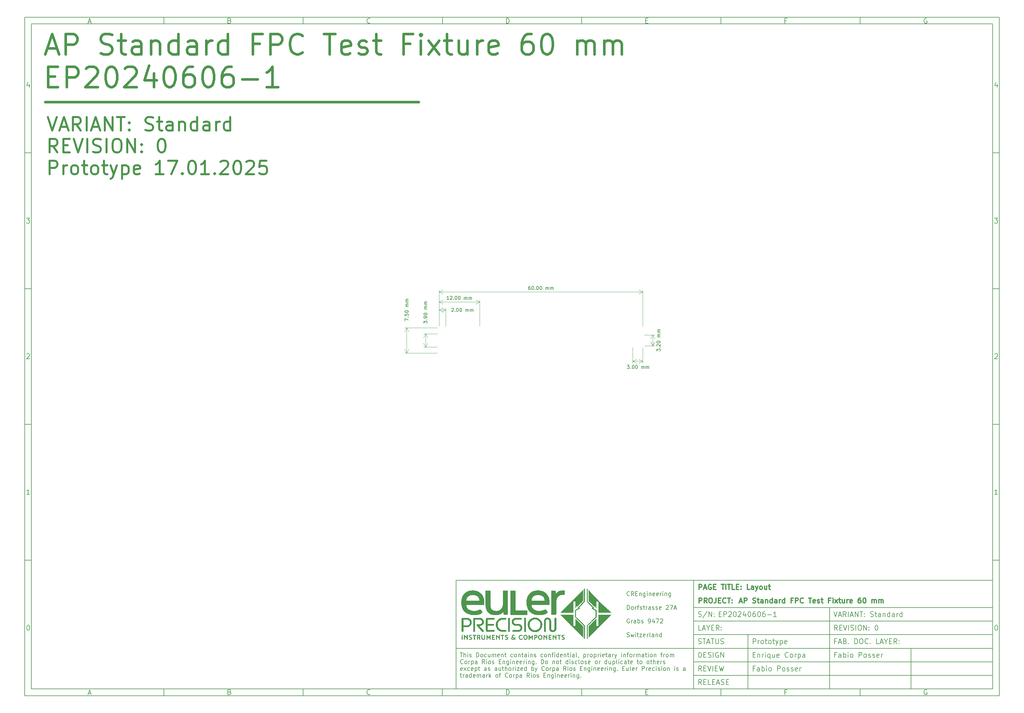
<source format=gbr>
%TF.GenerationSoftware,KiCad,Pcbnew,8.0.7-1.fc41*%
%TF.CreationDate,2025-01-19T00:51:29+01:00*%
%TF.ProjectId,0100_COVERSHEET,30313030-5f43-44f5-9645-525348454554,0*%
%TF.SameCoordinates,Original*%
%TF.FileFunction,OtherDrawing,Comment*%
%FSLAX46Y46*%
G04 Gerber Fmt 4.6, Leading zero omitted, Abs format (unit mm)*
G04 Created by KiCad (PCBNEW 8.0.7-1.fc41) date 2025-01-19 00:51:29*
%MOMM*%
%LPD*%
G01*
G04 APERTURE LIST*
%ADD10C,0.100000*%
%ADD11C,0.150000*%
%ADD12C,0.300000*%
%ADD13C,0.750000*%
%ADD14C,0.600000*%
%ADD15C,0.000001*%
G04 APERTURE END LIST*
D10*
D11*
X7000000Y-203000000D02*
X290000000Y-203000000D01*
X290000000Y-7000000D01*
X7000000Y-7000000D01*
X7000000Y-203000000D01*
D10*
D11*
X132000000Y-171000000D02*
X290000000Y-171000000D01*
X290000000Y-203000000D01*
X132000000Y-203000000D01*
X132000000Y-171000000D01*
D10*
D11*
X202000000Y-203000000D02*
X202000000Y-171000000D01*
D10*
D11*
X290000000Y-199000000D02*
X202000000Y-199000000D01*
D10*
D11*
X290000000Y-195000000D02*
X202000000Y-195000000D01*
D10*
D11*
X290000000Y-191000000D02*
X201000000Y-191000000D01*
D10*
D11*
X290000000Y-187000000D02*
X202000000Y-187000000D01*
D10*
D11*
X290000000Y-183000000D02*
X202000000Y-183000000D01*
D10*
D11*
X290000000Y-179000000D02*
X202000000Y-179000000D01*
D10*
D11*
X266000000Y-203000000D02*
X266000000Y-191000000D01*
D10*
D11*
X242000000Y-203000000D02*
X242000000Y-179000000D01*
D10*
D11*
X218000000Y-203000000D02*
X218000000Y-187000000D01*
D10*
D12*
X203556710Y-173685528D02*
X203556710Y-172185528D01*
X203556710Y-172185528D02*
X204128139Y-172185528D01*
X204128139Y-172185528D02*
X204270996Y-172256957D01*
X204270996Y-172256957D02*
X204342425Y-172328385D01*
X204342425Y-172328385D02*
X204413853Y-172471242D01*
X204413853Y-172471242D02*
X204413853Y-172685528D01*
X204413853Y-172685528D02*
X204342425Y-172828385D01*
X204342425Y-172828385D02*
X204270996Y-172899814D01*
X204270996Y-172899814D02*
X204128139Y-172971242D01*
X204128139Y-172971242D02*
X203556710Y-172971242D01*
X204985282Y-173256957D02*
X205699568Y-173256957D01*
X204842425Y-173685528D02*
X205342425Y-172185528D01*
X205342425Y-172185528D02*
X205842425Y-173685528D01*
X207128139Y-172256957D02*
X206985282Y-172185528D01*
X206985282Y-172185528D02*
X206770996Y-172185528D01*
X206770996Y-172185528D02*
X206556710Y-172256957D01*
X206556710Y-172256957D02*
X206413853Y-172399814D01*
X206413853Y-172399814D02*
X206342424Y-172542671D01*
X206342424Y-172542671D02*
X206270996Y-172828385D01*
X206270996Y-172828385D02*
X206270996Y-173042671D01*
X206270996Y-173042671D02*
X206342424Y-173328385D01*
X206342424Y-173328385D02*
X206413853Y-173471242D01*
X206413853Y-173471242D02*
X206556710Y-173614100D01*
X206556710Y-173614100D02*
X206770996Y-173685528D01*
X206770996Y-173685528D02*
X206913853Y-173685528D01*
X206913853Y-173685528D02*
X207128139Y-173614100D01*
X207128139Y-173614100D02*
X207199567Y-173542671D01*
X207199567Y-173542671D02*
X207199567Y-173042671D01*
X207199567Y-173042671D02*
X206913853Y-173042671D01*
X207842424Y-172899814D02*
X208342424Y-172899814D01*
X208556710Y-173685528D02*
X207842424Y-173685528D01*
X207842424Y-173685528D02*
X207842424Y-172185528D01*
X207842424Y-172185528D02*
X208556710Y-172185528D01*
X210128139Y-172185528D02*
X210985282Y-172185528D01*
X210556710Y-173685528D02*
X210556710Y-172185528D01*
X211485281Y-173685528D02*
X211485281Y-172185528D01*
X211985282Y-172185528D02*
X212842425Y-172185528D01*
X212413853Y-173685528D02*
X212413853Y-172185528D01*
X214056710Y-173685528D02*
X213342424Y-173685528D01*
X213342424Y-173685528D02*
X213342424Y-172185528D01*
X214556710Y-172899814D02*
X215056710Y-172899814D01*
X215270996Y-173685528D02*
X214556710Y-173685528D01*
X214556710Y-173685528D02*
X214556710Y-172185528D01*
X214556710Y-172185528D02*
X215270996Y-172185528D01*
X215913853Y-173542671D02*
X215985282Y-173614100D01*
X215985282Y-173614100D02*
X215913853Y-173685528D01*
X215913853Y-173685528D02*
X215842425Y-173614100D01*
X215842425Y-173614100D02*
X215913853Y-173542671D01*
X215913853Y-173542671D02*
X215913853Y-173685528D01*
X215913853Y-172756957D02*
X215985282Y-172828385D01*
X215985282Y-172828385D02*
X215913853Y-172899814D01*
X215913853Y-172899814D02*
X215842425Y-172828385D01*
X215842425Y-172828385D02*
X215913853Y-172756957D01*
X215913853Y-172756957D02*
X215913853Y-172899814D01*
X218485282Y-173685528D02*
X217770996Y-173685528D01*
X217770996Y-173685528D02*
X217770996Y-172185528D01*
X219628140Y-173685528D02*
X219628140Y-172899814D01*
X219628140Y-172899814D02*
X219556711Y-172756957D01*
X219556711Y-172756957D02*
X219413854Y-172685528D01*
X219413854Y-172685528D02*
X219128140Y-172685528D01*
X219128140Y-172685528D02*
X218985282Y-172756957D01*
X219628140Y-173614100D02*
X219485282Y-173685528D01*
X219485282Y-173685528D02*
X219128140Y-173685528D01*
X219128140Y-173685528D02*
X218985282Y-173614100D01*
X218985282Y-173614100D02*
X218913854Y-173471242D01*
X218913854Y-173471242D02*
X218913854Y-173328385D01*
X218913854Y-173328385D02*
X218985282Y-173185528D01*
X218985282Y-173185528D02*
X219128140Y-173114100D01*
X219128140Y-173114100D02*
X219485282Y-173114100D01*
X219485282Y-173114100D02*
X219628140Y-173042671D01*
X220199568Y-172685528D02*
X220556711Y-173685528D01*
X220913854Y-172685528D02*
X220556711Y-173685528D01*
X220556711Y-173685528D02*
X220413854Y-174042671D01*
X220413854Y-174042671D02*
X220342425Y-174114100D01*
X220342425Y-174114100D02*
X220199568Y-174185528D01*
X221699568Y-173685528D02*
X221556711Y-173614100D01*
X221556711Y-173614100D02*
X221485282Y-173542671D01*
X221485282Y-173542671D02*
X221413854Y-173399814D01*
X221413854Y-173399814D02*
X221413854Y-172971242D01*
X221413854Y-172971242D02*
X221485282Y-172828385D01*
X221485282Y-172828385D02*
X221556711Y-172756957D01*
X221556711Y-172756957D02*
X221699568Y-172685528D01*
X221699568Y-172685528D02*
X221913854Y-172685528D01*
X221913854Y-172685528D02*
X222056711Y-172756957D01*
X222056711Y-172756957D02*
X222128140Y-172828385D01*
X222128140Y-172828385D02*
X222199568Y-172971242D01*
X222199568Y-172971242D02*
X222199568Y-173399814D01*
X222199568Y-173399814D02*
X222128140Y-173542671D01*
X222128140Y-173542671D02*
X222056711Y-173614100D01*
X222056711Y-173614100D02*
X221913854Y-173685528D01*
X221913854Y-173685528D02*
X221699568Y-173685528D01*
X223485283Y-172685528D02*
X223485283Y-173685528D01*
X222842425Y-172685528D02*
X222842425Y-173471242D01*
X222842425Y-173471242D02*
X222913854Y-173614100D01*
X222913854Y-173614100D02*
X223056711Y-173685528D01*
X223056711Y-173685528D02*
X223270997Y-173685528D01*
X223270997Y-173685528D02*
X223413854Y-173614100D01*
X223413854Y-173614100D02*
X223485283Y-173542671D01*
X223985283Y-172685528D02*
X224556711Y-172685528D01*
X224199568Y-172185528D02*
X224199568Y-173471242D01*
X224199568Y-173471242D02*
X224270997Y-173614100D01*
X224270997Y-173614100D02*
X224413854Y-173685528D01*
X224413854Y-173685528D02*
X224556711Y-173685528D01*
D10*
D11*
X201000000Y-191000000D02*
X132000000Y-191000000D01*
D10*
D12*
X203554510Y-177678328D02*
X203554510Y-176178328D01*
X203554510Y-176178328D02*
X204125939Y-176178328D01*
X204125939Y-176178328D02*
X204268796Y-176249757D01*
X204268796Y-176249757D02*
X204340225Y-176321185D01*
X204340225Y-176321185D02*
X204411653Y-176464042D01*
X204411653Y-176464042D02*
X204411653Y-176678328D01*
X204411653Y-176678328D02*
X204340225Y-176821185D01*
X204340225Y-176821185D02*
X204268796Y-176892614D01*
X204268796Y-176892614D02*
X204125939Y-176964042D01*
X204125939Y-176964042D02*
X203554510Y-176964042D01*
X205911653Y-177678328D02*
X205411653Y-176964042D01*
X205054510Y-177678328D02*
X205054510Y-176178328D01*
X205054510Y-176178328D02*
X205625939Y-176178328D01*
X205625939Y-176178328D02*
X205768796Y-176249757D01*
X205768796Y-176249757D02*
X205840225Y-176321185D01*
X205840225Y-176321185D02*
X205911653Y-176464042D01*
X205911653Y-176464042D02*
X205911653Y-176678328D01*
X205911653Y-176678328D02*
X205840225Y-176821185D01*
X205840225Y-176821185D02*
X205768796Y-176892614D01*
X205768796Y-176892614D02*
X205625939Y-176964042D01*
X205625939Y-176964042D02*
X205054510Y-176964042D01*
X206840225Y-176178328D02*
X207125939Y-176178328D01*
X207125939Y-176178328D02*
X207268796Y-176249757D01*
X207268796Y-176249757D02*
X207411653Y-176392614D01*
X207411653Y-176392614D02*
X207483082Y-176678328D01*
X207483082Y-176678328D02*
X207483082Y-177178328D01*
X207483082Y-177178328D02*
X207411653Y-177464042D01*
X207411653Y-177464042D02*
X207268796Y-177606900D01*
X207268796Y-177606900D02*
X207125939Y-177678328D01*
X207125939Y-177678328D02*
X206840225Y-177678328D01*
X206840225Y-177678328D02*
X206697368Y-177606900D01*
X206697368Y-177606900D02*
X206554510Y-177464042D01*
X206554510Y-177464042D02*
X206483082Y-177178328D01*
X206483082Y-177178328D02*
X206483082Y-176678328D01*
X206483082Y-176678328D02*
X206554510Y-176392614D01*
X206554510Y-176392614D02*
X206697368Y-176249757D01*
X206697368Y-176249757D02*
X206840225Y-176178328D01*
X208554511Y-176178328D02*
X208554511Y-177249757D01*
X208554511Y-177249757D02*
X208483082Y-177464042D01*
X208483082Y-177464042D02*
X208340225Y-177606900D01*
X208340225Y-177606900D02*
X208125939Y-177678328D01*
X208125939Y-177678328D02*
X207983082Y-177678328D01*
X209268796Y-176892614D02*
X209768796Y-176892614D01*
X209983082Y-177678328D02*
X209268796Y-177678328D01*
X209268796Y-177678328D02*
X209268796Y-176178328D01*
X209268796Y-176178328D02*
X209983082Y-176178328D01*
X211483082Y-177535471D02*
X211411654Y-177606900D01*
X211411654Y-177606900D02*
X211197368Y-177678328D01*
X211197368Y-177678328D02*
X211054511Y-177678328D01*
X211054511Y-177678328D02*
X210840225Y-177606900D01*
X210840225Y-177606900D02*
X210697368Y-177464042D01*
X210697368Y-177464042D02*
X210625939Y-177321185D01*
X210625939Y-177321185D02*
X210554511Y-177035471D01*
X210554511Y-177035471D02*
X210554511Y-176821185D01*
X210554511Y-176821185D02*
X210625939Y-176535471D01*
X210625939Y-176535471D02*
X210697368Y-176392614D01*
X210697368Y-176392614D02*
X210840225Y-176249757D01*
X210840225Y-176249757D02*
X211054511Y-176178328D01*
X211054511Y-176178328D02*
X211197368Y-176178328D01*
X211197368Y-176178328D02*
X211411654Y-176249757D01*
X211411654Y-176249757D02*
X211483082Y-176321185D01*
X211911654Y-176178328D02*
X212768797Y-176178328D01*
X212340225Y-177678328D02*
X212340225Y-176178328D01*
X213268796Y-177535471D02*
X213340225Y-177606900D01*
X213340225Y-177606900D02*
X213268796Y-177678328D01*
X213268796Y-177678328D02*
X213197368Y-177606900D01*
X213197368Y-177606900D02*
X213268796Y-177535471D01*
X213268796Y-177535471D02*
X213268796Y-177678328D01*
X213268796Y-176749757D02*
X213340225Y-176821185D01*
X213340225Y-176821185D02*
X213268796Y-176892614D01*
X213268796Y-176892614D02*
X213197368Y-176821185D01*
X213197368Y-176821185D02*
X213268796Y-176749757D01*
X213268796Y-176749757D02*
X213268796Y-176892614D01*
D10*
D11*
X203384398Y-181614700D02*
X203598684Y-181686128D01*
X203598684Y-181686128D02*
X203955826Y-181686128D01*
X203955826Y-181686128D02*
X204098684Y-181614700D01*
X204098684Y-181614700D02*
X204170112Y-181543271D01*
X204170112Y-181543271D02*
X204241541Y-181400414D01*
X204241541Y-181400414D02*
X204241541Y-181257557D01*
X204241541Y-181257557D02*
X204170112Y-181114700D01*
X204170112Y-181114700D02*
X204098684Y-181043271D01*
X204098684Y-181043271D02*
X203955826Y-180971842D01*
X203955826Y-180971842D02*
X203670112Y-180900414D01*
X203670112Y-180900414D02*
X203527255Y-180828985D01*
X203527255Y-180828985D02*
X203455826Y-180757557D01*
X203455826Y-180757557D02*
X203384398Y-180614700D01*
X203384398Y-180614700D02*
X203384398Y-180471842D01*
X203384398Y-180471842D02*
X203455826Y-180328985D01*
X203455826Y-180328985D02*
X203527255Y-180257557D01*
X203527255Y-180257557D02*
X203670112Y-180186128D01*
X203670112Y-180186128D02*
X204027255Y-180186128D01*
X204027255Y-180186128D02*
X204241541Y-180257557D01*
X205955826Y-180114700D02*
X204670112Y-182043271D01*
X206455826Y-181686128D02*
X206455826Y-180186128D01*
X206455826Y-180186128D02*
X207312969Y-181686128D01*
X207312969Y-181686128D02*
X207312969Y-180186128D01*
X208027255Y-181543271D02*
X208098684Y-181614700D01*
X208098684Y-181614700D02*
X208027255Y-181686128D01*
X208027255Y-181686128D02*
X207955827Y-181614700D01*
X207955827Y-181614700D02*
X208027255Y-181543271D01*
X208027255Y-181543271D02*
X208027255Y-181686128D01*
X208027255Y-180757557D02*
X208098684Y-180828985D01*
X208098684Y-180828985D02*
X208027255Y-180900414D01*
X208027255Y-180900414D02*
X207955827Y-180828985D01*
X207955827Y-180828985D02*
X208027255Y-180757557D01*
X208027255Y-180757557D02*
X208027255Y-180900414D01*
D10*
D11*
X203455826Y-193686128D02*
X203455826Y-192186128D01*
X203455826Y-192186128D02*
X203812969Y-192186128D01*
X203812969Y-192186128D02*
X204027255Y-192257557D01*
X204027255Y-192257557D02*
X204170112Y-192400414D01*
X204170112Y-192400414D02*
X204241541Y-192543271D01*
X204241541Y-192543271D02*
X204312969Y-192828985D01*
X204312969Y-192828985D02*
X204312969Y-193043271D01*
X204312969Y-193043271D02*
X204241541Y-193328985D01*
X204241541Y-193328985D02*
X204170112Y-193471842D01*
X204170112Y-193471842D02*
X204027255Y-193614700D01*
X204027255Y-193614700D02*
X203812969Y-193686128D01*
X203812969Y-193686128D02*
X203455826Y-193686128D01*
X204955826Y-192900414D02*
X205455826Y-192900414D01*
X205670112Y-193686128D02*
X204955826Y-193686128D01*
X204955826Y-193686128D02*
X204955826Y-192186128D01*
X204955826Y-192186128D02*
X205670112Y-192186128D01*
X206241541Y-193614700D02*
X206455827Y-193686128D01*
X206455827Y-193686128D02*
X206812969Y-193686128D01*
X206812969Y-193686128D02*
X206955827Y-193614700D01*
X206955827Y-193614700D02*
X207027255Y-193543271D01*
X207027255Y-193543271D02*
X207098684Y-193400414D01*
X207098684Y-193400414D02*
X207098684Y-193257557D01*
X207098684Y-193257557D02*
X207027255Y-193114700D01*
X207027255Y-193114700D02*
X206955827Y-193043271D01*
X206955827Y-193043271D02*
X206812969Y-192971842D01*
X206812969Y-192971842D02*
X206527255Y-192900414D01*
X206527255Y-192900414D02*
X206384398Y-192828985D01*
X206384398Y-192828985D02*
X206312969Y-192757557D01*
X206312969Y-192757557D02*
X206241541Y-192614700D01*
X206241541Y-192614700D02*
X206241541Y-192471842D01*
X206241541Y-192471842D02*
X206312969Y-192328985D01*
X206312969Y-192328985D02*
X206384398Y-192257557D01*
X206384398Y-192257557D02*
X206527255Y-192186128D01*
X206527255Y-192186128D02*
X206884398Y-192186128D01*
X206884398Y-192186128D02*
X207098684Y-192257557D01*
X207741540Y-193686128D02*
X207741540Y-192186128D01*
X209241541Y-192257557D02*
X209098684Y-192186128D01*
X209098684Y-192186128D02*
X208884398Y-192186128D01*
X208884398Y-192186128D02*
X208670112Y-192257557D01*
X208670112Y-192257557D02*
X208527255Y-192400414D01*
X208527255Y-192400414D02*
X208455826Y-192543271D01*
X208455826Y-192543271D02*
X208384398Y-192828985D01*
X208384398Y-192828985D02*
X208384398Y-193043271D01*
X208384398Y-193043271D02*
X208455826Y-193328985D01*
X208455826Y-193328985D02*
X208527255Y-193471842D01*
X208527255Y-193471842D02*
X208670112Y-193614700D01*
X208670112Y-193614700D02*
X208884398Y-193686128D01*
X208884398Y-193686128D02*
X209027255Y-193686128D01*
X209027255Y-193686128D02*
X209241541Y-193614700D01*
X209241541Y-193614700D02*
X209312969Y-193543271D01*
X209312969Y-193543271D02*
X209312969Y-193043271D01*
X209312969Y-193043271D02*
X209027255Y-193043271D01*
X209955826Y-193686128D02*
X209955826Y-192186128D01*
X209955826Y-192186128D02*
X210812969Y-193686128D01*
X210812969Y-193686128D02*
X210812969Y-192186128D01*
D10*
D11*
X204312969Y-197686128D02*
X203812969Y-196971842D01*
X203455826Y-197686128D02*
X203455826Y-196186128D01*
X203455826Y-196186128D02*
X204027255Y-196186128D01*
X204027255Y-196186128D02*
X204170112Y-196257557D01*
X204170112Y-196257557D02*
X204241541Y-196328985D01*
X204241541Y-196328985D02*
X204312969Y-196471842D01*
X204312969Y-196471842D02*
X204312969Y-196686128D01*
X204312969Y-196686128D02*
X204241541Y-196828985D01*
X204241541Y-196828985D02*
X204170112Y-196900414D01*
X204170112Y-196900414D02*
X204027255Y-196971842D01*
X204027255Y-196971842D02*
X203455826Y-196971842D01*
X204955826Y-196900414D02*
X205455826Y-196900414D01*
X205670112Y-197686128D02*
X204955826Y-197686128D01*
X204955826Y-197686128D02*
X204955826Y-196186128D01*
X204955826Y-196186128D02*
X205670112Y-196186128D01*
X206098684Y-196186128D02*
X206598684Y-197686128D01*
X206598684Y-197686128D02*
X207098684Y-196186128D01*
X207598683Y-197686128D02*
X207598683Y-196186128D01*
X208312969Y-196900414D02*
X208812969Y-196900414D01*
X209027255Y-197686128D02*
X208312969Y-197686128D01*
X208312969Y-197686128D02*
X208312969Y-196186128D01*
X208312969Y-196186128D02*
X209027255Y-196186128D01*
X209527255Y-196186128D02*
X209884398Y-197686128D01*
X209884398Y-197686128D02*
X210170112Y-196614700D01*
X210170112Y-196614700D02*
X210455827Y-197686128D01*
X210455827Y-197686128D02*
X210812970Y-196186128D01*
D10*
D11*
X204312969Y-201686128D02*
X203812969Y-200971842D01*
X203455826Y-201686128D02*
X203455826Y-200186128D01*
X203455826Y-200186128D02*
X204027255Y-200186128D01*
X204027255Y-200186128D02*
X204170112Y-200257557D01*
X204170112Y-200257557D02*
X204241541Y-200328985D01*
X204241541Y-200328985D02*
X204312969Y-200471842D01*
X204312969Y-200471842D02*
X204312969Y-200686128D01*
X204312969Y-200686128D02*
X204241541Y-200828985D01*
X204241541Y-200828985D02*
X204170112Y-200900414D01*
X204170112Y-200900414D02*
X204027255Y-200971842D01*
X204027255Y-200971842D02*
X203455826Y-200971842D01*
X204955826Y-200900414D02*
X205455826Y-200900414D01*
X205670112Y-201686128D02*
X204955826Y-201686128D01*
X204955826Y-201686128D02*
X204955826Y-200186128D01*
X204955826Y-200186128D02*
X205670112Y-200186128D01*
X207027255Y-201686128D02*
X206312969Y-201686128D01*
X206312969Y-201686128D02*
X206312969Y-200186128D01*
X207527255Y-200900414D02*
X208027255Y-200900414D01*
X208241541Y-201686128D02*
X207527255Y-201686128D01*
X207527255Y-201686128D02*
X207527255Y-200186128D01*
X207527255Y-200186128D02*
X208241541Y-200186128D01*
X208812970Y-201257557D02*
X209527256Y-201257557D01*
X208670113Y-201686128D02*
X209170113Y-200186128D01*
X209170113Y-200186128D02*
X209670113Y-201686128D01*
X210098684Y-201614700D02*
X210312970Y-201686128D01*
X210312970Y-201686128D02*
X210670112Y-201686128D01*
X210670112Y-201686128D02*
X210812970Y-201614700D01*
X210812970Y-201614700D02*
X210884398Y-201543271D01*
X210884398Y-201543271D02*
X210955827Y-201400414D01*
X210955827Y-201400414D02*
X210955827Y-201257557D01*
X210955827Y-201257557D02*
X210884398Y-201114700D01*
X210884398Y-201114700D02*
X210812970Y-201043271D01*
X210812970Y-201043271D02*
X210670112Y-200971842D01*
X210670112Y-200971842D02*
X210384398Y-200900414D01*
X210384398Y-200900414D02*
X210241541Y-200828985D01*
X210241541Y-200828985D02*
X210170112Y-200757557D01*
X210170112Y-200757557D02*
X210098684Y-200614700D01*
X210098684Y-200614700D02*
X210098684Y-200471842D01*
X210098684Y-200471842D02*
X210170112Y-200328985D01*
X210170112Y-200328985D02*
X210241541Y-200257557D01*
X210241541Y-200257557D02*
X210384398Y-200186128D01*
X210384398Y-200186128D02*
X210741541Y-200186128D01*
X210741541Y-200186128D02*
X210955827Y-200257557D01*
X211598683Y-200900414D02*
X212098683Y-200900414D01*
X212312969Y-201686128D02*
X211598683Y-201686128D01*
X211598683Y-201686128D02*
X211598683Y-200186128D01*
X211598683Y-200186128D02*
X212312969Y-200186128D01*
D10*
D11*
X243241541Y-180186128D02*
X243741541Y-181686128D01*
X243741541Y-181686128D02*
X244241541Y-180186128D01*
X244670112Y-181257557D02*
X245384398Y-181257557D01*
X244527255Y-181686128D02*
X245027255Y-180186128D01*
X245027255Y-180186128D02*
X245527255Y-181686128D01*
X246884397Y-181686128D02*
X246384397Y-180971842D01*
X246027254Y-181686128D02*
X246027254Y-180186128D01*
X246027254Y-180186128D02*
X246598683Y-180186128D01*
X246598683Y-180186128D02*
X246741540Y-180257557D01*
X246741540Y-180257557D02*
X246812969Y-180328985D01*
X246812969Y-180328985D02*
X246884397Y-180471842D01*
X246884397Y-180471842D02*
X246884397Y-180686128D01*
X246884397Y-180686128D02*
X246812969Y-180828985D01*
X246812969Y-180828985D02*
X246741540Y-180900414D01*
X246741540Y-180900414D02*
X246598683Y-180971842D01*
X246598683Y-180971842D02*
X246027254Y-180971842D01*
X247527254Y-181686128D02*
X247527254Y-180186128D01*
X248170112Y-181257557D02*
X248884398Y-181257557D01*
X248027255Y-181686128D02*
X248527255Y-180186128D01*
X248527255Y-180186128D02*
X249027255Y-181686128D01*
X249527254Y-181686128D02*
X249527254Y-180186128D01*
X249527254Y-180186128D02*
X250384397Y-181686128D01*
X250384397Y-181686128D02*
X250384397Y-180186128D01*
X250884398Y-180186128D02*
X251741541Y-180186128D01*
X251312969Y-181686128D02*
X251312969Y-180186128D01*
X252241540Y-181543271D02*
X252312969Y-181614700D01*
X252312969Y-181614700D02*
X252241540Y-181686128D01*
X252241540Y-181686128D02*
X252170112Y-181614700D01*
X252170112Y-181614700D02*
X252241540Y-181543271D01*
X252241540Y-181543271D02*
X252241540Y-181686128D01*
X252241540Y-180757557D02*
X252312969Y-180828985D01*
X252312969Y-180828985D02*
X252241540Y-180900414D01*
X252241540Y-180900414D02*
X252170112Y-180828985D01*
X252170112Y-180828985D02*
X252241540Y-180757557D01*
X252241540Y-180757557D02*
X252241540Y-180900414D01*
X254027255Y-181614700D02*
X254241541Y-181686128D01*
X254241541Y-181686128D02*
X254598683Y-181686128D01*
X254598683Y-181686128D02*
X254741541Y-181614700D01*
X254741541Y-181614700D02*
X254812969Y-181543271D01*
X254812969Y-181543271D02*
X254884398Y-181400414D01*
X254884398Y-181400414D02*
X254884398Y-181257557D01*
X254884398Y-181257557D02*
X254812969Y-181114700D01*
X254812969Y-181114700D02*
X254741541Y-181043271D01*
X254741541Y-181043271D02*
X254598683Y-180971842D01*
X254598683Y-180971842D02*
X254312969Y-180900414D01*
X254312969Y-180900414D02*
X254170112Y-180828985D01*
X254170112Y-180828985D02*
X254098683Y-180757557D01*
X254098683Y-180757557D02*
X254027255Y-180614700D01*
X254027255Y-180614700D02*
X254027255Y-180471842D01*
X254027255Y-180471842D02*
X254098683Y-180328985D01*
X254098683Y-180328985D02*
X254170112Y-180257557D01*
X254170112Y-180257557D02*
X254312969Y-180186128D01*
X254312969Y-180186128D02*
X254670112Y-180186128D01*
X254670112Y-180186128D02*
X254884398Y-180257557D01*
X255312969Y-180686128D02*
X255884397Y-180686128D01*
X255527254Y-180186128D02*
X255527254Y-181471842D01*
X255527254Y-181471842D02*
X255598683Y-181614700D01*
X255598683Y-181614700D02*
X255741540Y-181686128D01*
X255741540Y-181686128D02*
X255884397Y-181686128D01*
X257027255Y-181686128D02*
X257027255Y-180900414D01*
X257027255Y-180900414D02*
X256955826Y-180757557D01*
X256955826Y-180757557D02*
X256812969Y-180686128D01*
X256812969Y-180686128D02*
X256527255Y-180686128D01*
X256527255Y-180686128D02*
X256384397Y-180757557D01*
X257027255Y-181614700D02*
X256884397Y-181686128D01*
X256884397Y-181686128D02*
X256527255Y-181686128D01*
X256527255Y-181686128D02*
X256384397Y-181614700D01*
X256384397Y-181614700D02*
X256312969Y-181471842D01*
X256312969Y-181471842D02*
X256312969Y-181328985D01*
X256312969Y-181328985D02*
X256384397Y-181186128D01*
X256384397Y-181186128D02*
X256527255Y-181114700D01*
X256527255Y-181114700D02*
X256884397Y-181114700D01*
X256884397Y-181114700D02*
X257027255Y-181043271D01*
X257741540Y-180686128D02*
X257741540Y-181686128D01*
X257741540Y-180828985D02*
X257812969Y-180757557D01*
X257812969Y-180757557D02*
X257955826Y-180686128D01*
X257955826Y-180686128D02*
X258170112Y-180686128D01*
X258170112Y-180686128D02*
X258312969Y-180757557D01*
X258312969Y-180757557D02*
X258384398Y-180900414D01*
X258384398Y-180900414D02*
X258384398Y-181686128D01*
X259741541Y-181686128D02*
X259741541Y-180186128D01*
X259741541Y-181614700D02*
X259598683Y-181686128D01*
X259598683Y-181686128D02*
X259312969Y-181686128D01*
X259312969Y-181686128D02*
X259170112Y-181614700D01*
X259170112Y-181614700D02*
X259098683Y-181543271D01*
X259098683Y-181543271D02*
X259027255Y-181400414D01*
X259027255Y-181400414D02*
X259027255Y-180971842D01*
X259027255Y-180971842D02*
X259098683Y-180828985D01*
X259098683Y-180828985D02*
X259170112Y-180757557D01*
X259170112Y-180757557D02*
X259312969Y-180686128D01*
X259312969Y-180686128D02*
X259598683Y-180686128D01*
X259598683Y-180686128D02*
X259741541Y-180757557D01*
X261098684Y-181686128D02*
X261098684Y-180900414D01*
X261098684Y-180900414D02*
X261027255Y-180757557D01*
X261027255Y-180757557D02*
X260884398Y-180686128D01*
X260884398Y-180686128D02*
X260598684Y-180686128D01*
X260598684Y-180686128D02*
X260455826Y-180757557D01*
X261098684Y-181614700D02*
X260955826Y-181686128D01*
X260955826Y-181686128D02*
X260598684Y-181686128D01*
X260598684Y-181686128D02*
X260455826Y-181614700D01*
X260455826Y-181614700D02*
X260384398Y-181471842D01*
X260384398Y-181471842D02*
X260384398Y-181328985D01*
X260384398Y-181328985D02*
X260455826Y-181186128D01*
X260455826Y-181186128D02*
X260598684Y-181114700D01*
X260598684Y-181114700D02*
X260955826Y-181114700D01*
X260955826Y-181114700D02*
X261098684Y-181043271D01*
X261812969Y-181686128D02*
X261812969Y-180686128D01*
X261812969Y-180971842D02*
X261884398Y-180828985D01*
X261884398Y-180828985D02*
X261955827Y-180757557D01*
X261955827Y-180757557D02*
X262098684Y-180686128D01*
X262098684Y-180686128D02*
X262241541Y-180686128D01*
X263384398Y-181686128D02*
X263384398Y-180186128D01*
X263384398Y-181614700D02*
X263241540Y-181686128D01*
X263241540Y-181686128D02*
X262955826Y-181686128D01*
X262955826Y-181686128D02*
X262812969Y-181614700D01*
X262812969Y-181614700D02*
X262741540Y-181543271D01*
X262741540Y-181543271D02*
X262670112Y-181400414D01*
X262670112Y-181400414D02*
X262670112Y-180971842D01*
X262670112Y-180971842D02*
X262741540Y-180828985D01*
X262741540Y-180828985D02*
X262812969Y-180757557D01*
X262812969Y-180757557D02*
X262955826Y-180686128D01*
X262955826Y-180686128D02*
X263241540Y-180686128D01*
X263241540Y-180686128D02*
X263384398Y-180757557D01*
D10*
D11*
X244312969Y-185686128D02*
X243812969Y-184971842D01*
X243455826Y-185686128D02*
X243455826Y-184186128D01*
X243455826Y-184186128D02*
X244027255Y-184186128D01*
X244027255Y-184186128D02*
X244170112Y-184257557D01*
X244170112Y-184257557D02*
X244241541Y-184328985D01*
X244241541Y-184328985D02*
X244312969Y-184471842D01*
X244312969Y-184471842D02*
X244312969Y-184686128D01*
X244312969Y-184686128D02*
X244241541Y-184828985D01*
X244241541Y-184828985D02*
X244170112Y-184900414D01*
X244170112Y-184900414D02*
X244027255Y-184971842D01*
X244027255Y-184971842D02*
X243455826Y-184971842D01*
X244955826Y-184900414D02*
X245455826Y-184900414D01*
X245670112Y-185686128D02*
X244955826Y-185686128D01*
X244955826Y-185686128D02*
X244955826Y-184186128D01*
X244955826Y-184186128D02*
X245670112Y-184186128D01*
X246098684Y-184186128D02*
X246598684Y-185686128D01*
X246598684Y-185686128D02*
X247098684Y-184186128D01*
X247598683Y-185686128D02*
X247598683Y-184186128D01*
X248241541Y-185614700D02*
X248455827Y-185686128D01*
X248455827Y-185686128D02*
X248812969Y-185686128D01*
X248812969Y-185686128D02*
X248955827Y-185614700D01*
X248955827Y-185614700D02*
X249027255Y-185543271D01*
X249027255Y-185543271D02*
X249098684Y-185400414D01*
X249098684Y-185400414D02*
X249098684Y-185257557D01*
X249098684Y-185257557D02*
X249027255Y-185114700D01*
X249027255Y-185114700D02*
X248955827Y-185043271D01*
X248955827Y-185043271D02*
X248812969Y-184971842D01*
X248812969Y-184971842D02*
X248527255Y-184900414D01*
X248527255Y-184900414D02*
X248384398Y-184828985D01*
X248384398Y-184828985D02*
X248312969Y-184757557D01*
X248312969Y-184757557D02*
X248241541Y-184614700D01*
X248241541Y-184614700D02*
X248241541Y-184471842D01*
X248241541Y-184471842D02*
X248312969Y-184328985D01*
X248312969Y-184328985D02*
X248384398Y-184257557D01*
X248384398Y-184257557D02*
X248527255Y-184186128D01*
X248527255Y-184186128D02*
X248884398Y-184186128D01*
X248884398Y-184186128D02*
X249098684Y-184257557D01*
X249741540Y-185686128D02*
X249741540Y-184186128D01*
X250741541Y-184186128D02*
X251027255Y-184186128D01*
X251027255Y-184186128D02*
X251170112Y-184257557D01*
X251170112Y-184257557D02*
X251312969Y-184400414D01*
X251312969Y-184400414D02*
X251384398Y-184686128D01*
X251384398Y-184686128D02*
X251384398Y-185186128D01*
X251384398Y-185186128D02*
X251312969Y-185471842D01*
X251312969Y-185471842D02*
X251170112Y-185614700D01*
X251170112Y-185614700D02*
X251027255Y-185686128D01*
X251027255Y-185686128D02*
X250741541Y-185686128D01*
X250741541Y-185686128D02*
X250598684Y-185614700D01*
X250598684Y-185614700D02*
X250455826Y-185471842D01*
X250455826Y-185471842D02*
X250384398Y-185186128D01*
X250384398Y-185186128D02*
X250384398Y-184686128D01*
X250384398Y-184686128D02*
X250455826Y-184400414D01*
X250455826Y-184400414D02*
X250598684Y-184257557D01*
X250598684Y-184257557D02*
X250741541Y-184186128D01*
X252027255Y-185686128D02*
X252027255Y-184186128D01*
X252027255Y-184186128D02*
X252884398Y-185686128D01*
X252884398Y-185686128D02*
X252884398Y-184186128D01*
X253598684Y-185543271D02*
X253670113Y-185614700D01*
X253670113Y-185614700D02*
X253598684Y-185686128D01*
X253598684Y-185686128D02*
X253527256Y-185614700D01*
X253527256Y-185614700D02*
X253598684Y-185543271D01*
X253598684Y-185543271D02*
X253598684Y-185686128D01*
X253598684Y-184757557D02*
X253670113Y-184828985D01*
X253670113Y-184828985D02*
X253598684Y-184900414D01*
X253598684Y-184900414D02*
X253527256Y-184828985D01*
X253527256Y-184828985D02*
X253598684Y-184757557D01*
X253598684Y-184757557D02*
X253598684Y-184900414D01*
X255741542Y-184186128D02*
X255884399Y-184186128D01*
X255884399Y-184186128D02*
X256027256Y-184257557D01*
X256027256Y-184257557D02*
X256098685Y-184328985D01*
X256098685Y-184328985D02*
X256170113Y-184471842D01*
X256170113Y-184471842D02*
X256241542Y-184757557D01*
X256241542Y-184757557D02*
X256241542Y-185114700D01*
X256241542Y-185114700D02*
X256170113Y-185400414D01*
X256170113Y-185400414D02*
X256098685Y-185543271D01*
X256098685Y-185543271D02*
X256027256Y-185614700D01*
X256027256Y-185614700D02*
X255884399Y-185686128D01*
X255884399Y-185686128D02*
X255741542Y-185686128D01*
X255741542Y-185686128D02*
X255598685Y-185614700D01*
X255598685Y-185614700D02*
X255527256Y-185543271D01*
X255527256Y-185543271D02*
X255455827Y-185400414D01*
X255455827Y-185400414D02*
X255384399Y-185114700D01*
X255384399Y-185114700D02*
X255384399Y-184757557D01*
X255384399Y-184757557D02*
X255455827Y-184471842D01*
X255455827Y-184471842D02*
X255527256Y-184328985D01*
X255527256Y-184328985D02*
X255598685Y-184257557D01*
X255598685Y-184257557D02*
X255741542Y-184186128D01*
D10*
D11*
X203384398Y-189614700D02*
X203598684Y-189686128D01*
X203598684Y-189686128D02*
X203955826Y-189686128D01*
X203955826Y-189686128D02*
X204098684Y-189614700D01*
X204098684Y-189614700D02*
X204170112Y-189543271D01*
X204170112Y-189543271D02*
X204241541Y-189400414D01*
X204241541Y-189400414D02*
X204241541Y-189257557D01*
X204241541Y-189257557D02*
X204170112Y-189114700D01*
X204170112Y-189114700D02*
X204098684Y-189043271D01*
X204098684Y-189043271D02*
X203955826Y-188971842D01*
X203955826Y-188971842D02*
X203670112Y-188900414D01*
X203670112Y-188900414D02*
X203527255Y-188828985D01*
X203527255Y-188828985D02*
X203455826Y-188757557D01*
X203455826Y-188757557D02*
X203384398Y-188614700D01*
X203384398Y-188614700D02*
X203384398Y-188471842D01*
X203384398Y-188471842D02*
X203455826Y-188328985D01*
X203455826Y-188328985D02*
X203527255Y-188257557D01*
X203527255Y-188257557D02*
X203670112Y-188186128D01*
X203670112Y-188186128D02*
X204027255Y-188186128D01*
X204027255Y-188186128D02*
X204241541Y-188257557D01*
X204670112Y-188186128D02*
X205527255Y-188186128D01*
X205098683Y-189686128D02*
X205098683Y-188186128D01*
X205955826Y-189257557D02*
X206670112Y-189257557D01*
X205812969Y-189686128D02*
X206312969Y-188186128D01*
X206312969Y-188186128D02*
X206812969Y-189686128D01*
X207098683Y-188186128D02*
X207955826Y-188186128D01*
X207527254Y-189686128D02*
X207527254Y-188186128D01*
X208455825Y-188186128D02*
X208455825Y-189400414D01*
X208455825Y-189400414D02*
X208527254Y-189543271D01*
X208527254Y-189543271D02*
X208598683Y-189614700D01*
X208598683Y-189614700D02*
X208741540Y-189686128D01*
X208741540Y-189686128D02*
X209027254Y-189686128D01*
X209027254Y-189686128D02*
X209170111Y-189614700D01*
X209170111Y-189614700D02*
X209241540Y-189543271D01*
X209241540Y-189543271D02*
X209312968Y-189400414D01*
X209312968Y-189400414D02*
X209312968Y-188186128D01*
X209955826Y-189614700D02*
X210170112Y-189686128D01*
X210170112Y-189686128D02*
X210527254Y-189686128D01*
X210527254Y-189686128D02*
X210670112Y-189614700D01*
X210670112Y-189614700D02*
X210741540Y-189543271D01*
X210741540Y-189543271D02*
X210812969Y-189400414D01*
X210812969Y-189400414D02*
X210812969Y-189257557D01*
X210812969Y-189257557D02*
X210741540Y-189114700D01*
X210741540Y-189114700D02*
X210670112Y-189043271D01*
X210670112Y-189043271D02*
X210527254Y-188971842D01*
X210527254Y-188971842D02*
X210241540Y-188900414D01*
X210241540Y-188900414D02*
X210098683Y-188828985D01*
X210098683Y-188828985D02*
X210027254Y-188757557D01*
X210027254Y-188757557D02*
X209955826Y-188614700D01*
X209955826Y-188614700D02*
X209955826Y-188471842D01*
X209955826Y-188471842D02*
X210027254Y-188328985D01*
X210027254Y-188328985D02*
X210098683Y-188257557D01*
X210098683Y-188257557D02*
X210241540Y-188186128D01*
X210241540Y-188186128D02*
X210598683Y-188186128D01*
X210598683Y-188186128D02*
X210812969Y-188257557D01*
D10*
D11*
X219455826Y-189686128D02*
X219455826Y-188186128D01*
X219455826Y-188186128D02*
X220027255Y-188186128D01*
X220027255Y-188186128D02*
X220170112Y-188257557D01*
X220170112Y-188257557D02*
X220241541Y-188328985D01*
X220241541Y-188328985D02*
X220312969Y-188471842D01*
X220312969Y-188471842D02*
X220312969Y-188686128D01*
X220312969Y-188686128D02*
X220241541Y-188828985D01*
X220241541Y-188828985D02*
X220170112Y-188900414D01*
X220170112Y-188900414D02*
X220027255Y-188971842D01*
X220027255Y-188971842D02*
X219455826Y-188971842D01*
X220955826Y-189686128D02*
X220955826Y-188686128D01*
X220955826Y-188971842D02*
X221027255Y-188828985D01*
X221027255Y-188828985D02*
X221098684Y-188757557D01*
X221098684Y-188757557D02*
X221241541Y-188686128D01*
X221241541Y-188686128D02*
X221384398Y-188686128D01*
X222098683Y-189686128D02*
X221955826Y-189614700D01*
X221955826Y-189614700D02*
X221884397Y-189543271D01*
X221884397Y-189543271D02*
X221812969Y-189400414D01*
X221812969Y-189400414D02*
X221812969Y-188971842D01*
X221812969Y-188971842D02*
X221884397Y-188828985D01*
X221884397Y-188828985D02*
X221955826Y-188757557D01*
X221955826Y-188757557D02*
X222098683Y-188686128D01*
X222098683Y-188686128D02*
X222312969Y-188686128D01*
X222312969Y-188686128D02*
X222455826Y-188757557D01*
X222455826Y-188757557D02*
X222527255Y-188828985D01*
X222527255Y-188828985D02*
X222598683Y-188971842D01*
X222598683Y-188971842D02*
X222598683Y-189400414D01*
X222598683Y-189400414D02*
X222527255Y-189543271D01*
X222527255Y-189543271D02*
X222455826Y-189614700D01*
X222455826Y-189614700D02*
X222312969Y-189686128D01*
X222312969Y-189686128D02*
X222098683Y-189686128D01*
X223027255Y-188686128D02*
X223598683Y-188686128D01*
X223241540Y-188186128D02*
X223241540Y-189471842D01*
X223241540Y-189471842D02*
X223312969Y-189614700D01*
X223312969Y-189614700D02*
X223455826Y-189686128D01*
X223455826Y-189686128D02*
X223598683Y-189686128D01*
X224312969Y-189686128D02*
X224170112Y-189614700D01*
X224170112Y-189614700D02*
X224098683Y-189543271D01*
X224098683Y-189543271D02*
X224027255Y-189400414D01*
X224027255Y-189400414D02*
X224027255Y-188971842D01*
X224027255Y-188971842D02*
X224098683Y-188828985D01*
X224098683Y-188828985D02*
X224170112Y-188757557D01*
X224170112Y-188757557D02*
X224312969Y-188686128D01*
X224312969Y-188686128D02*
X224527255Y-188686128D01*
X224527255Y-188686128D02*
X224670112Y-188757557D01*
X224670112Y-188757557D02*
X224741541Y-188828985D01*
X224741541Y-188828985D02*
X224812969Y-188971842D01*
X224812969Y-188971842D02*
X224812969Y-189400414D01*
X224812969Y-189400414D02*
X224741541Y-189543271D01*
X224741541Y-189543271D02*
X224670112Y-189614700D01*
X224670112Y-189614700D02*
X224527255Y-189686128D01*
X224527255Y-189686128D02*
X224312969Y-189686128D01*
X225241541Y-188686128D02*
X225812969Y-188686128D01*
X225455826Y-188186128D02*
X225455826Y-189471842D01*
X225455826Y-189471842D02*
X225527255Y-189614700D01*
X225527255Y-189614700D02*
X225670112Y-189686128D01*
X225670112Y-189686128D02*
X225812969Y-189686128D01*
X226170112Y-188686128D02*
X226527255Y-189686128D01*
X226884398Y-188686128D02*
X226527255Y-189686128D01*
X226527255Y-189686128D02*
X226384398Y-190043271D01*
X226384398Y-190043271D02*
X226312969Y-190114700D01*
X226312969Y-190114700D02*
X226170112Y-190186128D01*
X227455826Y-188686128D02*
X227455826Y-190186128D01*
X227455826Y-188757557D02*
X227598684Y-188686128D01*
X227598684Y-188686128D02*
X227884398Y-188686128D01*
X227884398Y-188686128D02*
X228027255Y-188757557D01*
X228027255Y-188757557D02*
X228098684Y-188828985D01*
X228098684Y-188828985D02*
X228170112Y-188971842D01*
X228170112Y-188971842D02*
X228170112Y-189400414D01*
X228170112Y-189400414D02*
X228098684Y-189543271D01*
X228098684Y-189543271D02*
X228027255Y-189614700D01*
X228027255Y-189614700D02*
X227884398Y-189686128D01*
X227884398Y-189686128D02*
X227598684Y-189686128D01*
X227598684Y-189686128D02*
X227455826Y-189614700D01*
X229384398Y-189614700D02*
X229241541Y-189686128D01*
X229241541Y-189686128D02*
X228955827Y-189686128D01*
X228955827Y-189686128D02*
X228812969Y-189614700D01*
X228812969Y-189614700D02*
X228741541Y-189471842D01*
X228741541Y-189471842D02*
X228741541Y-188900414D01*
X228741541Y-188900414D02*
X228812969Y-188757557D01*
X228812969Y-188757557D02*
X228955827Y-188686128D01*
X228955827Y-188686128D02*
X229241541Y-188686128D01*
X229241541Y-188686128D02*
X229384398Y-188757557D01*
X229384398Y-188757557D02*
X229455827Y-188900414D01*
X229455827Y-188900414D02*
X229455827Y-189043271D01*
X229455827Y-189043271D02*
X228741541Y-189186128D01*
D10*
D11*
X219955826Y-196900414D02*
X219455826Y-196900414D01*
X219455826Y-197686128D02*
X219455826Y-196186128D01*
X219455826Y-196186128D02*
X220170112Y-196186128D01*
X221384398Y-197686128D02*
X221384398Y-196900414D01*
X221384398Y-196900414D02*
X221312969Y-196757557D01*
X221312969Y-196757557D02*
X221170112Y-196686128D01*
X221170112Y-196686128D02*
X220884398Y-196686128D01*
X220884398Y-196686128D02*
X220741540Y-196757557D01*
X221384398Y-197614700D02*
X221241540Y-197686128D01*
X221241540Y-197686128D02*
X220884398Y-197686128D01*
X220884398Y-197686128D02*
X220741540Y-197614700D01*
X220741540Y-197614700D02*
X220670112Y-197471842D01*
X220670112Y-197471842D02*
X220670112Y-197328985D01*
X220670112Y-197328985D02*
X220741540Y-197186128D01*
X220741540Y-197186128D02*
X220884398Y-197114700D01*
X220884398Y-197114700D02*
X221241540Y-197114700D01*
X221241540Y-197114700D02*
X221384398Y-197043271D01*
X222098683Y-197686128D02*
X222098683Y-196186128D01*
X222098683Y-196757557D02*
X222241541Y-196686128D01*
X222241541Y-196686128D02*
X222527255Y-196686128D01*
X222527255Y-196686128D02*
X222670112Y-196757557D01*
X222670112Y-196757557D02*
X222741541Y-196828985D01*
X222741541Y-196828985D02*
X222812969Y-196971842D01*
X222812969Y-196971842D02*
X222812969Y-197400414D01*
X222812969Y-197400414D02*
X222741541Y-197543271D01*
X222741541Y-197543271D02*
X222670112Y-197614700D01*
X222670112Y-197614700D02*
X222527255Y-197686128D01*
X222527255Y-197686128D02*
X222241541Y-197686128D01*
X222241541Y-197686128D02*
X222098683Y-197614700D01*
X223455826Y-197686128D02*
X223455826Y-196686128D01*
X223455826Y-196186128D02*
X223384398Y-196257557D01*
X223384398Y-196257557D02*
X223455826Y-196328985D01*
X223455826Y-196328985D02*
X223527255Y-196257557D01*
X223527255Y-196257557D02*
X223455826Y-196186128D01*
X223455826Y-196186128D02*
X223455826Y-196328985D01*
X224384398Y-197686128D02*
X224241541Y-197614700D01*
X224241541Y-197614700D02*
X224170112Y-197543271D01*
X224170112Y-197543271D02*
X224098684Y-197400414D01*
X224098684Y-197400414D02*
X224098684Y-196971842D01*
X224098684Y-196971842D02*
X224170112Y-196828985D01*
X224170112Y-196828985D02*
X224241541Y-196757557D01*
X224241541Y-196757557D02*
X224384398Y-196686128D01*
X224384398Y-196686128D02*
X224598684Y-196686128D01*
X224598684Y-196686128D02*
X224741541Y-196757557D01*
X224741541Y-196757557D02*
X224812970Y-196828985D01*
X224812970Y-196828985D02*
X224884398Y-196971842D01*
X224884398Y-196971842D02*
X224884398Y-197400414D01*
X224884398Y-197400414D02*
X224812970Y-197543271D01*
X224812970Y-197543271D02*
X224741541Y-197614700D01*
X224741541Y-197614700D02*
X224598684Y-197686128D01*
X224598684Y-197686128D02*
X224384398Y-197686128D01*
X226670112Y-197686128D02*
X226670112Y-196186128D01*
X226670112Y-196186128D02*
X227241541Y-196186128D01*
X227241541Y-196186128D02*
X227384398Y-196257557D01*
X227384398Y-196257557D02*
X227455827Y-196328985D01*
X227455827Y-196328985D02*
X227527255Y-196471842D01*
X227527255Y-196471842D02*
X227527255Y-196686128D01*
X227527255Y-196686128D02*
X227455827Y-196828985D01*
X227455827Y-196828985D02*
X227384398Y-196900414D01*
X227384398Y-196900414D02*
X227241541Y-196971842D01*
X227241541Y-196971842D02*
X226670112Y-196971842D01*
X228384398Y-197686128D02*
X228241541Y-197614700D01*
X228241541Y-197614700D02*
X228170112Y-197543271D01*
X228170112Y-197543271D02*
X228098684Y-197400414D01*
X228098684Y-197400414D02*
X228098684Y-196971842D01*
X228098684Y-196971842D02*
X228170112Y-196828985D01*
X228170112Y-196828985D02*
X228241541Y-196757557D01*
X228241541Y-196757557D02*
X228384398Y-196686128D01*
X228384398Y-196686128D02*
X228598684Y-196686128D01*
X228598684Y-196686128D02*
X228741541Y-196757557D01*
X228741541Y-196757557D02*
X228812970Y-196828985D01*
X228812970Y-196828985D02*
X228884398Y-196971842D01*
X228884398Y-196971842D02*
X228884398Y-197400414D01*
X228884398Y-197400414D02*
X228812970Y-197543271D01*
X228812970Y-197543271D02*
X228741541Y-197614700D01*
X228741541Y-197614700D02*
X228598684Y-197686128D01*
X228598684Y-197686128D02*
X228384398Y-197686128D01*
X229455827Y-197614700D02*
X229598684Y-197686128D01*
X229598684Y-197686128D02*
X229884398Y-197686128D01*
X229884398Y-197686128D02*
X230027255Y-197614700D01*
X230027255Y-197614700D02*
X230098684Y-197471842D01*
X230098684Y-197471842D02*
X230098684Y-197400414D01*
X230098684Y-197400414D02*
X230027255Y-197257557D01*
X230027255Y-197257557D02*
X229884398Y-197186128D01*
X229884398Y-197186128D02*
X229670113Y-197186128D01*
X229670113Y-197186128D02*
X229527255Y-197114700D01*
X229527255Y-197114700D02*
X229455827Y-196971842D01*
X229455827Y-196971842D02*
X229455827Y-196900414D01*
X229455827Y-196900414D02*
X229527255Y-196757557D01*
X229527255Y-196757557D02*
X229670113Y-196686128D01*
X229670113Y-196686128D02*
X229884398Y-196686128D01*
X229884398Y-196686128D02*
X230027255Y-196757557D01*
X230670113Y-197614700D02*
X230812970Y-197686128D01*
X230812970Y-197686128D02*
X231098684Y-197686128D01*
X231098684Y-197686128D02*
X231241541Y-197614700D01*
X231241541Y-197614700D02*
X231312970Y-197471842D01*
X231312970Y-197471842D02*
X231312970Y-197400414D01*
X231312970Y-197400414D02*
X231241541Y-197257557D01*
X231241541Y-197257557D02*
X231098684Y-197186128D01*
X231098684Y-197186128D02*
X230884399Y-197186128D01*
X230884399Y-197186128D02*
X230741541Y-197114700D01*
X230741541Y-197114700D02*
X230670113Y-196971842D01*
X230670113Y-196971842D02*
X230670113Y-196900414D01*
X230670113Y-196900414D02*
X230741541Y-196757557D01*
X230741541Y-196757557D02*
X230884399Y-196686128D01*
X230884399Y-196686128D02*
X231098684Y-196686128D01*
X231098684Y-196686128D02*
X231241541Y-196757557D01*
X232527256Y-197614700D02*
X232384399Y-197686128D01*
X232384399Y-197686128D02*
X232098685Y-197686128D01*
X232098685Y-197686128D02*
X231955827Y-197614700D01*
X231955827Y-197614700D02*
X231884399Y-197471842D01*
X231884399Y-197471842D02*
X231884399Y-196900414D01*
X231884399Y-196900414D02*
X231955827Y-196757557D01*
X231955827Y-196757557D02*
X232098685Y-196686128D01*
X232098685Y-196686128D02*
X232384399Y-196686128D01*
X232384399Y-196686128D02*
X232527256Y-196757557D01*
X232527256Y-196757557D02*
X232598685Y-196900414D01*
X232598685Y-196900414D02*
X232598685Y-197043271D01*
X232598685Y-197043271D02*
X231884399Y-197186128D01*
X233241541Y-197686128D02*
X233241541Y-196686128D01*
X233241541Y-196971842D02*
X233312970Y-196828985D01*
X233312970Y-196828985D02*
X233384399Y-196757557D01*
X233384399Y-196757557D02*
X233527256Y-196686128D01*
X233527256Y-196686128D02*
X233670113Y-196686128D01*
D10*
D11*
X219455826Y-192900414D02*
X219955826Y-192900414D01*
X220170112Y-193686128D02*
X219455826Y-193686128D01*
X219455826Y-193686128D02*
X219455826Y-192186128D01*
X219455826Y-192186128D02*
X220170112Y-192186128D01*
X220812969Y-192686128D02*
X220812969Y-193686128D01*
X220812969Y-192828985D02*
X220884398Y-192757557D01*
X220884398Y-192757557D02*
X221027255Y-192686128D01*
X221027255Y-192686128D02*
X221241541Y-192686128D01*
X221241541Y-192686128D02*
X221384398Y-192757557D01*
X221384398Y-192757557D02*
X221455827Y-192900414D01*
X221455827Y-192900414D02*
X221455827Y-193686128D01*
X222170112Y-193686128D02*
X222170112Y-192686128D01*
X222170112Y-192971842D02*
X222241541Y-192828985D01*
X222241541Y-192828985D02*
X222312970Y-192757557D01*
X222312970Y-192757557D02*
X222455827Y-192686128D01*
X222455827Y-192686128D02*
X222598684Y-192686128D01*
X223098683Y-193686128D02*
X223098683Y-192686128D01*
X223098683Y-192186128D02*
X223027255Y-192257557D01*
X223027255Y-192257557D02*
X223098683Y-192328985D01*
X223098683Y-192328985D02*
X223170112Y-192257557D01*
X223170112Y-192257557D02*
X223098683Y-192186128D01*
X223098683Y-192186128D02*
X223098683Y-192328985D01*
X224455827Y-192686128D02*
X224455827Y-194186128D01*
X224455827Y-193614700D02*
X224312969Y-193686128D01*
X224312969Y-193686128D02*
X224027255Y-193686128D01*
X224027255Y-193686128D02*
X223884398Y-193614700D01*
X223884398Y-193614700D02*
X223812969Y-193543271D01*
X223812969Y-193543271D02*
X223741541Y-193400414D01*
X223741541Y-193400414D02*
X223741541Y-192971842D01*
X223741541Y-192971842D02*
X223812969Y-192828985D01*
X223812969Y-192828985D02*
X223884398Y-192757557D01*
X223884398Y-192757557D02*
X224027255Y-192686128D01*
X224027255Y-192686128D02*
X224312969Y-192686128D01*
X224312969Y-192686128D02*
X224455827Y-192757557D01*
X225812970Y-192686128D02*
X225812970Y-193686128D01*
X225170112Y-192686128D02*
X225170112Y-193471842D01*
X225170112Y-193471842D02*
X225241541Y-193614700D01*
X225241541Y-193614700D02*
X225384398Y-193686128D01*
X225384398Y-193686128D02*
X225598684Y-193686128D01*
X225598684Y-193686128D02*
X225741541Y-193614700D01*
X225741541Y-193614700D02*
X225812970Y-193543271D01*
X227098684Y-193614700D02*
X226955827Y-193686128D01*
X226955827Y-193686128D02*
X226670113Y-193686128D01*
X226670113Y-193686128D02*
X226527255Y-193614700D01*
X226527255Y-193614700D02*
X226455827Y-193471842D01*
X226455827Y-193471842D02*
X226455827Y-192900414D01*
X226455827Y-192900414D02*
X226527255Y-192757557D01*
X226527255Y-192757557D02*
X226670113Y-192686128D01*
X226670113Y-192686128D02*
X226955827Y-192686128D01*
X226955827Y-192686128D02*
X227098684Y-192757557D01*
X227098684Y-192757557D02*
X227170113Y-192900414D01*
X227170113Y-192900414D02*
X227170113Y-193043271D01*
X227170113Y-193043271D02*
X226455827Y-193186128D01*
X229812969Y-193543271D02*
X229741541Y-193614700D01*
X229741541Y-193614700D02*
X229527255Y-193686128D01*
X229527255Y-193686128D02*
X229384398Y-193686128D01*
X229384398Y-193686128D02*
X229170112Y-193614700D01*
X229170112Y-193614700D02*
X229027255Y-193471842D01*
X229027255Y-193471842D02*
X228955826Y-193328985D01*
X228955826Y-193328985D02*
X228884398Y-193043271D01*
X228884398Y-193043271D02*
X228884398Y-192828985D01*
X228884398Y-192828985D02*
X228955826Y-192543271D01*
X228955826Y-192543271D02*
X229027255Y-192400414D01*
X229027255Y-192400414D02*
X229170112Y-192257557D01*
X229170112Y-192257557D02*
X229384398Y-192186128D01*
X229384398Y-192186128D02*
X229527255Y-192186128D01*
X229527255Y-192186128D02*
X229741541Y-192257557D01*
X229741541Y-192257557D02*
X229812969Y-192328985D01*
X230670112Y-193686128D02*
X230527255Y-193614700D01*
X230527255Y-193614700D02*
X230455826Y-193543271D01*
X230455826Y-193543271D02*
X230384398Y-193400414D01*
X230384398Y-193400414D02*
X230384398Y-192971842D01*
X230384398Y-192971842D02*
X230455826Y-192828985D01*
X230455826Y-192828985D02*
X230527255Y-192757557D01*
X230527255Y-192757557D02*
X230670112Y-192686128D01*
X230670112Y-192686128D02*
X230884398Y-192686128D01*
X230884398Y-192686128D02*
X231027255Y-192757557D01*
X231027255Y-192757557D02*
X231098684Y-192828985D01*
X231098684Y-192828985D02*
X231170112Y-192971842D01*
X231170112Y-192971842D02*
X231170112Y-193400414D01*
X231170112Y-193400414D02*
X231098684Y-193543271D01*
X231098684Y-193543271D02*
X231027255Y-193614700D01*
X231027255Y-193614700D02*
X230884398Y-193686128D01*
X230884398Y-193686128D02*
X230670112Y-193686128D01*
X231812969Y-193686128D02*
X231812969Y-192686128D01*
X231812969Y-192971842D02*
X231884398Y-192828985D01*
X231884398Y-192828985D02*
X231955827Y-192757557D01*
X231955827Y-192757557D02*
X232098684Y-192686128D01*
X232098684Y-192686128D02*
X232241541Y-192686128D01*
X232741540Y-192686128D02*
X232741540Y-194186128D01*
X232741540Y-192757557D02*
X232884398Y-192686128D01*
X232884398Y-192686128D02*
X233170112Y-192686128D01*
X233170112Y-192686128D02*
X233312969Y-192757557D01*
X233312969Y-192757557D02*
X233384398Y-192828985D01*
X233384398Y-192828985D02*
X233455826Y-192971842D01*
X233455826Y-192971842D02*
X233455826Y-193400414D01*
X233455826Y-193400414D02*
X233384398Y-193543271D01*
X233384398Y-193543271D02*
X233312969Y-193614700D01*
X233312969Y-193614700D02*
X233170112Y-193686128D01*
X233170112Y-193686128D02*
X232884398Y-193686128D01*
X232884398Y-193686128D02*
X232741540Y-193614700D01*
X234741541Y-193686128D02*
X234741541Y-192900414D01*
X234741541Y-192900414D02*
X234670112Y-192757557D01*
X234670112Y-192757557D02*
X234527255Y-192686128D01*
X234527255Y-192686128D02*
X234241541Y-192686128D01*
X234241541Y-192686128D02*
X234098683Y-192757557D01*
X234741541Y-193614700D02*
X234598683Y-193686128D01*
X234598683Y-193686128D02*
X234241541Y-193686128D01*
X234241541Y-193686128D02*
X234098683Y-193614700D01*
X234098683Y-193614700D02*
X234027255Y-193471842D01*
X234027255Y-193471842D02*
X234027255Y-193328985D01*
X234027255Y-193328985D02*
X234098683Y-193186128D01*
X234098683Y-193186128D02*
X234241541Y-193114700D01*
X234241541Y-193114700D02*
X234598683Y-193114700D01*
X234598683Y-193114700D02*
X234741541Y-193043271D01*
D10*
D11*
X243955826Y-192900414D02*
X243455826Y-192900414D01*
X243455826Y-193686128D02*
X243455826Y-192186128D01*
X243455826Y-192186128D02*
X244170112Y-192186128D01*
X245384398Y-193686128D02*
X245384398Y-192900414D01*
X245384398Y-192900414D02*
X245312969Y-192757557D01*
X245312969Y-192757557D02*
X245170112Y-192686128D01*
X245170112Y-192686128D02*
X244884398Y-192686128D01*
X244884398Y-192686128D02*
X244741540Y-192757557D01*
X245384398Y-193614700D02*
X245241540Y-193686128D01*
X245241540Y-193686128D02*
X244884398Y-193686128D01*
X244884398Y-193686128D02*
X244741540Y-193614700D01*
X244741540Y-193614700D02*
X244670112Y-193471842D01*
X244670112Y-193471842D02*
X244670112Y-193328985D01*
X244670112Y-193328985D02*
X244741540Y-193186128D01*
X244741540Y-193186128D02*
X244884398Y-193114700D01*
X244884398Y-193114700D02*
X245241540Y-193114700D01*
X245241540Y-193114700D02*
X245384398Y-193043271D01*
X246098683Y-193686128D02*
X246098683Y-192186128D01*
X246098683Y-192757557D02*
X246241541Y-192686128D01*
X246241541Y-192686128D02*
X246527255Y-192686128D01*
X246527255Y-192686128D02*
X246670112Y-192757557D01*
X246670112Y-192757557D02*
X246741541Y-192828985D01*
X246741541Y-192828985D02*
X246812969Y-192971842D01*
X246812969Y-192971842D02*
X246812969Y-193400414D01*
X246812969Y-193400414D02*
X246741541Y-193543271D01*
X246741541Y-193543271D02*
X246670112Y-193614700D01*
X246670112Y-193614700D02*
X246527255Y-193686128D01*
X246527255Y-193686128D02*
X246241541Y-193686128D01*
X246241541Y-193686128D02*
X246098683Y-193614700D01*
X247455826Y-193686128D02*
X247455826Y-192686128D01*
X247455826Y-192186128D02*
X247384398Y-192257557D01*
X247384398Y-192257557D02*
X247455826Y-192328985D01*
X247455826Y-192328985D02*
X247527255Y-192257557D01*
X247527255Y-192257557D02*
X247455826Y-192186128D01*
X247455826Y-192186128D02*
X247455826Y-192328985D01*
X248384398Y-193686128D02*
X248241541Y-193614700D01*
X248241541Y-193614700D02*
X248170112Y-193543271D01*
X248170112Y-193543271D02*
X248098684Y-193400414D01*
X248098684Y-193400414D02*
X248098684Y-192971842D01*
X248098684Y-192971842D02*
X248170112Y-192828985D01*
X248170112Y-192828985D02*
X248241541Y-192757557D01*
X248241541Y-192757557D02*
X248384398Y-192686128D01*
X248384398Y-192686128D02*
X248598684Y-192686128D01*
X248598684Y-192686128D02*
X248741541Y-192757557D01*
X248741541Y-192757557D02*
X248812970Y-192828985D01*
X248812970Y-192828985D02*
X248884398Y-192971842D01*
X248884398Y-192971842D02*
X248884398Y-193400414D01*
X248884398Y-193400414D02*
X248812970Y-193543271D01*
X248812970Y-193543271D02*
X248741541Y-193614700D01*
X248741541Y-193614700D02*
X248598684Y-193686128D01*
X248598684Y-193686128D02*
X248384398Y-193686128D01*
X250670112Y-193686128D02*
X250670112Y-192186128D01*
X250670112Y-192186128D02*
X251241541Y-192186128D01*
X251241541Y-192186128D02*
X251384398Y-192257557D01*
X251384398Y-192257557D02*
X251455827Y-192328985D01*
X251455827Y-192328985D02*
X251527255Y-192471842D01*
X251527255Y-192471842D02*
X251527255Y-192686128D01*
X251527255Y-192686128D02*
X251455827Y-192828985D01*
X251455827Y-192828985D02*
X251384398Y-192900414D01*
X251384398Y-192900414D02*
X251241541Y-192971842D01*
X251241541Y-192971842D02*
X250670112Y-192971842D01*
X252384398Y-193686128D02*
X252241541Y-193614700D01*
X252241541Y-193614700D02*
X252170112Y-193543271D01*
X252170112Y-193543271D02*
X252098684Y-193400414D01*
X252098684Y-193400414D02*
X252098684Y-192971842D01*
X252098684Y-192971842D02*
X252170112Y-192828985D01*
X252170112Y-192828985D02*
X252241541Y-192757557D01*
X252241541Y-192757557D02*
X252384398Y-192686128D01*
X252384398Y-192686128D02*
X252598684Y-192686128D01*
X252598684Y-192686128D02*
X252741541Y-192757557D01*
X252741541Y-192757557D02*
X252812970Y-192828985D01*
X252812970Y-192828985D02*
X252884398Y-192971842D01*
X252884398Y-192971842D02*
X252884398Y-193400414D01*
X252884398Y-193400414D02*
X252812970Y-193543271D01*
X252812970Y-193543271D02*
X252741541Y-193614700D01*
X252741541Y-193614700D02*
X252598684Y-193686128D01*
X252598684Y-193686128D02*
X252384398Y-193686128D01*
X253455827Y-193614700D02*
X253598684Y-193686128D01*
X253598684Y-193686128D02*
X253884398Y-193686128D01*
X253884398Y-193686128D02*
X254027255Y-193614700D01*
X254027255Y-193614700D02*
X254098684Y-193471842D01*
X254098684Y-193471842D02*
X254098684Y-193400414D01*
X254098684Y-193400414D02*
X254027255Y-193257557D01*
X254027255Y-193257557D02*
X253884398Y-193186128D01*
X253884398Y-193186128D02*
X253670113Y-193186128D01*
X253670113Y-193186128D02*
X253527255Y-193114700D01*
X253527255Y-193114700D02*
X253455827Y-192971842D01*
X253455827Y-192971842D02*
X253455827Y-192900414D01*
X253455827Y-192900414D02*
X253527255Y-192757557D01*
X253527255Y-192757557D02*
X253670113Y-192686128D01*
X253670113Y-192686128D02*
X253884398Y-192686128D01*
X253884398Y-192686128D02*
X254027255Y-192757557D01*
X254670113Y-193614700D02*
X254812970Y-193686128D01*
X254812970Y-193686128D02*
X255098684Y-193686128D01*
X255098684Y-193686128D02*
X255241541Y-193614700D01*
X255241541Y-193614700D02*
X255312970Y-193471842D01*
X255312970Y-193471842D02*
X255312970Y-193400414D01*
X255312970Y-193400414D02*
X255241541Y-193257557D01*
X255241541Y-193257557D02*
X255098684Y-193186128D01*
X255098684Y-193186128D02*
X254884399Y-193186128D01*
X254884399Y-193186128D02*
X254741541Y-193114700D01*
X254741541Y-193114700D02*
X254670113Y-192971842D01*
X254670113Y-192971842D02*
X254670113Y-192900414D01*
X254670113Y-192900414D02*
X254741541Y-192757557D01*
X254741541Y-192757557D02*
X254884399Y-192686128D01*
X254884399Y-192686128D02*
X255098684Y-192686128D01*
X255098684Y-192686128D02*
X255241541Y-192757557D01*
X256527256Y-193614700D02*
X256384399Y-193686128D01*
X256384399Y-193686128D02*
X256098685Y-193686128D01*
X256098685Y-193686128D02*
X255955827Y-193614700D01*
X255955827Y-193614700D02*
X255884399Y-193471842D01*
X255884399Y-193471842D02*
X255884399Y-192900414D01*
X255884399Y-192900414D02*
X255955827Y-192757557D01*
X255955827Y-192757557D02*
X256098685Y-192686128D01*
X256098685Y-192686128D02*
X256384399Y-192686128D01*
X256384399Y-192686128D02*
X256527256Y-192757557D01*
X256527256Y-192757557D02*
X256598685Y-192900414D01*
X256598685Y-192900414D02*
X256598685Y-193043271D01*
X256598685Y-193043271D02*
X255884399Y-193186128D01*
X257241541Y-193686128D02*
X257241541Y-192686128D01*
X257241541Y-192971842D02*
X257312970Y-192828985D01*
X257312970Y-192828985D02*
X257384399Y-192757557D01*
X257384399Y-192757557D02*
X257527256Y-192686128D01*
X257527256Y-192686128D02*
X257670113Y-192686128D01*
D10*
D12*
X215483282Y-177249957D02*
X216197568Y-177249957D01*
X215340425Y-177678528D02*
X215840425Y-176178528D01*
X215840425Y-176178528D02*
X216340425Y-177678528D01*
X216840424Y-177678528D02*
X216840424Y-176178528D01*
X216840424Y-176178528D02*
X217411853Y-176178528D01*
X217411853Y-176178528D02*
X217554710Y-176249957D01*
X217554710Y-176249957D02*
X217626139Y-176321385D01*
X217626139Y-176321385D02*
X217697567Y-176464242D01*
X217697567Y-176464242D02*
X217697567Y-176678528D01*
X217697567Y-176678528D02*
X217626139Y-176821385D01*
X217626139Y-176821385D02*
X217554710Y-176892814D01*
X217554710Y-176892814D02*
X217411853Y-176964242D01*
X217411853Y-176964242D02*
X216840424Y-176964242D01*
X219411853Y-177607100D02*
X219626139Y-177678528D01*
X219626139Y-177678528D02*
X219983281Y-177678528D01*
X219983281Y-177678528D02*
X220126139Y-177607100D01*
X220126139Y-177607100D02*
X220197567Y-177535671D01*
X220197567Y-177535671D02*
X220268996Y-177392814D01*
X220268996Y-177392814D02*
X220268996Y-177249957D01*
X220268996Y-177249957D02*
X220197567Y-177107100D01*
X220197567Y-177107100D02*
X220126139Y-177035671D01*
X220126139Y-177035671D02*
X219983281Y-176964242D01*
X219983281Y-176964242D02*
X219697567Y-176892814D01*
X219697567Y-176892814D02*
X219554710Y-176821385D01*
X219554710Y-176821385D02*
X219483281Y-176749957D01*
X219483281Y-176749957D02*
X219411853Y-176607100D01*
X219411853Y-176607100D02*
X219411853Y-176464242D01*
X219411853Y-176464242D02*
X219483281Y-176321385D01*
X219483281Y-176321385D02*
X219554710Y-176249957D01*
X219554710Y-176249957D02*
X219697567Y-176178528D01*
X219697567Y-176178528D02*
X220054710Y-176178528D01*
X220054710Y-176178528D02*
X220268996Y-176249957D01*
X220697567Y-176678528D02*
X221268995Y-176678528D01*
X220911852Y-176178528D02*
X220911852Y-177464242D01*
X220911852Y-177464242D02*
X220983281Y-177607100D01*
X220983281Y-177607100D02*
X221126138Y-177678528D01*
X221126138Y-177678528D02*
X221268995Y-177678528D01*
X222411853Y-177678528D02*
X222411853Y-176892814D01*
X222411853Y-176892814D02*
X222340424Y-176749957D01*
X222340424Y-176749957D02*
X222197567Y-176678528D01*
X222197567Y-176678528D02*
X221911853Y-176678528D01*
X221911853Y-176678528D02*
X221768995Y-176749957D01*
X222411853Y-177607100D02*
X222268995Y-177678528D01*
X222268995Y-177678528D02*
X221911853Y-177678528D01*
X221911853Y-177678528D02*
X221768995Y-177607100D01*
X221768995Y-177607100D02*
X221697567Y-177464242D01*
X221697567Y-177464242D02*
X221697567Y-177321385D01*
X221697567Y-177321385D02*
X221768995Y-177178528D01*
X221768995Y-177178528D02*
X221911853Y-177107100D01*
X221911853Y-177107100D02*
X222268995Y-177107100D01*
X222268995Y-177107100D02*
X222411853Y-177035671D01*
X223126138Y-176678528D02*
X223126138Y-177678528D01*
X223126138Y-176821385D02*
X223197567Y-176749957D01*
X223197567Y-176749957D02*
X223340424Y-176678528D01*
X223340424Y-176678528D02*
X223554710Y-176678528D01*
X223554710Y-176678528D02*
X223697567Y-176749957D01*
X223697567Y-176749957D02*
X223768996Y-176892814D01*
X223768996Y-176892814D02*
X223768996Y-177678528D01*
X225126139Y-177678528D02*
X225126139Y-176178528D01*
X225126139Y-177607100D02*
X224983281Y-177678528D01*
X224983281Y-177678528D02*
X224697567Y-177678528D01*
X224697567Y-177678528D02*
X224554710Y-177607100D01*
X224554710Y-177607100D02*
X224483281Y-177535671D01*
X224483281Y-177535671D02*
X224411853Y-177392814D01*
X224411853Y-177392814D02*
X224411853Y-176964242D01*
X224411853Y-176964242D02*
X224483281Y-176821385D01*
X224483281Y-176821385D02*
X224554710Y-176749957D01*
X224554710Y-176749957D02*
X224697567Y-176678528D01*
X224697567Y-176678528D02*
X224983281Y-176678528D01*
X224983281Y-176678528D02*
X225126139Y-176749957D01*
X226483282Y-177678528D02*
X226483282Y-176892814D01*
X226483282Y-176892814D02*
X226411853Y-176749957D01*
X226411853Y-176749957D02*
X226268996Y-176678528D01*
X226268996Y-176678528D02*
X225983282Y-176678528D01*
X225983282Y-176678528D02*
X225840424Y-176749957D01*
X226483282Y-177607100D02*
X226340424Y-177678528D01*
X226340424Y-177678528D02*
X225983282Y-177678528D01*
X225983282Y-177678528D02*
X225840424Y-177607100D01*
X225840424Y-177607100D02*
X225768996Y-177464242D01*
X225768996Y-177464242D02*
X225768996Y-177321385D01*
X225768996Y-177321385D02*
X225840424Y-177178528D01*
X225840424Y-177178528D02*
X225983282Y-177107100D01*
X225983282Y-177107100D02*
X226340424Y-177107100D01*
X226340424Y-177107100D02*
X226483282Y-177035671D01*
X227197567Y-177678528D02*
X227197567Y-176678528D01*
X227197567Y-176964242D02*
X227268996Y-176821385D01*
X227268996Y-176821385D02*
X227340425Y-176749957D01*
X227340425Y-176749957D02*
X227483282Y-176678528D01*
X227483282Y-176678528D02*
X227626139Y-176678528D01*
X228768996Y-177678528D02*
X228768996Y-176178528D01*
X228768996Y-177607100D02*
X228626138Y-177678528D01*
X228626138Y-177678528D02*
X228340424Y-177678528D01*
X228340424Y-177678528D02*
X228197567Y-177607100D01*
X228197567Y-177607100D02*
X228126138Y-177535671D01*
X228126138Y-177535671D02*
X228054710Y-177392814D01*
X228054710Y-177392814D02*
X228054710Y-176964242D01*
X228054710Y-176964242D02*
X228126138Y-176821385D01*
X228126138Y-176821385D02*
X228197567Y-176749957D01*
X228197567Y-176749957D02*
X228340424Y-176678528D01*
X228340424Y-176678528D02*
X228626138Y-176678528D01*
X228626138Y-176678528D02*
X228768996Y-176749957D01*
X231126138Y-176892814D02*
X230626138Y-176892814D01*
X230626138Y-177678528D02*
X230626138Y-176178528D01*
X230626138Y-176178528D02*
X231340424Y-176178528D01*
X231911852Y-177678528D02*
X231911852Y-176178528D01*
X231911852Y-176178528D02*
X232483281Y-176178528D01*
X232483281Y-176178528D02*
X232626138Y-176249957D01*
X232626138Y-176249957D02*
X232697567Y-176321385D01*
X232697567Y-176321385D02*
X232768995Y-176464242D01*
X232768995Y-176464242D02*
X232768995Y-176678528D01*
X232768995Y-176678528D02*
X232697567Y-176821385D01*
X232697567Y-176821385D02*
X232626138Y-176892814D01*
X232626138Y-176892814D02*
X232483281Y-176964242D01*
X232483281Y-176964242D02*
X231911852Y-176964242D01*
X234268995Y-177535671D02*
X234197567Y-177607100D01*
X234197567Y-177607100D02*
X233983281Y-177678528D01*
X233983281Y-177678528D02*
X233840424Y-177678528D01*
X233840424Y-177678528D02*
X233626138Y-177607100D01*
X233626138Y-177607100D02*
X233483281Y-177464242D01*
X233483281Y-177464242D02*
X233411852Y-177321385D01*
X233411852Y-177321385D02*
X233340424Y-177035671D01*
X233340424Y-177035671D02*
X233340424Y-176821385D01*
X233340424Y-176821385D02*
X233411852Y-176535671D01*
X233411852Y-176535671D02*
X233483281Y-176392814D01*
X233483281Y-176392814D02*
X233626138Y-176249957D01*
X233626138Y-176249957D02*
X233840424Y-176178528D01*
X233840424Y-176178528D02*
X233983281Y-176178528D01*
X233983281Y-176178528D02*
X234197567Y-176249957D01*
X234197567Y-176249957D02*
X234268995Y-176321385D01*
X235840424Y-176178528D02*
X236697567Y-176178528D01*
X236268995Y-177678528D02*
X236268995Y-176178528D01*
X237768995Y-177607100D02*
X237626138Y-177678528D01*
X237626138Y-177678528D02*
X237340424Y-177678528D01*
X237340424Y-177678528D02*
X237197566Y-177607100D01*
X237197566Y-177607100D02*
X237126138Y-177464242D01*
X237126138Y-177464242D02*
X237126138Y-176892814D01*
X237126138Y-176892814D02*
X237197566Y-176749957D01*
X237197566Y-176749957D02*
X237340424Y-176678528D01*
X237340424Y-176678528D02*
X237626138Y-176678528D01*
X237626138Y-176678528D02*
X237768995Y-176749957D01*
X237768995Y-176749957D02*
X237840424Y-176892814D01*
X237840424Y-176892814D02*
X237840424Y-177035671D01*
X237840424Y-177035671D02*
X237126138Y-177178528D01*
X238411852Y-177607100D02*
X238554709Y-177678528D01*
X238554709Y-177678528D02*
X238840423Y-177678528D01*
X238840423Y-177678528D02*
X238983280Y-177607100D01*
X238983280Y-177607100D02*
X239054709Y-177464242D01*
X239054709Y-177464242D02*
X239054709Y-177392814D01*
X239054709Y-177392814D02*
X238983280Y-177249957D01*
X238983280Y-177249957D02*
X238840423Y-177178528D01*
X238840423Y-177178528D02*
X238626138Y-177178528D01*
X238626138Y-177178528D02*
X238483280Y-177107100D01*
X238483280Y-177107100D02*
X238411852Y-176964242D01*
X238411852Y-176964242D02*
X238411852Y-176892814D01*
X238411852Y-176892814D02*
X238483280Y-176749957D01*
X238483280Y-176749957D02*
X238626138Y-176678528D01*
X238626138Y-176678528D02*
X238840423Y-176678528D01*
X238840423Y-176678528D02*
X238983280Y-176749957D01*
X239483281Y-176678528D02*
X240054709Y-176678528D01*
X239697566Y-176178528D02*
X239697566Y-177464242D01*
X239697566Y-177464242D02*
X239768995Y-177607100D01*
X239768995Y-177607100D02*
X239911852Y-177678528D01*
X239911852Y-177678528D02*
X240054709Y-177678528D01*
X242197566Y-176892814D02*
X241697566Y-176892814D01*
X241697566Y-177678528D02*
X241697566Y-176178528D01*
X241697566Y-176178528D02*
X242411852Y-176178528D01*
X242983280Y-177678528D02*
X242983280Y-176678528D01*
X242983280Y-176178528D02*
X242911852Y-176249957D01*
X242911852Y-176249957D02*
X242983280Y-176321385D01*
X242983280Y-176321385D02*
X243054709Y-176249957D01*
X243054709Y-176249957D02*
X242983280Y-176178528D01*
X242983280Y-176178528D02*
X242983280Y-176321385D01*
X243554709Y-177678528D02*
X244340424Y-176678528D01*
X243554709Y-176678528D02*
X244340424Y-177678528D01*
X244697567Y-176678528D02*
X245268995Y-176678528D01*
X244911852Y-176178528D02*
X244911852Y-177464242D01*
X244911852Y-177464242D02*
X244983281Y-177607100D01*
X244983281Y-177607100D02*
X245126138Y-177678528D01*
X245126138Y-177678528D02*
X245268995Y-177678528D01*
X246411853Y-176678528D02*
X246411853Y-177678528D01*
X245768995Y-176678528D02*
X245768995Y-177464242D01*
X245768995Y-177464242D02*
X245840424Y-177607100D01*
X245840424Y-177607100D02*
X245983281Y-177678528D01*
X245983281Y-177678528D02*
X246197567Y-177678528D01*
X246197567Y-177678528D02*
X246340424Y-177607100D01*
X246340424Y-177607100D02*
X246411853Y-177535671D01*
X247126138Y-177678528D02*
X247126138Y-176678528D01*
X247126138Y-176964242D02*
X247197567Y-176821385D01*
X247197567Y-176821385D02*
X247268996Y-176749957D01*
X247268996Y-176749957D02*
X247411853Y-176678528D01*
X247411853Y-176678528D02*
X247554710Y-176678528D01*
X248626138Y-177607100D02*
X248483281Y-177678528D01*
X248483281Y-177678528D02*
X248197567Y-177678528D01*
X248197567Y-177678528D02*
X248054709Y-177607100D01*
X248054709Y-177607100D02*
X247983281Y-177464242D01*
X247983281Y-177464242D02*
X247983281Y-176892814D01*
X247983281Y-176892814D02*
X248054709Y-176749957D01*
X248054709Y-176749957D02*
X248197567Y-176678528D01*
X248197567Y-176678528D02*
X248483281Y-176678528D01*
X248483281Y-176678528D02*
X248626138Y-176749957D01*
X248626138Y-176749957D02*
X248697567Y-176892814D01*
X248697567Y-176892814D02*
X248697567Y-177035671D01*
X248697567Y-177035671D02*
X247983281Y-177178528D01*
X251126138Y-176178528D02*
X250840423Y-176178528D01*
X250840423Y-176178528D02*
X250697566Y-176249957D01*
X250697566Y-176249957D02*
X250626138Y-176321385D01*
X250626138Y-176321385D02*
X250483280Y-176535671D01*
X250483280Y-176535671D02*
X250411852Y-176821385D01*
X250411852Y-176821385D02*
X250411852Y-177392814D01*
X250411852Y-177392814D02*
X250483280Y-177535671D01*
X250483280Y-177535671D02*
X250554709Y-177607100D01*
X250554709Y-177607100D02*
X250697566Y-177678528D01*
X250697566Y-177678528D02*
X250983280Y-177678528D01*
X250983280Y-177678528D02*
X251126138Y-177607100D01*
X251126138Y-177607100D02*
X251197566Y-177535671D01*
X251197566Y-177535671D02*
X251268995Y-177392814D01*
X251268995Y-177392814D02*
X251268995Y-177035671D01*
X251268995Y-177035671D02*
X251197566Y-176892814D01*
X251197566Y-176892814D02*
X251126138Y-176821385D01*
X251126138Y-176821385D02*
X250983280Y-176749957D01*
X250983280Y-176749957D02*
X250697566Y-176749957D01*
X250697566Y-176749957D02*
X250554709Y-176821385D01*
X250554709Y-176821385D02*
X250483280Y-176892814D01*
X250483280Y-176892814D02*
X250411852Y-177035671D01*
X252197566Y-176178528D02*
X252340423Y-176178528D01*
X252340423Y-176178528D02*
X252483280Y-176249957D01*
X252483280Y-176249957D02*
X252554709Y-176321385D01*
X252554709Y-176321385D02*
X252626137Y-176464242D01*
X252626137Y-176464242D02*
X252697566Y-176749957D01*
X252697566Y-176749957D02*
X252697566Y-177107100D01*
X252697566Y-177107100D02*
X252626137Y-177392814D01*
X252626137Y-177392814D02*
X252554709Y-177535671D01*
X252554709Y-177535671D02*
X252483280Y-177607100D01*
X252483280Y-177607100D02*
X252340423Y-177678528D01*
X252340423Y-177678528D02*
X252197566Y-177678528D01*
X252197566Y-177678528D02*
X252054709Y-177607100D01*
X252054709Y-177607100D02*
X251983280Y-177535671D01*
X251983280Y-177535671D02*
X251911851Y-177392814D01*
X251911851Y-177392814D02*
X251840423Y-177107100D01*
X251840423Y-177107100D02*
X251840423Y-176749957D01*
X251840423Y-176749957D02*
X251911851Y-176464242D01*
X251911851Y-176464242D02*
X251983280Y-176321385D01*
X251983280Y-176321385D02*
X252054709Y-176249957D01*
X252054709Y-176249957D02*
X252197566Y-176178528D01*
X254483279Y-177678528D02*
X254483279Y-176678528D01*
X254483279Y-176821385D02*
X254554708Y-176749957D01*
X254554708Y-176749957D02*
X254697565Y-176678528D01*
X254697565Y-176678528D02*
X254911851Y-176678528D01*
X254911851Y-176678528D02*
X255054708Y-176749957D01*
X255054708Y-176749957D02*
X255126137Y-176892814D01*
X255126137Y-176892814D02*
X255126137Y-177678528D01*
X255126137Y-176892814D02*
X255197565Y-176749957D01*
X255197565Y-176749957D02*
X255340422Y-176678528D01*
X255340422Y-176678528D02*
X255554708Y-176678528D01*
X255554708Y-176678528D02*
X255697565Y-176749957D01*
X255697565Y-176749957D02*
X255768994Y-176892814D01*
X255768994Y-176892814D02*
X255768994Y-177678528D01*
X256483279Y-177678528D02*
X256483279Y-176678528D01*
X256483279Y-176821385D02*
X256554708Y-176749957D01*
X256554708Y-176749957D02*
X256697565Y-176678528D01*
X256697565Y-176678528D02*
X256911851Y-176678528D01*
X256911851Y-176678528D02*
X257054708Y-176749957D01*
X257054708Y-176749957D02*
X257126137Y-176892814D01*
X257126137Y-176892814D02*
X257126137Y-177678528D01*
X257126137Y-176892814D02*
X257197565Y-176749957D01*
X257197565Y-176749957D02*
X257340422Y-176678528D01*
X257340422Y-176678528D02*
X257554708Y-176678528D01*
X257554708Y-176678528D02*
X257697565Y-176749957D01*
X257697565Y-176749957D02*
X257768994Y-176892814D01*
X257768994Y-176892814D02*
X257768994Y-177678528D01*
D10*
D11*
X209455826Y-180900414D02*
X209955826Y-180900414D01*
X210170112Y-181686128D02*
X209455826Y-181686128D01*
X209455826Y-181686128D02*
X209455826Y-180186128D01*
X209455826Y-180186128D02*
X210170112Y-180186128D01*
X210812969Y-181686128D02*
X210812969Y-180186128D01*
X210812969Y-180186128D02*
X211384398Y-180186128D01*
X211384398Y-180186128D02*
X211527255Y-180257557D01*
X211527255Y-180257557D02*
X211598684Y-180328985D01*
X211598684Y-180328985D02*
X211670112Y-180471842D01*
X211670112Y-180471842D02*
X211670112Y-180686128D01*
X211670112Y-180686128D02*
X211598684Y-180828985D01*
X211598684Y-180828985D02*
X211527255Y-180900414D01*
X211527255Y-180900414D02*
X211384398Y-180971842D01*
X211384398Y-180971842D02*
X210812969Y-180971842D01*
X212241541Y-180328985D02*
X212312969Y-180257557D01*
X212312969Y-180257557D02*
X212455827Y-180186128D01*
X212455827Y-180186128D02*
X212812969Y-180186128D01*
X212812969Y-180186128D02*
X212955827Y-180257557D01*
X212955827Y-180257557D02*
X213027255Y-180328985D01*
X213027255Y-180328985D02*
X213098684Y-180471842D01*
X213098684Y-180471842D02*
X213098684Y-180614700D01*
X213098684Y-180614700D02*
X213027255Y-180828985D01*
X213027255Y-180828985D02*
X212170112Y-181686128D01*
X212170112Y-181686128D02*
X213098684Y-181686128D01*
X214027255Y-180186128D02*
X214170112Y-180186128D01*
X214170112Y-180186128D02*
X214312969Y-180257557D01*
X214312969Y-180257557D02*
X214384398Y-180328985D01*
X214384398Y-180328985D02*
X214455826Y-180471842D01*
X214455826Y-180471842D02*
X214527255Y-180757557D01*
X214527255Y-180757557D02*
X214527255Y-181114700D01*
X214527255Y-181114700D02*
X214455826Y-181400414D01*
X214455826Y-181400414D02*
X214384398Y-181543271D01*
X214384398Y-181543271D02*
X214312969Y-181614700D01*
X214312969Y-181614700D02*
X214170112Y-181686128D01*
X214170112Y-181686128D02*
X214027255Y-181686128D01*
X214027255Y-181686128D02*
X213884398Y-181614700D01*
X213884398Y-181614700D02*
X213812969Y-181543271D01*
X213812969Y-181543271D02*
X213741540Y-181400414D01*
X213741540Y-181400414D02*
X213670112Y-181114700D01*
X213670112Y-181114700D02*
X213670112Y-180757557D01*
X213670112Y-180757557D02*
X213741540Y-180471842D01*
X213741540Y-180471842D02*
X213812969Y-180328985D01*
X213812969Y-180328985D02*
X213884398Y-180257557D01*
X213884398Y-180257557D02*
X214027255Y-180186128D01*
X215098683Y-180328985D02*
X215170111Y-180257557D01*
X215170111Y-180257557D02*
X215312969Y-180186128D01*
X215312969Y-180186128D02*
X215670111Y-180186128D01*
X215670111Y-180186128D02*
X215812969Y-180257557D01*
X215812969Y-180257557D02*
X215884397Y-180328985D01*
X215884397Y-180328985D02*
X215955826Y-180471842D01*
X215955826Y-180471842D02*
X215955826Y-180614700D01*
X215955826Y-180614700D02*
X215884397Y-180828985D01*
X215884397Y-180828985D02*
X215027254Y-181686128D01*
X215027254Y-181686128D02*
X215955826Y-181686128D01*
X217241540Y-180686128D02*
X217241540Y-181686128D01*
X216884397Y-180114700D02*
X216527254Y-181186128D01*
X216527254Y-181186128D02*
X217455825Y-181186128D01*
X218312968Y-180186128D02*
X218455825Y-180186128D01*
X218455825Y-180186128D02*
X218598682Y-180257557D01*
X218598682Y-180257557D02*
X218670111Y-180328985D01*
X218670111Y-180328985D02*
X218741539Y-180471842D01*
X218741539Y-180471842D02*
X218812968Y-180757557D01*
X218812968Y-180757557D02*
X218812968Y-181114700D01*
X218812968Y-181114700D02*
X218741539Y-181400414D01*
X218741539Y-181400414D02*
X218670111Y-181543271D01*
X218670111Y-181543271D02*
X218598682Y-181614700D01*
X218598682Y-181614700D02*
X218455825Y-181686128D01*
X218455825Y-181686128D02*
X218312968Y-181686128D01*
X218312968Y-181686128D02*
X218170111Y-181614700D01*
X218170111Y-181614700D02*
X218098682Y-181543271D01*
X218098682Y-181543271D02*
X218027253Y-181400414D01*
X218027253Y-181400414D02*
X217955825Y-181114700D01*
X217955825Y-181114700D02*
X217955825Y-180757557D01*
X217955825Y-180757557D02*
X218027253Y-180471842D01*
X218027253Y-180471842D02*
X218098682Y-180328985D01*
X218098682Y-180328985D02*
X218170111Y-180257557D01*
X218170111Y-180257557D02*
X218312968Y-180186128D01*
X220098682Y-180186128D02*
X219812967Y-180186128D01*
X219812967Y-180186128D02*
X219670110Y-180257557D01*
X219670110Y-180257557D02*
X219598682Y-180328985D01*
X219598682Y-180328985D02*
X219455824Y-180543271D01*
X219455824Y-180543271D02*
X219384396Y-180828985D01*
X219384396Y-180828985D02*
X219384396Y-181400414D01*
X219384396Y-181400414D02*
X219455824Y-181543271D01*
X219455824Y-181543271D02*
X219527253Y-181614700D01*
X219527253Y-181614700D02*
X219670110Y-181686128D01*
X219670110Y-181686128D02*
X219955824Y-181686128D01*
X219955824Y-181686128D02*
X220098682Y-181614700D01*
X220098682Y-181614700D02*
X220170110Y-181543271D01*
X220170110Y-181543271D02*
X220241539Y-181400414D01*
X220241539Y-181400414D02*
X220241539Y-181043271D01*
X220241539Y-181043271D02*
X220170110Y-180900414D01*
X220170110Y-180900414D02*
X220098682Y-180828985D01*
X220098682Y-180828985D02*
X219955824Y-180757557D01*
X219955824Y-180757557D02*
X219670110Y-180757557D01*
X219670110Y-180757557D02*
X219527253Y-180828985D01*
X219527253Y-180828985D02*
X219455824Y-180900414D01*
X219455824Y-180900414D02*
X219384396Y-181043271D01*
X221170110Y-180186128D02*
X221312967Y-180186128D01*
X221312967Y-180186128D02*
X221455824Y-180257557D01*
X221455824Y-180257557D02*
X221527253Y-180328985D01*
X221527253Y-180328985D02*
X221598681Y-180471842D01*
X221598681Y-180471842D02*
X221670110Y-180757557D01*
X221670110Y-180757557D02*
X221670110Y-181114700D01*
X221670110Y-181114700D02*
X221598681Y-181400414D01*
X221598681Y-181400414D02*
X221527253Y-181543271D01*
X221527253Y-181543271D02*
X221455824Y-181614700D01*
X221455824Y-181614700D02*
X221312967Y-181686128D01*
X221312967Y-181686128D02*
X221170110Y-181686128D01*
X221170110Y-181686128D02*
X221027253Y-181614700D01*
X221027253Y-181614700D02*
X220955824Y-181543271D01*
X220955824Y-181543271D02*
X220884395Y-181400414D01*
X220884395Y-181400414D02*
X220812967Y-181114700D01*
X220812967Y-181114700D02*
X220812967Y-180757557D01*
X220812967Y-180757557D02*
X220884395Y-180471842D01*
X220884395Y-180471842D02*
X220955824Y-180328985D01*
X220955824Y-180328985D02*
X221027253Y-180257557D01*
X221027253Y-180257557D02*
X221170110Y-180186128D01*
X222955824Y-180186128D02*
X222670109Y-180186128D01*
X222670109Y-180186128D02*
X222527252Y-180257557D01*
X222527252Y-180257557D02*
X222455824Y-180328985D01*
X222455824Y-180328985D02*
X222312966Y-180543271D01*
X222312966Y-180543271D02*
X222241538Y-180828985D01*
X222241538Y-180828985D02*
X222241538Y-181400414D01*
X222241538Y-181400414D02*
X222312966Y-181543271D01*
X222312966Y-181543271D02*
X222384395Y-181614700D01*
X222384395Y-181614700D02*
X222527252Y-181686128D01*
X222527252Y-181686128D02*
X222812966Y-181686128D01*
X222812966Y-181686128D02*
X222955824Y-181614700D01*
X222955824Y-181614700D02*
X223027252Y-181543271D01*
X223027252Y-181543271D02*
X223098681Y-181400414D01*
X223098681Y-181400414D02*
X223098681Y-181043271D01*
X223098681Y-181043271D02*
X223027252Y-180900414D01*
X223027252Y-180900414D02*
X222955824Y-180828985D01*
X222955824Y-180828985D02*
X222812966Y-180757557D01*
X222812966Y-180757557D02*
X222527252Y-180757557D01*
X222527252Y-180757557D02*
X222384395Y-180828985D01*
X222384395Y-180828985D02*
X222312966Y-180900414D01*
X222312966Y-180900414D02*
X222241538Y-181043271D01*
X223741537Y-181114700D02*
X224884395Y-181114700D01*
X226384395Y-181686128D02*
X225527252Y-181686128D01*
X225955823Y-181686128D02*
X225955823Y-180186128D01*
X225955823Y-180186128D02*
X225812966Y-180400414D01*
X225812966Y-180400414D02*
X225670109Y-180543271D01*
X225670109Y-180543271D02*
X225527252Y-180614700D01*
D10*
D11*
X133217731Y-192301828D02*
X133932017Y-192301828D01*
X133574874Y-193551828D02*
X133574874Y-192301828D01*
X134348684Y-193551828D02*
X134348684Y-192301828D01*
X134884398Y-193551828D02*
X134884398Y-192897066D01*
X134884398Y-192897066D02*
X134824874Y-192778019D01*
X134824874Y-192778019D02*
X134705826Y-192718495D01*
X134705826Y-192718495D02*
X134527255Y-192718495D01*
X134527255Y-192718495D02*
X134408207Y-192778019D01*
X134408207Y-192778019D02*
X134348684Y-192837543D01*
X135479636Y-193551828D02*
X135479636Y-192718495D01*
X135479636Y-192301828D02*
X135420112Y-192361352D01*
X135420112Y-192361352D02*
X135479636Y-192420876D01*
X135479636Y-192420876D02*
X135539159Y-192361352D01*
X135539159Y-192361352D02*
X135479636Y-192301828D01*
X135479636Y-192301828D02*
X135479636Y-192420876D01*
X136015350Y-193492305D02*
X136134397Y-193551828D01*
X136134397Y-193551828D02*
X136372493Y-193551828D01*
X136372493Y-193551828D02*
X136491540Y-193492305D01*
X136491540Y-193492305D02*
X136551064Y-193373257D01*
X136551064Y-193373257D02*
X136551064Y-193313733D01*
X136551064Y-193313733D02*
X136491540Y-193194685D01*
X136491540Y-193194685D02*
X136372493Y-193135162D01*
X136372493Y-193135162D02*
X136193921Y-193135162D01*
X136193921Y-193135162D02*
X136074874Y-193075638D01*
X136074874Y-193075638D02*
X136015350Y-192956590D01*
X136015350Y-192956590D02*
X136015350Y-192897066D01*
X136015350Y-192897066D02*
X136074874Y-192778019D01*
X136074874Y-192778019D02*
X136193921Y-192718495D01*
X136193921Y-192718495D02*
X136372493Y-192718495D01*
X136372493Y-192718495D02*
X136491540Y-192778019D01*
X138039160Y-193551828D02*
X138039160Y-192301828D01*
X138039160Y-192301828D02*
X138336779Y-192301828D01*
X138336779Y-192301828D02*
X138515350Y-192361352D01*
X138515350Y-192361352D02*
X138634398Y-192480400D01*
X138634398Y-192480400D02*
X138693921Y-192599447D01*
X138693921Y-192599447D02*
X138753445Y-192837543D01*
X138753445Y-192837543D02*
X138753445Y-193016114D01*
X138753445Y-193016114D02*
X138693921Y-193254209D01*
X138693921Y-193254209D02*
X138634398Y-193373257D01*
X138634398Y-193373257D02*
X138515350Y-193492305D01*
X138515350Y-193492305D02*
X138336779Y-193551828D01*
X138336779Y-193551828D02*
X138039160Y-193551828D01*
X139467731Y-193551828D02*
X139348683Y-193492305D01*
X139348683Y-193492305D02*
X139289160Y-193432781D01*
X139289160Y-193432781D02*
X139229636Y-193313733D01*
X139229636Y-193313733D02*
X139229636Y-192956590D01*
X139229636Y-192956590D02*
X139289160Y-192837543D01*
X139289160Y-192837543D02*
X139348683Y-192778019D01*
X139348683Y-192778019D02*
X139467731Y-192718495D01*
X139467731Y-192718495D02*
X139646302Y-192718495D01*
X139646302Y-192718495D02*
X139765350Y-192778019D01*
X139765350Y-192778019D02*
X139824874Y-192837543D01*
X139824874Y-192837543D02*
X139884398Y-192956590D01*
X139884398Y-192956590D02*
X139884398Y-193313733D01*
X139884398Y-193313733D02*
X139824874Y-193432781D01*
X139824874Y-193432781D02*
X139765350Y-193492305D01*
X139765350Y-193492305D02*
X139646302Y-193551828D01*
X139646302Y-193551828D02*
X139467731Y-193551828D01*
X140955826Y-193492305D02*
X140836778Y-193551828D01*
X140836778Y-193551828D02*
X140598683Y-193551828D01*
X140598683Y-193551828D02*
X140479635Y-193492305D01*
X140479635Y-193492305D02*
X140420112Y-193432781D01*
X140420112Y-193432781D02*
X140360588Y-193313733D01*
X140360588Y-193313733D02*
X140360588Y-192956590D01*
X140360588Y-192956590D02*
X140420112Y-192837543D01*
X140420112Y-192837543D02*
X140479635Y-192778019D01*
X140479635Y-192778019D02*
X140598683Y-192718495D01*
X140598683Y-192718495D02*
X140836778Y-192718495D01*
X140836778Y-192718495D02*
X140955826Y-192778019D01*
X142027255Y-192718495D02*
X142027255Y-193551828D01*
X141491541Y-192718495D02*
X141491541Y-193373257D01*
X141491541Y-193373257D02*
X141551064Y-193492305D01*
X141551064Y-193492305D02*
X141670112Y-193551828D01*
X141670112Y-193551828D02*
X141848683Y-193551828D01*
X141848683Y-193551828D02*
X141967731Y-193492305D01*
X141967731Y-193492305D02*
X142027255Y-193432781D01*
X142622493Y-193551828D02*
X142622493Y-192718495D01*
X142622493Y-192837543D02*
X142682016Y-192778019D01*
X142682016Y-192778019D02*
X142801064Y-192718495D01*
X142801064Y-192718495D02*
X142979635Y-192718495D01*
X142979635Y-192718495D02*
X143098683Y-192778019D01*
X143098683Y-192778019D02*
X143158207Y-192897066D01*
X143158207Y-192897066D02*
X143158207Y-193551828D01*
X143158207Y-192897066D02*
X143217731Y-192778019D01*
X143217731Y-192778019D02*
X143336778Y-192718495D01*
X143336778Y-192718495D02*
X143515350Y-192718495D01*
X143515350Y-192718495D02*
X143634397Y-192778019D01*
X143634397Y-192778019D02*
X143693921Y-192897066D01*
X143693921Y-192897066D02*
X143693921Y-193551828D01*
X144765350Y-193492305D02*
X144646302Y-193551828D01*
X144646302Y-193551828D02*
X144408207Y-193551828D01*
X144408207Y-193551828D02*
X144289160Y-193492305D01*
X144289160Y-193492305D02*
X144229636Y-193373257D01*
X144229636Y-193373257D02*
X144229636Y-192897066D01*
X144229636Y-192897066D02*
X144289160Y-192778019D01*
X144289160Y-192778019D02*
X144408207Y-192718495D01*
X144408207Y-192718495D02*
X144646302Y-192718495D01*
X144646302Y-192718495D02*
X144765350Y-192778019D01*
X144765350Y-192778019D02*
X144824874Y-192897066D01*
X144824874Y-192897066D02*
X144824874Y-193016114D01*
X144824874Y-193016114D02*
X144229636Y-193135162D01*
X145360589Y-192718495D02*
X145360589Y-193551828D01*
X145360589Y-192837543D02*
X145420112Y-192778019D01*
X145420112Y-192778019D02*
X145539160Y-192718495D01*
X145539160Y-192718495D02*
X145717731Y-192718495D01*
X145717731Y-192718495D02*
X145836779Y-192778019D01*
X145836779Y-192778019D02*
X145896303Y-192897066D01*
X145896303Y-192897066D02*
X145896303Y-193551828D01*
X146312969Y-192718495D02*
X146789160Y-192718495D01*
X146491541Y-192301828D02*
X146491541Y-193373257D01*
X146491541Y-193373257D02*
X146551064Y-193492305D01*
X146551064Y-193492305D02*
X146670112Y-193551828D01*
X146670112Y-193551828D02*
X146789160Y-193551828D01*
X148693922Y-193492305D02*
X148574874Y-193551828D01*
X148574874Y-193551828D02*
X148336779Y-193551828D01*
X148336779Y-193551828D02*
X148217731Y-193492305D01*
X148217731Y-193492305D02*
X148158208Y-193432781D01*
X148158208Y-193432781D02*
X148098684Y-193313733D01*
X148098684Y-193313733D02*
X148098684Y-192956590D01*
X148098684Y-192956590D02*
X148158208Y-192837543D01*
X148158208Y-192837543D02*
X148217731Y-192778019D01*
X148217731Y-192778019D02*
X148336779Y-192718495D01*
X148336779Y-192718495D02*
X148574874Y-192718495D01*
X148574874Y-192718495D02*
X148693922Y-192778019D01*
X149408208Y-193551828D02*
X149289160Y-193492305D01*
X149289160Y-193492305D02*
X149229637Y-193432781D01*
X149229637Y-193432781D02*
X149170113Y-193313733D01*
X149170113Y-193313733D02*
X149170113Y-192956590D01*
X149170113Y-192956590D02*
X149229637Y-192837543D01*
X149229637Y-192837543D02*
X149289160Y-192778019D01*
X149289160Y-192778019D02*
X149408208Y-192718495D01*
X149408208Y-192718495D02*
X149586779Y-192718495D01*
X149586779Y-192718495D02*
X149705827Y-192778019D01*
X149705827Y-192778019D02*
X149765351Y-192837543D01*
X149765351Y-192837543D02*
X149824875Y-192956590D01*
X149824875Y-192956590D02*
X149824875Y-193313733D01*
X149824875Y-193313733D02*
X149765351Y-193432781D01*
X149765351Y-193432781D02*
X149705827Y-193492305D01*
X149705827Y-193492305D02*
X149586779Y-193551828D01*
X149586779Y-193551828D02*
X149408208Y-193551828D01*
X150360589Y-192718495D02*
X150360589Y-193551828D01*
X150360589Y-192837543D02*
X150420112Y-192778019D01*
X150420112Y-192778019D02*
X150539160Y-192718495D01*
X150539160Y-192718495D02*
X150717731Y-192718495D01*
X150717731Y-192718495D02*
X150836779Y-192778019D01*
X150836779Y-192778019D02*
X150896303Y-192897066D01*
X150896303Y-192897066D02*
X150896303Y-193551828D01*
X151312969Y-192718495D02*
X151789160Y-192718495D01*
X151491541Y-192301828D02*
X151491541Y-193373257D01*
X151491541Y-193373257D02*
X151551064Y-193492305D01*
X151551064Y-193492305D02*
X151670112Y-193551828D01*
X151670112Y-193551828D02*
X151789160Y-193551828D01*
X152741541Y-193551828D02*
X152741541Y-192897066D01*
X152741541Y-192897066D02*
X152682017Y-192778019D01*
X152682017Y-192778019D02*
X152562969Y-192718495D01*
X152562969Y-192718495D02*
X152324874Y-192718495D01*
X152324874Y-192718495D02*
X152205827Y-192778019D01*
X152741541Y-193492305D02*
X152622493Y-193551828D01*
X152622493Y-193551828D02*
X152324874Y-193551828D01*
X152324874Y-193551828D02*
X152205827Y-193492305D01*
X152205827Y-193492305D02*
X152146303Y-193373257D01*
X152146303Y-193373257D02*
X152146303Y-193254209D01*
X152146303Y-193254209D02*
X152205827Y-193135162D01*
X152205827Y-193135162D02*
X152324874Y-193075638D01*
X152324874Y-193075638D02*
X152622493Y-193075638D01*
X152622493Y-193075638D02*
X152741541Y-193016114D01*
X153336779Y-193551828D02*
X153336779Y-192718495D01*
X153336779Y-192301828D02*
X153277255Y-192361352D01*
X153277255Y-192361352D02*
X153336779Y-192420876D01*
X153336779Y-192420876D02*
X153396302Y-192361352D01*
X153396302Y-192361352D02*
X153336779Y-192301828D01*
X153336779Y-192301828D02*
X153336779Y-192420876D01*
X153932017Y-192718495D02*
X153932017Y-193551828D01*
X153932017Y-192837543D02*
X153991540Y-192778019D01*
X153991540Y-192778019D02*
X154110588Y-192718495D01*
X154110588Y-192718495D02*
X154289159Y-192718495D01*
X154289159Y-192718495D02*
X154408207Y-192778019D01*
X154408207Y-192778019D02*
X154467731Y-192897066D01*
X154467731Y-192897066D02*
X154467731Y-193551828D01*
X155003445Y-193492305D02*
X155122492Y-193551828D01*
X155122492Y-193551828D02*
X155360588Y-193551828D01*
X155360588Y-193551828D02*
X155479635Y-193492305D01*
X155479635Y-193492305D02*
X155539159Y-193373257D01*
X155539159Y-193373257D02*
X155539159Y-193313733D01*
X155539159Y-193313733D02*
X155479635Y-193194685D01*
X155479635Y-193194685D02*
X155360588Y-193135162D01*
X155360588Y-193135162D02*
X155182016Y-193135162D01*
X155182016Y-193135162D02*
X155062969Y-193075638D01*
X155062969Y-193075638D02*
X155003445Y-192956590D01*
X155003445Y-192956590D02*
X155003445Y-192897066D01*
X155003445Y-192897066D02*
X155062969Y-192778019D01*
X155062969Y-192778019D02*
X155182016Y-192718495D01*
X155182016Y-192718495D02*
X155360588Y-192718495D01*
X155360588Y-192718495D02*
X155479635Y-192778019D01*
X157562969Y-193492305D02*
X157443921Y-193551828D01*
X157443921Y-193551828D02*
X157205826Y-193551828D01*
X157205826Y-193551828D02*
X157086778Y-193492305D01*
X157086778Y-193492305D02*
X157027255Y-193432781D01*
X157027255Y-193432781D02*
X156967731Y-193313733D01*
X156967731Y-193313733D02*
X156967731Y-192956590D01*
X156967731Y-192956590D02*
X157027255Y-192837543D01*
X157027255Y-192837543D02*
X157086778Y-192778019D01*
X157086778Y-192778019D02*
X157205826Y-192718495D01*
X157205826Y-192718495D02*
X157443921Y-192718495D01*
X157443921Y-192718495D02*
X157562969Y-192778019D01*
X158277255Y-193551828D02*
X158158207Y-193492305D01*
X158158207Y-193492305D02*
X158098684Y-193432781D01*
X158098684Y-193432781D02*
X158039160Y-193313733D01*
X158039160Y-193313733D02*
X158039160Y-192956590D01*
X158039160Y-192956590D02*
X158098684Y-192837543D01*
X158098684Y-192837543D02*
X158158207Y-192778019D01*
X158158207Y-192778019D02*
X158277255Y-192718495D01*
X158277255Y-192718495D02*
X158455826Y-192718495D01*
X158455826Y-192718495D02*
X158574874Y-192778019D01*
X158574874Y-192778019D02*
X158634398Y-192837543D01*
X158634398Y-192837543D02*
X158693922Y-192956590D01*
X158693922Y-192956590D02*
X158693922Y-193313733D01*
X158693922Y-193313733D02*
X158634398Y-193432781D01*
X158634398Y-193432781D02*
X158574874Y-193492305D01*
X158574874Y-193492305D02*
X158455826Y-193551828D01*
X158455826Y-193551828D02*
X158277255Y-193551828D01*
X159229636Y-192718495D02*
X159229636Y-193551828D01*
X159229636Y-192837543D02*
X159289159Y-192778019D01*
X159289159Y-192778019D02*
X159408207Y-192718495D01*
X159408207Y-192718495D02*
X159586778Y-192718495D01*
X159586778Y-192718495D02*
X159705826Y-192778019D01*
X159705826Y-192778019D02*
X159765350Y-192897066D01*
X159765350Y-192897066D02*
X159765350Y-193551828D01*
X160182016Y-192718495D02*
X160658207Y-192718495D01*
X160360588Y-193551828D02*
X160360588Y-192480400D01*
X160360588Y-192480400D02*
X160420111Y-192361352D01*
X160420111Y-192361352D02*
X160539159Y-192301828D01*
X160539159Y-192301828D02*
X160658207Y-192301828D01*
X161074874Y-193551828D02*
X161074874Y-192718495D01*
X161074874Y-192301828D02*
X161015350Y-192361352D01*
X161015350Y-192361352D02*
X161074874Y-192420876D01*
X161074874Y-192420876D02*
X161134397Y-192361352D01*
X161134397Y-192361352D02*
X161074874Y-192301828D01*
X161074874Y-192301828D02*
X161074874Y-192420876D01*
X162205826Y-193551828D02*
X162205826Y-192301828D01*
X162205826Y-193492305D02*
X162086778Y-193551828D01*
X162086778Y-193551828D02*
X161848683Y-193551828D01*
X161848683Y-193551828D02*
X161729635Y-193492305D01*
X161729635Y-193492305D02*
X161670112Y-193432781D01*
X161670112Y-193432781D02*
X161610588Y-193313733D01*
X161610588Y-193313733D02*
X161610588Y-192956590D01*
X161610588Y-192956590D02*
X161670112Y-192837543D01*
X161670112Y-192837543D02*
X161729635Y-192778019D01*
X161729635Y-192778019D02*
X161848683Y-192718495D01*
X161848683Y-192718495D02*
X162086778Y-192718495D01*
X162086778Y-192718495D02*
X162205826Y-192778019D01*
X163277254Y-193492305D02*
X163158206Y-193551828D01*
X163158206Y-193551828D02*
X162920111Y-193551828D01*
X162920111Y-193551828D02*
X162801064Y-193492305D01*
X162801064Y-193492305D02*
X162741540Y-193373257D01*
X162741540Y-193373257D02*
X162741540Y-192897066D01*
X162741540Y-192897066D02*
X162801064Y-192778019D01*
X162801064Y-192778019D02*
X162920111Y-192718495D01*
X162920111Y-192718495D02*
X163158206Y-192718495D01*
X163158206Y-192718495D02*
X163277254Y-192778019D01*
X163277254Y-192778019D02*
X163336778Y-192897066D01*
X163336778Y-192897066D02*
X163336778Y-193016114D01*
X163336778Y-193016114D02*
X162741540Y-193135162D01*
X163872493Y-192718495D02*
X163872493Y-193551828D01*
X163872493Y-192837543D02*
X163932016Y-192778019D01*
X163932016Y-192778019D02*
X164051064Y-192718495D01*
X164051064Y-192718495D02*
X164229635Y-192718495D01*
X164229635Y-192718495D02*
X164348683Y-192778019D01*
X164348683Y-192778019D02*
X164408207Y-192897066D01*
X164408207Y-192897066D02*
X164408207Y-193551828D01*
X164824873Y-192718495D02*
X165301064Y-192718495D01*
X165003445Y-192301828D02*
X165003445Y-193373257D01*
X165003445Y-193373257D02*
X165062968Y-193492305D01*
X165062968Y-193492305D02*
X165182016Y-193551828D01*
X165182016Y-193551828D02*
X165301064Y-193551828D01*
X165717731Y-193551828D02*
X165717731Y-192718495D01*
X165717731Y-192301828D02*
X165658207Y-192361352D01*
X165658207Y-192361352D02*
X165717731Y-192420876D01*
X165717731Y-192420876D02*
X165777254Y-192361352D01*
X165777254Y-192361352D02*
X165717731Y-192301828D01*
X165717731Y-192301828D02*
X165717731Y-192420876D01*
X166848683Y-193551828D02*
X166848683Y-192897066D01*
X166848683Y-192897066D02*
X166789159Y-192778019D01*
X166789159Y-192778019D02*
X166670111Y-192718495D01*
X166670111Y-192718495D02*
X166432016Y-192718495D01*
X166432016Y-192718495D02*
X166312969Y-192778019D01*
X166848683Y-193492305D02*
X166729635Y-193551828D01*
X166729635Y-193551828D02*
X166432016Y-193551828D01*
X166432016Y-193551828D02*
X166312969Y-193492305D01*
X166312969Y-193492305D02*
X166253445Y-193373257D01*
X166253445Y-193373257D02*
X166253445Y-193254209D01*
X166253445Y-193254209D02*
X166312969Y-193135162D01*
X166312969Y-193135162D02*
X166432016Y-193075638D01*
X166432016Y-193075638D02*
X166729635Y-193075638D01*
X166729635Y-193075638D02*
X166848683Y-193016114D01*
X167622492Y-193551828D02*
X167503444Y-193492305D01*
X167503444Y-193492305D02*
X167443921Y-193373257D01*
X167443921Y-193373257D02*
X167443921Y-192301828D01*
X168158206Y-193492305D02*
X168158206Y-193551828D01*
X168158206Y-193551828D02*
X168098683Y-193670876D01*
X168098683Y-193670876D02*
X168039159Y-193730400D01*
X169646302Y-192718495D02*
X169646302Y-193968495D01*
X169646302Y-192778019D02*
X169765349Y-192718495D01*
X169765349Y-192718495D02*
X170003444Y-192718495D01*
X170003444Y-192718495D02*
X170122492Y-192778019D01*
X170122492Y-192778019D02*
X170182016Y-192837543D01*
X170182016Y-192837543D02*
X170241540Y-192956590D01*
X170241540Y-192956590D02*
X170241540Y-193313733D01*
X170241540Y-193313733D02*
X170182016Y-193432781D01*
X170182016Y-193432781D02*
X170122492Y-193492305D01*
X170122492Y-193492305D02*
X170003444Y-193551828D01*
X170003444Y-193551828D02*
X169765349Y-193551828D01*
X169765349Y-193551828D02*
X169646302Y-193492305D01*
X170777254Y-193551828D02*
X170777254Y-192718495D01*
X170777254Y-192956590D02*
X170836777Y-192837543D01*
X170836777Y-192837543D02*
X170896301Y-192778019D01*
X170896301Y-192778019D02*
X171015349Y-192718495D01*
X171015349Y-192718495D02*
X171134396Y-192718495D01*
X171729635Y-193551828D02*
X171610587Y-193492305D01*
X171610587Y-193492305D02*
X171551064Y-193432781D01*
X171551064Y-193432781D02*
X171491540Y-193313733D01*
X171491540Y-193313733D02*
X171491540Y-192956590D01*
X171491540Y-192956590D02*
X171551064Y-192837543D01*
X171551064Y-192837543D02*
X171610587Y-192778019D01*
X171610587Y-192778019D02*
X171729635Y-192718495D01*
X171729635Y-192718495D02*
X171908206Y-192718495D01*
X171908206Y-192718495D02*
X172027254Y-192778019D01*
X172027254Y-192778019D02*
X172086778Y-192837543D01*
X172086778Y-192837543D02*
X172146302Y-192956590D01*
X172146302Y-192956590D02*
X172146302Y-193313733D01*
X172146302Y-193313733D02*
X172086778Y-193432781D01*
X172086778Y-193432781D02*
X172027254Y-193492305D01*
X172027254Y-193492305D02*
X171908206Y-193551828D01*
X171908206Y-193551828D02*
X171729635Y-193551828D01*
X172682016Y-192718495D02*
X172682016Y-193968495D01*
X172682016Y-192778019D02*
X172801063Y-192718495D01*
X172801063Y-192718495D02*
X173039158Y-192718495D01*
X173039158Y-192718495D02*
X173158206Y-192778019D01*
X173158206Y-192778019D02*
X173217730Y-192837543D01*
X173217730Y-192837543D02*
X173277254Y-192956590D01*
X173277254Y-192956590D02*
X173277254Y-193313733D01*
X173277254Y-193313733D02*
X173217730Y-193432781D01*
X173217730Y-193432781D02*
X173158206Y-193492305D01*
X173158206Y-193492305D02*
X173039158Y-193551828D01*
X173039158Y-193551828D02*
X172801063Y-193551828D01*
X172801063Y-193551828D02*
X172682016Y-193492305D01*
X173812968Y-193551828D02*
X173812968Y-192718495D01*
X173812968Y-192956590D02*
X173872491Y-192837543D01*
X173872491Y-192837543D02*
X173932015Y-192778019D01*
X173932015Y-192778019D02*
X174051063Y-192718495D01*
X174051063Y-192718495D02*
X174170110Y-192718495D01*
X174586778Y-193551828D02*
X174586778Y-192718495D01*
X174586778Y-192301828D02*
X174527254Y-192361352D01*
X174527254Y-192361352D02*
X174586778Y-192420876D01*
X174586778Y-192420876D02*
X174646301Y-192361352D01*
X174646301Y-192361352D02*
X174586778Y-192301828D01*
X174586778Y-192301828D02*
X174586778Y-192420876D01*
X175658206Y-193492305D02*
X175539158Y-193551828D01*
X175539158Y-193551828D02*
X175301063Y-193551828D01*
X175301063Y-193551828D02*
X175182016Y-193492305D01*
X175182016Y-193492305D02*
X175122492Y-193373257D01*
X175122492Y-193373257D02*
X175122492Y-192897066D01*
X175122492Y-192897066D02*
X175182016Y-192778019D01*
X175182016Y-192778019D02*
X175301063Y-192718495D01*
X175301063Y-192718495D02*
X175539158Y-192718495D01*
X175539158Y-192718495D02*
X175658206Y-192778019D01*
X175658206Y-192778019D02*
X175717730Y-192897066D01*
X175717730Y-192897066D02*
X175717730Y-193016114D01*
X175717730Y-193016114D02*
X175122492Y-193135162D01*
X176074873Y-192718495D02*
X176551064Y-192718495D01*
X176253445Y-192301828D02*
X176253445Y-193373257D01*
X176253445Y-193373257D02*
X176312968Y-193492305D01*
X176312968Y-193492305D02*
X176432016Y-193551828D01*
X176432016Y-193551828D02*
X176551064Y-193551828D01*
X177503445Y-193551828D02*
X177503445Y-192897066D01*
X177503445Y-192897066D02*
X177443921Y-192778019D01*
X177443921Y-192778019D02*
X177324873Y-192718495D01*
X177324873Y-192718495D02*
X177086778Y-192718495D01*
X177086778Y-192718495D02*
X176967731Y-192778019D01*
X177503445Y-193492305D02*
X177384397Y-193551828D01*
X177384397Y-193551828D02*
X177086778Y-193551828D01*
X177086778Y-193551828D02*
X176967731Y-193492305D01*
X176967731Y-193492305D02*
X176908207Y-193373257D01*
X176908207Y-193373257D02*
X176908207Y-193254209D01*
X176908207Y-193254209D02*
X176967731Y-193135162D01*
X176967731Y-193135162D02*
X177086778Y-193075638D01*
X177086778Y-193075638D02*
X177384397Y-193075638D01*
X177384397Y-193075638D02*
X177503445Y-193016114D01*
X178098683Y-193551828D02*
X178098683Y-192718495D01*
X178098683Y-192956590D02*
X178158206Y-192837543D01*
X178158206Y-192837543D02*
X178217730Y-192778019D01*
X178217730Y-192778019D02*
X178336778Y-192718495D01*
X178336778Y-192718495D02*
X178455825Y-192718495D01*
X178753445Y-192718495D02*
X179051064Y-193551828D01*
X179348683Y-192718495D02*
X179051064Y-193551828D01*
X179051064Y-193551828D02*
X178932016Y-193849447D01*
X178932016Y-193849447D02*
X178872493Y-193908971D01*
X178872493Y-193908971D02*
X178753445Y-193968495D01*
X180777255Y-193551828D02*
X180777255Y-192718495D01*
X180777255Y-192301828D02*
X180717731Y-192361352D01*
X180717731Y-192361352D02*
X180777255Y-192420876D01*
X180777255Y-192420876D02*
X180836778Y-192361352D01*
X180836778Y-192361352D02*
X180777255Y-192301828D01*
X180777255Y-192301828D02*
X180777255Y-192420876D01*
X181372493Y-192718495D02*
X181372493Y-193551828D01*
X181372493Y-192837543D02*
X181432016Y-192778019D01*
X181432016Y-192778019D02*
X181551064Y-192718495D01*
X181551064Y-192718495D02*
X181729635Y-192718495D01*
X181729635Y-192718495D02*
X181848683Y-192778019D01*
X181848683Y-192778019D02*
X181908207Y-192897066D01*
X181908207Y-192897066D02*
X181908207Y-193551828D01*
X182324873Y-192718495D02*
X182801064Y-192718495D01*
X182503445Y-193551828D02*
X182503445Y-192480400D01*
X182503445Y-192480400D02*
X182562968Y-192361352D01*
X182562968Y-192361352D02*
X182682016Y-192301828D01*
X182682016Y-192301828D02*
X182801064Y-192301828D01*
X183396302Y-193551828D02*
X183277254Y-193492305D01*
X183277254Y-193492305D02*
X183217731Y-193432781D01*
X183217731Y-193432781D02*
X183158207Y-193313733D01*
X183158207Y-193313733D02*
X183158207Y-192956590D01*
X183158207Y-192956590D02*
X183217731Y-192837543D01*
X183217731Y-192837543D02*
X183277254Y-192778019D01*
X183277254Y-192778019D02*
X183396302Y-192718495D01*
X183396302Y-192718495D02*
X183574873Y-192718495D01*
X183574873Y-192718495D02*
X183693921Y-192778019D01*
X183693921Y-192778019D02*
X183753445Y-192837543D01*
X183753445Y-192837543D02*
X183812969Y-192956590D01*
X183812969Y-192956590D02*
X183812969Y-193313733D01*
X183812969Y-193313733D02*
X183753445Y-193432781D01*
X183753445Y-193432781D02*
X183693921Y-193492305D01*
X183693921Y-193492305D02*
X183574873Y-193551828D01*
X183574873Y-193551828D02*
X183396302Y-193551828D01*
X184348683Y-193551828D02*
X184348683Y-192718495D01*
X184348683Y-192956590D02*
X184408206Y-192837543D01*
X184408206Y-192837543D02*
X184467730Y-192778019D01*
X184467730Y-192778019D02*
X184586778Y-192718495D01*
X184586778Y-192718495D02*
X184705825Y-192718495D01*
X185122493Y-193551828D02*
X185122493Y-192718495D01*
X185122493Y-192837543D02*
X185182016Y-192778019D01*
X185182016Y-192778019D02*
X185301064Y-192718495D01*
X185301064Y-192718495D02*
X185479635Y-192718495D01*
X185479635Y-192718495D02*
X185598683Y-192778019D01*
X185598683Y-192778019D02*
X185658207Y-192897066D01*
X185658207Y-192897066D02*
X185658207Y-193551828D01*
X185658207Y-192897066D02*
X185717731Y-192778019D01*
X185717731Y-192778019D02*
X185836778Y-192718495D01*
X185836778Y-192718495D02*
X186015350Y-192718495D01*
X186015350Y-192718495D02*
X186134397Y-192778019D01*
X186134397Y-192778019D02*
X186193921Y-192897066D01*
X186193921Y-192897066D02*
X186193921Y-193551828D01*
X187324874Y-193551828D02*
X187324874Y-192897066D01*
X187324874Y-192897066D02*
X187265350Y-192778019D01*
X187265350Y-192778019D02*
X187146302Y-192718495D01*
X187146302Y-192718495D02*
X186908207Y-192718495D01*
X186908207Y-192718495D02*
X186789160Y-192778019D01*
X187324874Y-193492305D02*
X187205826Y-193551828D01*
X187205826Y-193551828D02*
X186908207Y-193551828D01*
X186908207Y-193551828D02*
X186789160Y-193492305D01*
X186789160Y-193492305D02*
X186729636Y-193373257D01*
X186729636Y-193373257D02*
X186729636Y-193254209D01*
X186729636Y-193254209D02*
X186789160Y-193135162D01*
X186789160Y-193135162D02*
X186908207Y-193075638D01*
X186908207Y-193075638D02*
X187205826Y-193075638D01*
X187205826Y-193075638D02*
X187324874Y-193016114D01*
X187741540Y-192718495D02*
X188217731Y-192718495D01*
X187920112Y-192301828D02*
X187920112Y-193373257D01*
X187920112Y-193373257D02*
X187979635Y-193492305D01*
X187979635Y-193492305D02*
X188098683Y-193551828D01*
X188098683Y-193551828D02*
X188217731Y-193551828D01*
X188634398Y-193551828D02*
X188634398Y-192718495D01*
X188634398Y-192301828D02*
X188574874Y-192361352D01*
X188574874Y-192361352D02*
X188634398Y-192420876D01*
X188634398Y-192420876D02*
X188693921Y-192361352D01*
X188693921Y-192361352D02*
X188634398Y-192301828D01*
X188634398Y-192301828D02*
X188634398Y-192420876D01*
X189408207Y-193551828D02*
X189289159Y-193492305D01*
X189289159Y-193492305D02*
X189229636Y-193432781D01*
X189229636Y-193432781D02*
X189170112Y-193313733D01*
X189170112Y-193313733D02*
X189170112Y-192956590D01*
X189170112Y-192956590D02*
X189229636Y-192837543D01*
X189229636Y-192837543D02*
X189289159Y-192778019D01*
X189289159Y-192778019D02*
X189408207Y-192718495D01*
X189408207Y-192718495D02*
X189586778Y-192718495D01*
X189586778Y-192718495D02*
X189705826Y-192778019D01*
X189705826Y-192778019D02*
X189765350Y-192837543D01*
X189765350Y-192837543D02*
X189824874Y-192956590D01*
X189824874Y-192956590D02*
X189824874Y-193313733D01*
X189824874Y-193313733D02*
X189765350Y-193432781D01*
X189765350Y-193432781D02*
X189705826Y-193492305D01*
X189705826Y-193492305D02*
X189586778Y-193551828D01*
X189586778Y-193551828D02*
X189408207Y-193551828D01*
X190360588Y-192718495D02*
X190360588Y-193551828D01*
X190360588Y-192837543D02*
X190420111Y-192778019D01*
X190420111Y-192778019D02*
X190539159Y-192718495D01*
X190539159Y-192718495D02*
X190717730Y-192718495D01*
X190717730Y-192718495D02*
X190836778Y-192778019D01*
X190836778Y-192778019D02*
X190896302Y-192897066D01*
X190896302Y-192897066D02*
X190896302Y-193551828D01*
X192265349Y-192718495D02*
X192741540Y-192718495D01*
X192443921Y-193551828D02*
X192443921Y-192480400D01*
X192443921Y-192480400D02*
X192503444Y-192361352D01*
X192503444Y-192361352D02*
X192622492Y-192301828D01*
X192622492Y-192301828D02*
X192741540Y-192301828D01*
X193158207Y-193551828D02*
X193158207Y-192718495D01*
X193158207Y-192956590D02*
X193217730Y-192837543D01*
X193217730Y-192837543D02*
X193277254Y-192778019D01*
X193277254Y-192778019D02*
X193396302Y-192718495D01*
X193396302Y-192718495D02*
X193515349Y-192718495D01*
X194110588Y-193551828D02*
X193991540Y-193492305D01*
X193991540Y-193492305D02*
X193932017Y-193432781D01*
X193932017Y-193432781D02*
X193872493Y-193313733D01*
X193872493Y-193313733D02*
X193872493Y-192956590D01*
X193872493Y-192956590D02*
X193932017Y-192837543D01*
X193932017Y-192837543D02*
X193991540Y-192778019D01*
X193991540Y-192778019D02*
X194110588Y-192718495D01*
X194110588Y-192718495D02*
X194289159Y-192718495D01*
X194289159Y-192718495D02*
X194408207Y-192778019D01*
X194408207Y-192778019D02*
X194467731Y-192837543D01*
X194467731Y-192837543D02*
X194527255Y-192956590D01*
X194527255Y-192956590D02*
X194527255Y-193313733D01*
X194527255Y-193313733D02*
X194467731Y-193432781D01*
X194467731Y-193432781D02*
X194408207Y-193492305D01*
X194408207Y-193492305D02*
X194289159Y-193551828D01*
X194289159Y-193551828D02*
X194110588Y-193551828D01*
X195062969Y-193551828D02*
X195062969Y-192718495D01*
X195062969Y-192837543D02*
X195122492Y-192778019D01*
X195122492Y-192778019D02*
X195241540Y-192718495D01*
X195241540Y-192718495D02*
X195420111Y-192718495D01*
X195420111Y-192718495D02*
X195539159Y-192778019D01*
X195539159Y-192778019D02*
X195598683Y-192897066D01*
X195598683Y-192897066D02*
X195598683Y-193551828D01*
X195598683Y-192897066D02*
X195658207Y-192778019D01*
X195658207Y-192778019D02*
X195777254Y-192718495D01*
X195777254Y-192718495D02*
X195955826Y-192718495D01*
X195955826Y-192718495D02*
X196074873Y-192778019D01*
X196074873Y-192778019D02*
X196134397Y-192897066D01*
X196134397Y-192897066D02*
X196134397Y-193551828D01*
X134110588Y-195445211D02*
X134051064Y-195504735D01*
X134051064Y-195504735D02*
X133872493Y-195564258D01*
X133872493Y-195564258D02*
X133753445Y-195564258D01*
X133753445Y-195564258D02*
X133574874Y-195504735D01*
X133574874Y-195504735D02*
X133455826Y-195385687D01*
X133455826Y-195385687D02*
X133396303Y-195266639D01*
X133396303Y-195266639D02*
X133336779Y-195028544D01*
X133336779Y-195028544D02*
X133336779Y-194849973D01*
X133336779Y-194849973D02*
X133396303Y-194611877D01*
X133396303Y-194611877D02*
X133455826Y-194492830D01*
X133455826Y-194492830D02*
X133574874Y-194373782D01*
X133574874Y-194373782D02*
X133753445Y-194314258D01*
X133753445Y-194314258D02*
X133872493Y-194314258D01*
X133872493Y-194314258D02*
X134051064Y-194373782D01*
X134051064Y-194373782D02*
X134110588Y-194433306D01*
X134824874Y-195564258D02*
X134705826Y-195504735D01*
X134705826Y-195504735D02*
X134646303Y-195445211D01*
X134646303Y-195445211D02*
X134586779Y-195326163D01*
X134586779Y-195326163D02*
X134586779Y-194969020D01*
X134586779Y-194969020D02*
X134646303Y-194849973D01*
X134646303Y-194849973D02*
X134705826Y-194790449D01*
X134705826Y-194790449D02*
X134824874Y-194730925D01*
X134824874Y-194730925D02*
X135003445Y-194730925D01*
X135003445Y-194730925D02*
X135122493Y-194790449D01*
X135122493Y-194790449D02*
X135182017Y-194849973D01*
X135182017Y-194849973D02*
X135241541Y-194969020D01*
X135241541Y-194969020D02*
X135241541Y-195326163D01*
X135241541Y-195326163D02*
X135182017Y-195445211D01*
X135182017Y-195445211D02*
X135122493Y-195504735D01*
X135122493Y-195504735D02*
X135003445Y-195564258D01*
X135003445Y-195564258D02*
X134824874Y-195564258D01*
X135777255Y-195564258D02*
X135777255Y-194730925D01*
X135777255Y-194969020D02*
X135836778Y-194849973D01*
X135836778Y-194849973D02*
X135896302Y-194790449D01*
X135896302Y-194790449D02*
X136015350Y-194730925D01*
X136015350Y-194730925D02*
X136134397Y-194730925D01*
X136551065Y-194730925D02*
X136551065Y-195980925D01*
X136551065Y-194790449D02*
X136670112Y-194730925D01*
X136670112Y-194730925D02*
X136908207Y-194730925D01*
X136908207Y-194730925D02*
X137027255Y-194790449D01*
X137027255Y-194790449D02*
X137086779Y-194849973D01*
X137086779Y-194849973D02*
X137146303Y-194969020D01*
X137146303Y-194969020D02*
X137146303Y-195326163D01*
X137146303Y-195326163D02*
X137086779Y-195445211D01*
X137086779Y-195445211D02*
X137027255Y-195504735D01*
X137027255Y-195504735D02*
X136908207Y-195564258D01*
X136908207Y-195564258D02*
X136670112Y-195564258D01*
X136670112Y-195564258D02*
X136551065Y-195504735D01*
X138217731Y-195564258D02*
X138217731Y-194909496D01*
X138217731Y-194909496D02*
X138158207Y-194790449D01*
X138158207Y-194790449D02*
X138039159Y-194730925D01*
X138039159Y-194730925D02*
X137801064Y-194730925D01*
X137801064Y-194730925D02*
X137682017Y-194790449D01*
X138217731Y-195504735D02*
X138098683Y-195564258D01*
X138098683Y-195564258D02*
X137801064Y-195564258D01*
X137801064Y-195564258D02*
X137682017Y-195504735D01*
X137682017Y-195504735D02*
X137622493Y-195385687D01*
X137622493Y-195385687D02*
X137622493Y-195266639D01*
X137622493Y-195266639D02*
X137682017Y-195147592D01*
X137682017Y-195147592D02*
X137801064Y-195088068D01*
X137801064Y-195088068D02*
X138098683Y-195088068D01*
X138098683Y-195088068D02*
X138217731Y-195028544D01*
X140479635Y-195564258D02*
X140062969Y-194969020D01*
X139765350Y-195564258D02*
X139765350Y-194314258D01*
X139765350Y-194314258D02*
X140241540Y-194314258D01*
X140241540Y-194314258D02*
X140360588Y-194373782D01*
X140360588Y-194373782D02*
X140420111Y-194433306D01*
X140420111Y-194433306D02*
X140479635Y-194552354D01*
X140479635Y-194552354D02*
X140479635Y-194730925D01*
X140479635Y-194730925D02*
X140420111Y-194849973D01*
X140420111Y-194849973D02*
X140360588Y-194909496D01*
X140360588Y-194909496D02*
X140241540Y-194969020D01*
X140241540Y-194969020D02*
X139765350Y-194969020D01*
X141015350Y-195564258D02*
X141015350Y-194730925D01*
X141015350Y-194314258D02*
X140955826Y-194373782D01*
X140955826Y-194373782D02*
X141015350Y-194433306D01*
X141015350Y-194433306D02*
X141074873Y-194373782D01*
X141074873Y-194373782D02*
X141015350Y-194314258D01*
X141015350Y-194314258D02*
X141015350Y-194433306D01*
X141789159Y-195564258D02*
X141670111Y-195504735D01*
X141670111Y-195504735D02*
X141610588Y-195445211D01*
X141610588Y-195445211D02*
X141551064Y-195326163D01*
X141551064Y-195326163D02*
X141551064Y-194969020D01*
X141551064Y-194969020D02*
X141610588Y-194849973D01*
X141610588Y-194849973D02*
X141670111Y-194790449D01*
X141670111Y-194790449D02*
X141789159Y-194730925D01*
X141789159Y-194730925D02*
X141967730Y-194730925D01*
X141967730Y-194730925D02*
X142086778Y-194790449D01*
X142086778Y-194790449D02*
X142146302Y-194849973D01*
X142146302Y-194849973D02*
X142205826Y-194969020D01*
X142205826Y-194969020D02*
X142205826Y-195326163D01*
X142205826Y-195326163D02*
X142146302Y-195445211D01*
X142146302Y-195445211D02*
X142086778Y-195504735D01*
X142086778Y-195504735D02*
X141967730Y-195564258D01*
X141967730Y-195564258D02*
X141789159Y-195564258D01*
X142682016Y-195504735D02*
X142801063Y-195564258D01*
X142801063Y-195564258D02*
X143039159Y-195564258D01*
X143039159Y-195564258D02*
X143158206Y-195504735D01*
X143158206Y-195504735D02*
X143217730Y-195385687D01*
X143217730Y-195385687D02*
X143217730Y-195326163D01*
X143217730Y-195326163D02*
X143158206Y-195207115D01*
X143158206Y-195207115D02*
X143039159Y-195147592D01*
X143039159Y-195147592D02*
X142860587Y-195147592D01*
X142860587Y-195147592D02*
X142741540Y-195088068D01*
X142741540Y-195088068D02*
X142682016Y-194969020D01*
X142682016Y-194969020D02*
X142682016Y-194909496D01*
X142682016Y-194909496D02*
X142741540Y-194790449D01*
X142741540Y-194790449D02*
X142860587Y-194730925D01*
X142860587Y-194730925D02*
X143039159Y-194730925D01*
X143039159Y-194730925D02*
X143158206Y-194790449D01*
X144705826Y-194909496D02*
X145122492Y-194909496D01*
X145301064Y-195564258D02*
X144705826Y-195564258D01*
X144705826Y-195564258D02*
X144705826Y-194314258D01*
X144705826Y-194314258D02*
X145301064Y-194314258D01*
X145836778Y-194730925D02*
X145836778Y-195564258D01*
X145836778Y-194849973D02*
X145896301Y-194790449D01*
X145896301Y-194790449D02*
X146015349Y-194730925D01*
X146015349Y-194730925D02*
X146193920Y-194730925D01*
X146193920Y-194730925D02*
X146312968Y-194790449D01*
X146312968Y-194790449D02*
X146372492Y-194909496D01*
X146372492Y-194909496D02*
X146372492Y-195564258D01*
X147503444Y-194730925D02*
X147503444Y-195742830D01*
X147503444Y-195742830D02*
X147443920Y-195861877D01*
X147443920Y-195861877D02*
X147384396Y-195921401D01*
X147384396Y-195921401D02*
X147265349Y-195980925D01*
X147265349Y-195980925D02*
X147086777Y-195980925D01*
X147086777Y-195980925D02*
X146967730Y-195921401D01*
X147503444Y-195504735D02*
X147384396Y-195564258D01*
X147384396Y-195564258D02*
X147146301Y-195564258D01*
X147146301Y-195564258D02*
X147027253Y-195504735D01*
X147027253Y-195504735D02*
X146967730Y-195445211D01*
X146967730Y-195445211D02*
X146908206Y-195326163D01*
X146908206Y-195326163D02*
X146908206Y-194969020D01*
X146908206Y-194969020D02*
X146967730Y-194849973D01*
X146967730Y-194849973D02*
X147027253Y-194790449D01*
X147027253Y-194790449D02*
X147146301Y-194730925D01*
X147146301Y-194730925D02*
X147384396Y-194730925D01*
X147384396Y-194730925D02*
X147503444Y-194790449D01*
X148098682Y-195564258D02*
X148098682Y-194730925D01*
X148098682Y-194314258D02*
X148039158Y-194373782D01*
X148039158Y-194373782D02*
X148098682Y-194433306D01*
X148098682Y-194433306D02*
X148158205Y-194373782D01*
X148158205Y-194373782D02*
X148098682Y-194314258D01*
X148098682Y-194314258D02*
X148098682Y-194433306D01*
X148693920Y-194730925D02*
X148693920Y-195564258D01*
X148693920Y-194849973D02*
X148753443Y-194790449D01*
X148753443Y-194790449D02*
X148872491Y-194730925D01*
X148872491Y-194730925D02*
X149051062Y-194730925D01*
X149051062Y-194730925D02*
X149170110Y-194790449D01*
X149170110Y-194790449D02*
X149229634Y-194909496D01*
X149229634Y-194909496D02*
X149229634Y-195564258D01*
X150301062Y-195504735D02*
X150182014Y-195564258D01*
X150182014Y-195564258D02*
X149943919Y-195564258D01*
X149943919Y-195564258D02*
X149824872Y-195504735D01*
X149824872Y-195504735D02*
X149765348Y-195385687D01*
X149765348Y-195385687D02*
X149765348Y-194909496D01*
X149765348Y-194909496D02*
X149824872Y-194790449D01*
X149824872Y-194790449D02*
X149943919Y-194730925D01*
X149943919Y-194730925D02*
X150182014Y-194730925D01*
X150182014Y-194730925D02*
X150301062Y-194790449D01*
X150301062Y-194790449D02*
X150360586Y-194909496D01*
X150360586Y-194909496D02*
X150360586Y-195028544D01*
X150360586Y-195028544D02*
X149765348Y-195147592D01*
X151372491Y-195504735D02*
X151253443Y-195564258D01*
X151253443Y-195564258D02*
X151015348Y-195564258D01*
X151015348Y-195564258D02*
X150896301Y-195504735D01*
X150896301Y-195504735D02*
X150836777Y-195385687D01*
X150836777Y-195385687D02*
X150836777Y-194909496D01*
X150836777Y-194909496D02*
X150896301Y-194790449D01*
X150896301Y-194790449D02*
X151015348Y-194730925D01*
X151015348Y-194730925D02*
X151253443Y-194730925D01*
X151253443Y-194730925D02*
X151372491Y-194790449D01*
X151372491Y-194790449D02*
X151432015Y-194909496D01*
X151432015Y-194909496D02*
X151432015Y-195028544D01*
X151432015Y-195028544D02*
X150836777Y-195147592D01*
X151967730Y-195564258D02*
X151967730Y-194730925D01*
X151967730Y-194969020D02*
X152027253Y-194849973D01*
X152027253Y-194849973D02*
X152086777Y-194790449D01*
X152086777Y-194790449D02*
X152205825Y-194730925D01*
X152205825Y-194730925D02*
X152324872Y-194730925D01*
X152741540Y-195564258D02*
X152741540Y-194730925D01*
X152741540Y-194314258D02*
X152682016Y-194373782D01*
X152682016Y-194373782D02*
X152741540Y-194433306D01*
X152741540Y-194433306D02*
X152801063Y-194373782D01*
X152801063Y-194373782D02*
X152741540Y-194314258D01*
X152741540Y-194314258D02*
X152741540Y-194433306D01*
X153336778Y-194730925D02*
X153336778Y-195564258D01*
X153336778Y-194849973D02*
X153396301Y-194790449D01*
X153396301Y-194790449D02*
X153515349Y-194730925D01*
X153515349Y-194730925D02*
X153693920Y-194730925D01*
X153693920Y-194730925D02*
X153812968Y-194790449D01*
X153812968Y-194790449D02*
X153872492Y-194909496D01*
X153872492Y-194909496D02*
X153872492Y-195564258D01*
X155003444Y-194730925D02*
X155003444Y-195742830D01*
X155003444Y-195742830D02*
X154943920Y-195861877D01*
X154943920Y-195861877D02*
X154884396Y-195921401D01*
X154884396Y-195921401D02*
X154765349Y-195980925D01*
X154765349Y-195980925D02*
X154586777Y-195980925D01*
X154586777Y-195980925D02*
X154467730Y-195921401D01*
X155003444Y-195504735D02*
X154884396Y-195564258D01*
X154884396Y-195564258D02*
X154646301Y-195564258D01*
X154646301Y-195564258D02*
X154527253Y-195504735D01*
X154527253Y-195504735D02*
X154467730Y-195445211D01*
X154467730Y-195445211D02*
X154408206Y-195326163D01*
X154408206Y-195326163D02*
X154408206Y-194969020D01*
X154408206Y-194969020D02*
X154467730Y-194849973D01*
X154467730Y-194849973D02*
X154527253Y-194790449D01*
X154527253Y-194790449D02*
X154646301Y-194730925D01*
X154646301Y-194730925D02*
X154884396Y-194730925D01*
X154884396Y-194730925D02*
X155003444Y-194790449D01*
X155598682Y-195445211D02*
X155658205Y-195504735D01*
X155658205Y-195504735D02*
X155598682Y-195564258D01*
X155598682Y-195564258D02*
X155539158Y-195504735D01*
X155539158Y-195504735D02*
X155598682Y-195445211D01*
X155598682Y-195445211D02*
X155598682Y-195564258D01*
X157146301Y-195564258D02*
X157146301Y-194314258D01*
X157146301Y-194314258D02*
X157443920Y-194314258D01*
X157443920Y-194314258D02*
X157622491Y-194373782D01*
X157622491Y-194373782D02*
X157741539Y-194492830D01*
X157741539Y-194492830D02*
X157801062Y-194611877D01*
X157801062Y-194611877D02*
X157860586Y-194849973D01*
X157860586Y-194849973D02*
X157860586Y-195028544D01*
X157860586Y-195028544D02*
X157801062Y-195266639D01*
X157801062Y-195266639D02*
X157741539Y-195385687D01*
X157741539Y-195385687D02*
X157622491Y-195504735D01*
X157622491Y-195504735D02*
X157443920Y-195564258D01*
X157443920Y-195564258D02*
X157146301Y-195564258D01*
X158574872Y-195564258D02*
X158455824Y-195504735D01*
X158455824Y-195504735D02*
X158396301Y-195445211D01*
X158396301Y-195445211D02*
X158336777Y-195326163D01*
X158336777Y-195326163D02*
X158336777Y-194969020D01*
X158336777Y-194969020D02*
X158396301Y-194849973D01*
X158396301Y-194849973D02*
X158455824Y-194790449D01*
X158455824Y-194790449D02*
X158574872Y-194730925D01*
X158574872Y-194730925D02*
X158753443Y-194730925D01*
X158753443Y-194730925D02*
X158872491Y-194790449D01*
X158872491Y-194790449D02*
X158932015Y-194849973D01*
X158932015Y-194849973D02*
X158991539Y-194969020D01*
X158991539Y-194969020D02*
X158991539Y-195326163D01*
X158991539Y-195326163D02*
X158932015Y-195445211D01*
X158932015Y-195445211D02*
X158872491Y-195504735D01*
X158872491Y-195504735D02*
X158753443Y-195564258D01*
X158753443Y-195564258D02*
X158574872Y-195564258D01*
X160479634Y-194730925D02*
X160479634Y-195564258D01*
X160479634Y-194849973D02*
X160539157Y-194790449D01*
X160539157Y-194790449D02*
X160658205Y-194730925D01*
X160658205Y-194730925D02*
X160836776Y-194730925D01*
X160836776Y-194730925D02*
X160955824Y-194790449D01*
X160955824Y-194790449D02*
X161015348Y-194909496D01*
X161015348Y-194909496D02*
X161015348Y-195564258D01*
X161789157Y-195564258D02*
X161670109Y-195504735D01*
X161670109Y-195504735D02*
X161610586Y-195445211D01*
X161610586Y-195445211D02*
X161551062Y-195326163D01*
X161551062Y-195326163D02*
X161551062Y-194969020D01*
X161551062Y-194969020D02*
X161610586Y-194849973D01*
X161610586Y-194849973D02*
X161670109Y-194790449D01*
X161670109Y-194790449D02*
X161789157Y-194730925D01*
X161789157Y-194730925D02*
X161967728Y-194730925D01*
X161967728Y-194730925D02*
X162086776Y-194790449D01*
X162086776Y-194790449D02*
X162146300Y-194849973D01*
X162146300Y-194849973D02*
X162205824Y-194969020D01*
X162205824Y-194969020D02*
X162205824Y-195326163D01*
X162205824Y-195326163D02*
X162146300Y-195445211D01*
X162146300Y-195445211D02*
X162086776Y-195504735D01*
X162086776Y-195504735D02*
X161967728Y-195564258D01*
X161967728Y-195564258D02*
X161789157Y-195564258D01*
X162562966Y-194730925D02*
X163039157Y-194730925D01*
X162741538Y-194314258D02*
X162741538Y-195385687D01*
X162741538Y-195385687D02*
X162801061Y-195504735D01*
X162801061Y-195504735D02*
X162920109Y-195564258D01*
X162920109Y-195564258D02*
X163039157Y-195564258D01*
X164943919Y-195564258D02*
X164943919Y-194314258D01*
X164943919Y-195504735D02*
X164824871Y-195564258D01*
X164824871Y-195564258D02*
X164586776Y-195564258D01*
X164586776Y-195564258D02*
X164467728Y-195504735D01*
X164467728Y-195504735D02*
X164408205Y-195445211D01*
X164408205Y-195445211D02*
X164348681Y-195326163D01*
X164348681Y-195326163D02*
X164348681Y-194969020D01*
X164348681Y-194969020D02*
X164408205Y-194849973D01*
X164408205Y-194849973D02*
X164467728Y-194790449D01*
X164467728Y-194790449D02*
X164586776Y-194730925D01*
X164586776Y-194730925D02*
X164824871Y-194730925D01*
X164824871Y-194730925D02*
X164943919Y-194790449D01*
X165539157Y-195564258D02*
X165539157Y-194730925D01*
X165539157Y-194314258D02*
X165479633Y-194373782D01*
X165479633Y-194373782D02*
X165539157Y-194433306D01*
X165539157Y-194433306D02*
X165598680Y-194373782D01*
X165598680Y-194373782D02*
X165539157Y-194314258D01*
X165539157Y-194314258D02*
X165539157Y-194433306D01*
X166074871Y-195504735D02*
X166193918Y-195564258D01*
X166193918Y-195564258D02*
X166432014Y-195564258D01*
X166432014Y-195564258D02*
X166551061Y-195504735D01*
X166551061Y-195504735D02*
X166610585Y-195385687D01*
X166610585Y-195385687D02*
X166610585Y-195326163D01*
X166610585Y-195326163D02*
X166551061Y-195207115D01*
X166551061Y-195207115D02*
X166432014Y-195147592D01*
X166432014Y-195147592D02*
X166253442Y-195147592D01*
X166253442Y-195147592D02*
X166134395Y-195088068D01*
X166134395Y-195088068D02*
X166074871Y-194969020D01*
X166074871Y-194969020D02*
X166074871Y-194909496D01*
X166074871Y-194909496D02*
X166134395Y-194790449D01*
X166134395Y-194790449D02*
X166253442Y-194730925D01*
X166253442Y-194730925D02*
X166432014Y-194730925D01*
X166432014Y-194730925D02*
X166551061Y-194790449D01*
X167682014Y-195504735D02*
X167562966Y-195564258D01*
X167562966Y-195564258D02*
X167324871Y-195564258D01*
X167324871Y-195564258D02*
X167205823Y-195504735D01*
X167205823Y-195504735D02*
X167146300Y-195445211D01*
X167146300Y-195445211D02*
X167086776Y-195326163D01*
X167086776Y-195326163D02*
X167086776Y-194969020D01*
X167086776Y-194969020D02*
X167146300Y-194849973D01*
X167146300Y-194849973D02*
X167205823Y-194790449D01*
X167205823Y-194790449D02*
X167324871Y-194730925D01*
X167324871Y-194730925D02*
X167562966Y-194730925D01*
X167562966Y-194730925D02*
X167682014Y-194790449D01*
X168396300Y-195564258D02*
X168277252Y-195504735D01*
X168277252Y-195504735D02*
X168217729Y-195385687D01*
X168217729Y-195385687D02*
X168217729Y-194314258D01*
X169051062Y-195564258D02*
X168932014Y-195504735D01*
X168932014Y-195504735D02*
X168872491Y-195445211D01*
X168872491Y-195445211D02*
X168812967Y-195326163D01*
X168812967Y-195326163D02*
X168812967Y-194969020D01*
X168812967Y-194969020D02*
X168872491Y-194849973D01*
X168872491Y-194849973D02*
X168932014Y-194790449D01*
X168932014Y-194790449D02*
X169051062Y-194730925D01*
X169051062Y-194730925D02*
X169229633Y-194730925D01*
X169229633Y-194730925D02*
X169348681Y-194790449D01*
X169348681Y-194790449D02*
X169408205Y-194849973D01*
X169408205Y-194849973D02*
X169467729Y-194969020D01*
X169467729Y-194969020D02*
X169467729Y-195326163D01*
X169467729Y-195326163D02*
X169408205Y-195445211D01*
X169408205Y-195445211D02*
X169348681Y-195504735D01*
X169348681Y-195504735D02*
X169229633Y-195564258D01*
X169229633Y-195564258D02*
X169051062Y-195564258D01*
X169943919Y-195504735D02*
X170062966Y-195564258D01*
X170062966Y-195564258D02*
X170301062Y-195564258D01*
X170301062Y-195564258D02*
X170420109Y-195504735D01*
X170420109Y-195504735D02*
X170479633Y-195385687D01*
X170479633Y-195385687D02*
X170479633Y-195326163D01*
X170479633Y-195326163D02*
X170420109Y-195207115D01*
X170420109Y-195207115D02*
X170301062Y-195147592D01*
X170301062Y-195147592D02*
X170122490Y-195147592D01*
X170122490Y-195147592D02*
X170003443Y-195088068D01*
X170003443Y-195088068D02*
X169943919Y-194969020D01*
X169943919Y-194969020D02*
X169943919Y-194909496D01*
X169943919Y-194909496D02*
X170003443Y-194790449D01*
X170003443Y-194790449D02*
X170122490Y-194730925D01*
X170122490Y-194730925D02*
X170301062Y-194730925D01*
X170301062Y-194730925D02*
X170420109Y-194790449D01*
X171491538Y-195504735D02*
X171372490Y-195564258D01*
X171372490Y-195564258D02*
X171134395Y-195564258D01*
X171134395Y-195564258D02*
X171015348Y-195504735D01*
X171015348Y-195504735D02*
X170955824Y-195385687D01*
X170955824Y-195385687D02*
X170955824Y-194909496D01*
X170955824Y-194909496D02*
X171015348Y-194790449D01*
X171015348Y-194790449D02*
X171134395Y-194730925D01*
X171134395Y-194730925D02*
X171372490Y-194730925D01*
X171372490Y-194730925D02*
X171491538Y-194790449D01*
X171491538Y-194790449D02*
X171551062Y-194909496D01*
X171551062Y-194909496D02*
X171551062Y-195028544D01*
X171551062Y-195028544D02*
X170955824Y-195147592D01*
X173217729Y-195564258D02*
X173098681Y-195504735D01*
X173098681Y-195504735D02*
X173039158Y-195445211D01*
X173039158Y-195445211D02*
X172979634Y-195326163D01*
X172979634Y-195326163D02*
X172979634Y-194969020D01*
X172979634Y-194969020D02*
X173039158Y-194849973D01*
X173039158Y-194849973D02*
X173098681Y-194790449D01*
X173098681Y-194790449D02*
X173217729Y-194730925D01*
X173217729Y-194730925D02*
X173396300Y-194730925D01*
X173396300Y-194730925D02*
X173515348Y-194790449D01*
X173515348Y-194790449D02*
X173574872Y-194849973D01*
X173574872Y-194849973D02*
X173634396Y-194969020D01*
X173634396Y-194969020D02*
X173634396Y-195326163D01*
X173634396Y-195326163D02*
X173574872Y-195445211D01*
X173574872Y-195445211D02*
X173515348Y-195504735D01*
X173515348Y-195504735D02*
X173396300Y-195564258D01*
X173396300Y-195564258D02*
X173217729Y-195564258D01*
X174170110Y-195564258D02*
X174170110Y-194730925D01*
X174170110Y-194969020D02*
X174229633Y-194849973D01*
X174229633Y-194849973D02*
X174289157Y-194790449D01*
X174289157Y-194790449D02*
X174408205Y-194730925D01*
X174408205Y-194730925D02*
X174527252Y-194730925D01*
X176432015Y-195564258D02*
X176432015Y-194314258D01*
X176432015Y-195504735D02*
X176312967Y-195564258D01*
X176312967Y-195564258D02*
X176074872Y-195564258D01*
X176074872Y-195564258D02*
X175955824Y-195504735D01*
X175955824Y-195504735D02*
X175896301Y-195445211D01*
X175896301Y-195445211D02*
X175836777Y-195326163D01*
X175836777Y-195326163D02*
X175836777Y-194969020D01*
X175836777Y-194969020D02*
X175896301Y-194849973D01*
X175896301Y-194849973D02*
X175955824Y-194790449D01*
X175955824Y-194790449D02*
X176074872Y-194730925D01*
X176074872Y-194730925D02*
X176312967Y-194730925D01*
X176312967Y-194730925D02*
X176432015Y-194790449D01*
X177562967Y-194730925D02*
X177562967Y-195564258D01*
X177027253Y-194730925D02*
X177027253Y-195385687D01*
X177027253Y-195385687D02*
X177086776Y-195504735D01*
X177086776Y-195504735D02*
X177205824Y-195564258D01*
X177205824Y-195564258D02*
X177384395Y-195564258D01*
X177384395Y-195564258D02*
X177503443Y-195504735D01*
X177503443Y-195504735D02*
X177562967Y-195445211D01*
X178158205Y-194730925D02*
X178158205Y-195980925D01*
X178158205Y-194790449D02*
X178277252Y-194730925D01*
X178277252Y-194730925D02*
X178515347Y-194730925D01*
X178515347Y-194730925D02*
X178634395Y-194790449D01*
X178634395Y-194790449D02*
X178693919Y-194849973D01*
X178693919Y-194849973D02*
X178753443Y-194969020D01*
X178753443Y-194969020D02*
X178753443Y-195326163D01*
X178753443Y-195326163D02*
X178693919Y-195445211D01*
X178693919Y-195445211D02*
X178634395Y-195504735D01*
X178634395Y-195504735D02*
X178515347Y-195564258D01*
X178515347Y-195564258D02*
X178277252Y-195564258D01*
X178277252Y-195564258D02*
X178158205Y-195504735D01*
X179467728Y-195564258D02*
X179348680Y-195504735D01*
X179348680Y-195504735D02*
X179289157Y-195385687D01*
X179289157Y-195385687D02*
X179289157Y-194314258D01*
X179943919Y-195564258D02*
X179943919Y-194730925D01*
X179943919Y-194314258D02*
X179884395Y-194373782D01*
X179884395Y-194373782D02*
X179943919Y-194433306D01*
X179943919Y-194433306D02*
X180003442Y-194373782D01*
X180003442Y-194373782D02*
X179943919Y-194314258D01*
X179943919Y-194314258D02*
X179943919Y-194433306D01*
X181074871Y-195504735D02*
X180955823Y-195564258D01*
X180955823Y-195564258D02*
X180717728Y-195564258D01*
X180717728Y-195564258D02*
X180598680Y-195504735D01*
X180598680Y-195504735D02*
X180539157Y-195445211D01*
X180539157Y-195445211D02*
X180479633Y-195326163D01*
X180479633Y-195326163D02*
X180479633Y-194969020D01*
X180479633Y-194969020D02*
X180539157Y-194849973D01*
X180539157Y-194849973D02*
X180598680Y-194790449D01*
X180598680Y-194790449D02*
X180717728Y-194730925D01*
X180717728Y-194730925D02*
X180955823Y-194730925D01*
X180955823Y-194730925D02*
X181074871Y-194790449D01*
X182146300Y-195564258D02*
X182146300Y-194909496D01*
X182146300Y-194909496D02*
X182086776Y-194790449D01*
X182086776Y-194790449D02*
X181967728Y-194730925D01*
X181967728Y-194730925D02*
X181729633Y-194730925D01*
X181729633Y-194730925D02*
X181610586Y-194790449D01*
X182146300Y-195504735D02*
X182027252Y-195564258D01*
X182027252Y-195564258D02*
X181729633Y-195564258D01*
X181729633Y-195564258D02*
X181610586Y-195504735D01*
X181610586Y-195504735D02*
X181551062Y-195385687D01*
X181551062Y-195385687D02*
X181551062Y-195266639D01*
X181551062Y-195266639D02*
X181610586Y-195147592D01*
X181610586Y-195147592D02*
X181729633Y-195088068D01*
X181729633Y-195088068D02*
X182027252Y-195088068D01*
X182027252Y-195088068D02*
X182146300Y-195028544D01*
X182562966Y-194730925D02*
X183039157Y-194730925D01*
X182741538Y-194314258D02*
X182741538Y-195385687D01*
X182741538Y-195385687D02*
X182801061Y-195504735D01*
X182801061Y-195504735D02*
X182920109Y-195564258D01*
X182920109Y-195564258D02*
X183039157Y-195564258D01*
X183932014Y-195504735D02*
X183812966Y-195564258D01*
X183812966Y-195564258D02*
X183574871Y-195564258D01*
X183574871Y-195564258D02*
X183455824Y-195504735D01*
X183455824Y-195504735D02*
X183396300Y-195385687D01*
X183396300Y-195385687D02*
X183396300Y-194909496D01*
X183396300Y-194909496D02*
X183455824Y-194790449D01*
X183455824Y-194790449D02*
X183574871Y-194730925D01*
X183574871Y-194730925D02*
X183812966Y-194730925D01*
X183812966Y-194730925D02*
X183932014Y-194790449D01*
X183932014Y-194790449D02*
X183991538Y-194909496D01*
X183991538Y-194909496D02*
X183991538Y-195028544D01*
X183991538Y-195028544D02*
X183396300Y-195147592D01*
X185301062Y-194730925D02*
X185777253Y-194730925D01*
X185479634Y-194314258D02*
X185479634Y-195385687D01*
X185479634Y-195385687D02*
X185539157Y-195504735D01*
X185539157Y-195504735D02*
X185658205Y-195564258D01*
X185658205Y-195564258D02*
X185777253Y-195564258D01*
X186372491Y-195564258D02*
X186253443Y-195504735D01*
X186253443Y-195504735D02*
X186193920Y-195445211D01*
X186193920Y-195445211D02*
X186134396Y-195326163D01*
X186134396Y-195326163D02*
X186134396Y-194969020D01*
X186134396Y-194969020D02*
X186193920Y-194849973D01*
X186193920Y-194849973D02*
X186253443Y-194790449D01*
X186253443Y-194790449D02*
X186372491Y-194730925D01*
X186372491Y-194730925D02*
X186551062Y-194730925D01*
X186551062Y-194730925D02*
X186670110Y-194790449D01*
X186670110Y-194790449D02*
X186729634Y-194849973D01*
X186729634Y-194849973D02*
X186789158Y-194969020D01*
X186789158Y-194969020D02*
X186789158Y-195326163D01*
X186789158Y-195326163D02*
X186729634Y-195445211D01*
X186729634Y-195445211D02*
X186670110Y-195504735D01*
X186670110Y-195504735D02*
X186551062Y-195564258D01*
X186551062Y-195564258D02*
X186372491Y-195564258D01*
X188455824Y-195564258D02*
X188336776Y-195504735D01*
X188336776Y-195504735D02*
X188277253Y-195445211D01*
X188277253Y-195445211D02*
X188217729Y-195326163D01*
X188217729Y-195326163D02*
X188217729Y-194969020D01*
X188217729Y-194969020D02*
X188277253Y-194849973D01*
X188277253Y-194849973D02*
X188336776Y-194790449D01*
X188336776Y-194790449D02*
X188455824Y-194730925D01*
X188455824Y-194730925D02*
X188634395Y-194730925D01*
X188634395Y-194730925D02*
X188753443Y-194790449D01*
X188753443Y-194790449D02*
X188812967Y-194849973D01*
X188812967Y-194849973D02*
X188872491Y-194969020D01*
X188872491Y-194969020D02*
X188872491Y-195326163D01*
X188872491Y-195326163D02*
X188812967Y-195445211D01*
X188812967Y-195445211D02*
X188753443Y-195504735D01*
X188753443Y-195504735D02*
X188634395Y-195564258D01*
X188634395Y-195564258D02*
X188455824Y-195564258D01*
X189229633Y-194730925D02*
X189705824Y-194730925D01*
X189408205Y-194314258D02*
X189408205Y-195385687D01*
X189408205Y-195385687D02*
X189467728Y-195504735D01*
X189467728Y-195504735D02*
X189586776Y-195564258D01*
X189586776Y-195564258D02*
X189705824Y-195564258D01*
X190122491Y-195564258D02*
X190122491Y-194314258D01*
X190658205Y-195564258D02*
X190658205Y-194909496D01*
X190658205Y-194909496D02*
X190598681Y-194790449D01*
X190598681Y-194790449D02*
X190479633Y-194730925D01*
X190479633Y-194730925D02*
X190301062Y-194730925D01*
X190301062Y-194730925D02*
X190182014Y-194790449D01*
X190182014Y-194790449D02*
X190122491Y-194849973D01*
X191729633Y-195504735D02*
X191610585Y-195564258D01*
X191610585Y-195564258D02*
X191372490Y-195564258D01*
X191372490Y-195564258D02*
X191253443Y-195504735D01*
X191253443Y-195504735D02*
X191193919Y-195385687D01*
X191193919Y-195385687D02*
X191193919Y-194909496D01*
X191193919Y-194909496D02*
X191253443Y-194790449D01*
X191253443Y-194790449D02*
X191372490Y-194730925D01*
X191372490Y-194730925D02*
X191610585Y-194730925D01*
X191610585Y-194730925D02*
X191729633Y-194790449D01*
X191729633Y-194790449D02*
X191789157Y-194909496D01*
X191789157Y-194909496D02*
X191789157Y-195028544D01*
X191789157Y-195028544D02*
X191193919Y-195147592D01*
X192324872Y-195564258D02*
X192324872Y-194730925D01*
X192324872Y-194969020D02*
X192384395Y-194849973D01*
X192384395Y-194849973D02*
X192443919Y-194790449D01*
X192443919Y-194790449D02*
X192562967Y-194730925D01*
X192562967Y-194730925D02*
X192682014Y-194730925D01*
X193039158Y-195504735D02*
X193158205Y-195564258D01*
X193158205Y-195564258D02*
X193396301Y-195564258D01*
X193396301Y-195564258D02*
X193515348Y-195504735D01*
X193515348Y-195504735D02*
X193574872Y-195385687D01*
X193574872Y-195385687D02*
X193574872Y-195326163D01*
X193574872Y-195326163D02*
X193515348Y-195207115D01*
X193515348Y-195207115D02*
X193396301Y-195147592D01*
X193396301Y-195147592D02*
X193217729Y-195147592D01*
X193217729Y-195147592D02*
X193098682Y-195088068D01*
X193098682Y-195088068D02*
X193039158Y-194969020D01*
X193039158Y-194969020D02*
X193039158Y-194909496D01*
X193039158Y-194909496D02*
X193098682Y-194790449D01*
X193098682Y-194790449D02*
X193217729Y-194730925D01*
X193217729Y-194730925D02*
X193396301Y-194730925D01*
X193396301Y-194730925D02*
X193515348Y-194790449D01*
X133872493Y-197517165D02*
X133753445Y-197576688D01*
X133753445Y-197576688D02*
X133515350Y-197576688D01*
X133515350Y-197576688D02*
X133396303Y-197517165D01*
X133396303Y-197517165D02*
X133336779Y-197398117D01*
X133336779Y-197398117D02*
X133336779Y-196921926D01*
X133336779Y-196921926D02*
X133396303Y-196802879D01*
X133396303Y-196802879D02*
X133515350Y-196743355D01*
X133515350Y-196743355D02*
X133753445Y-196743355D01*
X133753445Y-196743355D02*
X133872493Y-196802879D01*
X133872493Y-196802879D02*
X133932017Y-196921926D01*
X133932017Y-196921926D02*
X133932017Y-197040974D01*
X133932017Y-197040974D02*
X133336779Y-197160022D01*
X134348684Y-197576688D02*
X135003446Y-196743355D01*
X134348684Y-196743355D02*
X135003446Y-197576688D01*
X136015351Y-197517165D02*
X135896303Y-197576688D01*
X135896303Y-197576688D02*
X135658208Y-197576688D01*
X135658208Y-197576688D02*
X135539160Y-197517165D01*
X135539160Y-197517165D02*
X135479637Y-197457641D01*
X135479637Y-197457641D02*
X135420113Y-197338593D01*
X135420113Y-197338593D02*
X135420113Y-196981450D01*
X135420113Y-196981450D02*
X135479637Y-196862403D01*
X135479637Y-196862403D02*
X135539160Y-196802879D01*
X135539160Y-196802879D02*
X135658208Y-196743355D01*
X135658208Y-196743355D02*
X135896303Y-196743355D01*
X135896303Y-196743355D02*
X136015351Y-196802879D01*
X137027256Y-197517165D02*
X136908208Y-197576688D01*
X136908208Y-197576688D02*
X136670113Y-197576688D01*
X136670113Y-197576688D02*
X136551066Y-197517165D01*
X136551066Y-197517165D02*
X136491542Y-197398117D01*
X136491542Y-197398117D02*
X136491542Y-196921926D01*
X136491542Y-196921926D02*
X136551066Y-196802879D01*
X136551066Y-196802879D02*
X136670113Y-196743355D01*
X136670113Y-196743355D02*
X136908208Y-196743355D01*
X136908208Y-196743355D02*
X137027256Y-196802879D01*
X137027256Y-196802879D02*
X137086780Y-196921926D01*
X137086780Y-196921926D02*
X137086780Y-197040974D01*
X137086780Y-197040974D02*
X136491542Y-197160022D01*
X137622495Y-196743355D02*
X137622495Y-197993355D01*
X137622495Y-196802879D02*
X137741542Y-196743355D01*
X137741542Y-196743355D02*
X137979637Y-196743355D01*
X137979637Y-196743355D02*
X138098685Y-196802879D01*
X138098685Y-196802879D02*
X138158209Y-196862403D01*
X138158209Y-196862403D02*
X138217733Y-196981450D01*
X138217733Y-196981450D02*
X138217733Y-197338593D01*
X138217733Y-197338593D02*
X138158209Y-197457641D01*
X138158209Y-197457641D02*
X138098685Y-197517165D01*
X138098685Y-197517165D02*
X137979637Y-197576688D01*
X137979637Y-197576688D02*
X137741542Y-197576688D01*
X137741542Y-197576688D02*
X137622495Y-197517165D01*
X138574875Y-196743355D02*
X139051066Y-196743355D01*
X138753447Y-196326688D02*
X138753447Y-197398117D01*
X138753447Y-197398117D02*
X138812970Y-197517165D01*
X138812970Y-197517165D02*
X138932018Y-197576688D01*
X138932018Y-197576688D02*
X139051066Y-197576688D01*
X140955828Y-197576688D02*
X140955828Y-196921926D01*
X140955828Y-196921926D02*
X140896304Y-196802879D01*
X140896304Y-196802879D02*
X140777256Y-196743355D01*
X140777256Y-196743355D02*
X140539161Y-196743355D01*
X140539161Y-196743355D02*
X140420114Y-196802879D01*
X140955828Y-197517165D02*
X140836780Y-197576688D01*
X140836780Y-197576688D02*
X140539161Y-197576688D01*
X140539161Y-197576688D02*
X140420114Y-197517165D01*
X140420114Y-197517165D02*
X140360590Y-197398117D01*
X140360590Y-197398117D02*
X140360590Y-197279069D01*
X140360590Y-197279069D02*
X140420114Y-197160022D01*
X140420114Y-197160022D02*
X140539161Y-197100498D01*
X140539161Y-197100498D02*
X140836780Y-197100498D01*
X140836780Y-197100498D02*
X140955828Y-197040974D01*
X141491542Y-197517165D02*
X141610589Y-197576688D01*
X141610589Y-197576688D02*
X141848685Y-197576688D01*
X141848685Y-197576688D02*
X141967732Y-197517165D01*
X141967732Y-197517165D02*
X142027256Y-197398117D01*
X142027256Y-197398117D02*
X142027256Y-197338593D01*
X142027256Y-197338593D02*
X141967732Y-197219545D01*
X141967732Y-197219545D02*
X141848685Y-197160022D01*
X141848685Y-197160022D02*
X141670113Y-197160022D01*
X141670113Y-197160022D02*
X141551066Y-197100498D01*
X141551066Y-197100498D02*
X141491542Y-196981450D01*
X141491542Y-196981450D02*
X141491542Y-196921926D01*
X141491542Y-196921926D02*
X141551066Y-196802879D01*
X141551066Y-196802879D02*
X141670113Y-196743355D01*
X141670113Y-196743355D02*
X141848685Y-196743355D01*
X141848685Y-196743355D02*
X141967732Y-196802879D01*
X144051066Y-197576688D02*
X144051066Y-196921926D01*
X144051066Y-196921926D02*
X143991542Y-196802879D01*
X143991542Y-196802879D02*
X143872494Y-196743355D01*
X143872494Y-196743355D02*
X143634399Y-196743355D01*
X143634399Y-196743355D02*
X143515352Y-196802879D01*
X144051066Y-197517165D02*
X143932018Y-197576688D01*
X143932018Y-197576688D02*
X143634399Y-197576688D01*
X143634399Y-197576688D02*
X143515352Y-197517165D01*
X143515352Y-197517165D02*
X143455828Y-197398117D01*
X143455828Y-197398117D02*
X143455828Y-197279069D01*
X143455828Y-197279069D02*
X143515352Y-197160022D01*
X143515352Y-197160022D02*
X143634399Y-197100498D01*
X143634399Y-197100498D02*
X143932018Y-197100498D01*
X143932018Y-197100498D02*
X144051066Y-197040974D01*
X145182018Y-196743355D02*
X145182018Y-197576688D01*
X144646304Y-196743355D02*
X144646304Y-197398117D01*
X144646304Y-197398117D02*
X144705827Y-197517165D01*
X144705827Y-197517165D02*
X144824875Y-197576688D01*
X144824875Y-197576688D02*
X145003446Y-197576688D01*
X145003446Y-197576688D02*
X145122494Y-197517165D01*
X145122494Y-197517165D02*
X145182018Y-197457641D01*
X145598684Y-196743355D02*
X146074875Y-196743355D01*
X145777256Y-196326688D02*
X145777256Y-197398117D01*
X145777256Y-197398117D02*
X145836779Y-197517165D01*
X145836779Y-197517165D02*
X145955827Y-197576688D01*
X145955827Y-197576688D02*
X146074875Y-197576688D01*
X146491542Y-197576688D02*
X146491542Y-196326688D01*
X147027256Y-197576688D02*
X147027256Y-196921926D01*
X147027256Y-196921926D02*
X146967732Y-196802879D01*
X146967732Y-196802879D02*
X146848684Y-196743355D01*
X146848684Y-196743355D02*
X146670113Y-196743355D01*
X146670113Y-196743355D02*
X146551065Y-196802879D01*
X146551065Y-196802879D02*
X146491542Y-196862403D01*
X147801065Y-197576688D02*
X147682017Y-197517165D01*
X147682017Y-197517165D02*
X147622494Y-197457641D01*
X147622494Y-197457641D02*
X147562970Y-197338593D01*
X147562970Y-197338593D02*
X147562970Y-196981450D01*
X147562970Y-196981450D02*
X147622494Y-196862403D01*
X147622494Y-196862403D02*
X147682017Y-196802879D01*
X147682017Y-196802879D02*
X147801065Y-196743355D01*
X147801065Y-196743355D02*
X147979636Y-196743355D01*
X147979636Y-196743355D02*
X148098684Y-196802879D01*
X148098684Y-196802879D02*
X148158208Y-196862403D01*
X148158208Y-196862403D02*
X148217732Y-196981450D01*
X148217732Y-196981450D02*
X148217732Y-197338593D01*
X148217732Y-197338593D02*
X148158208Y-197457641D01*
X148158208Y-197457641D02*
X148098684Y-197517165D01*
X148098684Y-197517165D02*
X147979636Y-197576688D01*
X147979636Y-197576688D02*
X147801065Y-197576688D01*
X148753446Y-197576688D02*
X148753446Y-196743355D01*
X148753446Y-196981450D02*
X148812969Y-196862403D01*
X148812969Y-196862403D02*
X148872493Y-196802879D01*
X148872493Y-196802879D02*
X148991541Y-196743355D01*
X148991541Y-196743355D02*
X149110588Y-196743355D01*
X149527256Y-197576688D02*
X149527256Y-196743355D01*
X149527256Y-196326688D02*
X149467732Y-196386212D01*
X149467732Y-196386212D02*
X149527256Y-196445736D01*
X149527256Y-196445736D02*
X149586779Y-196386212D01*
X149586779Y-196386212D02*
X149527256Y-196326688D01*
X149527256Y-196326688D02*
X149527256Y-196445736D01*
X150003446Y-196743355D02*
X150658208Y-196743355D01*
X150658208Y-196743355D02*
X150003446Y-197576688D01*
X150003446Y-197576688D02*
X150658208Y-197576688D01*
X151610589Y-197517165D02*
X151491541Y-197576688D01*
X151491541Y-197576688D02*
X151253446Y-197576688D01*
X151253446Y-197576688D02*
X151134399Y-197517165D01*
X151134399Y-197517165D02*
X151074875Y-197398117D01*
X151074875Y-197398117D02*
X151074875Y-196921926D01*
X151074875Y-196921926D02*
X151134399Y-196802879D01*
X151134399Y-196802879D02*
X151253446Y-196743355D01*
X151253446Y-196743355D02*
X151491541Y-196743355D01*
X151491541Y-196743355D02*
X151610589Y-196802879D01*
X151610589Y-196802879D02*
X151670113Y-196921926D01*
X151670113Y-196921926D02*
X151670113Y-197040974D01*
X151670113Y-197040974D02*
X151074875Y-197160022D01*
X152741542Y-197576688D02*
X152741542Y-196326688D01*
X152741542Y-197517165D02*
X152622494Y-197576688D01*
X152622494Y-197576688D02*
X152384399Y-197576688D01*
X152384399Y-197576688D02*
X152265351Y-197517165D01*
X152265351Y-197517165D02*
X152205828Y-197457641D01*
X152205828Y-197457641D02*
X152146304Y-197338593D01*
X152146304Y-197338593D02*
X152146304Y-196981450D01*
X152146304Y-196981450D02*
X152205828Y-196862403D01*
X152205828Y-196862403D02*
X152265351Y-196802879D01*
X152265351Y-196802879D02*
X152384399Y-196743355D01*
X152384399Y-196743355D02*
X152622494Y-196743355D01*
X152622494Y-196743355D02*
X152741542Y-196802879D01*
X154289161Y-197576688D02*
X154289161Y-196326688D01*
X154289161Y-196802879D02*
X154408208Y-196743355D01*
X154408208Y-196743355D02*
X154646303Y-196743355D01*
X154646303Y-196743355D02*
X154765351Y-196802879D01*
X154765351Y-196802879D02*
X154824875Y-196862403D01*
X154824875Y-196862403D02*
X154884399Y-196981450D01*
X154884399Y-196981450D02*
X154884399Y-197338593D01*
X154884399Y-197338593D02*
X154824875Y-197457641D01*
X154824875Y-197457641D02*
X154765351Y-197517165D01*
X154765351Y-197517165D02*
X154646303Y-197576688D01*
X154646303Y-197576688D02*
X154408208Y-197576688D01*
X154408208Y-197576688D02*
X154289161Y-197517165D01*
X155301065Y-196743355D02*
X155598684Y-197576688D01*
X155896303Y-196743355D02*
X155598684Y-197576688D01*
X155598684Y-197576688D02*
X155479636Y-197874307D01*
X155479636Y-197874307D02*
X155420113Y-197933831D01*
X155420113Y-197933831D02*
X155301065Y-197993355D01*
X158039160Y-197457641D02*
X157979636Y-197517165D01*
X157979636Y-197517165D02*
X157801065Y-197576688D01*
X157801065Y-197576688D02*
X157682017Y-197576688D01*
X157682017Y-197576688D02*
X157503446Y-197517165D01*
X157503446Y-197517165D02*
X157384398Y-197398117D01*
X157384398Y-197398117D02*
X157324875Y-197279069D01*
X157324875Y-197279069D02*
X157265351Y-197040974D01*
X157265351Y-197040974D02*
X157265351Y-196862403D01*
X157265351Y-196862403D02*
X157324875Y-196624307D01*
X157324875Y-196624307D02*
X157384398Y-196505260D01*
X157384398Y-196505260D02*
X157503446Y-196386212D01*
X157503446Y-196386212D02*
X157682017Y-196326688D01*
X157682017Y-196326688D02*
X157801065Y-196326688D01*
X157801065Y-196326688D02*
X157979636Y-196386212D01*
X157979636Y-196386212D02*
X158039160Y-196445736D01*
X158753446Y-197576688D02*
X158634398Y-197517165D01*
X158634398Y-197517165D02*
X158574875Y-197457641D01*
X158574875Y-197457641D02*
X158515351Y-197338593D01*
X158515351Y-197338593D02*
X158515351Y-196981450D01*
X158515351Y-196981450D02*
X158574875Y-196862403D01*
X158574875Y-196862403D02*
X158634398Y-196802879D01*
X158634398Y-196802879D02*
X158753446Y-196743355D01*
X158753446Y-196743355D02*
X158932017Y-196743355D01*
X158932017Y-196743355D02*
X159051065Y-196802879D01*
X159051065Y-196802879D02*
X159110589Y-196862403D01*
X159110589Y-196862403D02*
X159170113Y-196981450D01*
X159170113Y-196981450D02*
X159170113Y-197338593D01*
X159170113Y-197338593D02*
X159110589Y-197457641D01*
X159110589Y-197457641D02*
X159051065Y-197517165D01*
X159051065Y-197517165D02*
X158932017Y-197576688D01*
X158932017Y-197576688D02*
X158753446Y-197576688D01*
X159705827Y-197576688D02*
X159705827Y-196743355D01*
X159705827Y-196981450D02*
X159765350Y-196862403D01*
X159765350Y-196862403D02*
X159824874Y-196802879D01*
X159824874Y-196802879D02*
X159943922Y-196743355D01*
X159943922Y-196743355D02*
X160062969Y-196743355D01*
X160479637Y-196743355D02*
X160479637Y-197993355D01*
X160479637Y-196802879D02*
X160598684Y-196743355D01*
X160598684Y-196743355D02*
X160836779Y-196743355D01*
X160836779Y-196743355D02*
X160955827Y-196802879D01*
X160955827Y-196802879D02*
X161015351Y-196862403D01*
X161015351Y-196862403D02*
X161074875Y-196981450D01*
X161074875Y-196981450D02*
X161074875Y-197338593D01*
X161074875Y-197338593D02*
X161015351Y-197457641D01*
X161015351Y-197457641D02*
X160955827Y-197517165D01*
X160955827Y-197517165D02*
X160836779Y-197576688D01*
X160836779Y-197576688D02*
X160598684Y-197576688D01*
X160598684Y-197576688D02*
X160479637Y-197517165D01*
X162146303Y-197576688D02*
X162146303Y-196921926D01*
X162146303Y-196921926D02*
X162086779Y-196802879D01*
X162086779Y-196802879D02*
X161967731Y-196743355D01*
X161967731Y-196743355D02*
X161729636Y-196743355D01*
X161729636Y-196743355D02*
X161610589Y-196802879D01*
X162146303Y-197517165D02*
X162027255Y-197576688D01*
X162027255Y-197576688D02*
X161729636Y-197576688D01*
X161729636Y-197576688D02*
X161610589Y-197517165D01*
X161610589Y-197517165D02*
X161551065Y-197398117D01*
X161551065Y-197398117D02*
X161551065Y-197279069D01*
X161551065Y-197279069D02*
X161610589Y-197160022D01*
X161610589Y-197160022D02*
X161729636Y-197100498D01*
X161729636Y-197100498D02*
X162027255Y-197100498D01*
X162027255Y-197100498D02*
X162146303Y-197040974D01*
X164408207Y-197576688D02*
X163991541Y-196981450D01*
X163693922Y-197576688D02*
X163693922Y-196326688D01*
X163693922Y-196326688D02*
X164170112Y-196326688D01*
X164170112Y-196326688D02*
X164289160Y-196386212D01*
X164289160Y-196386212D02*
X164348683Y-196445736D01*
X164348683Y-196445736D02*
X164408207Y-196564784D01*
X164408207Y-196564784D02*
X164408207Y-196743355D01*
X164408207Y-196743355D02*
X164348683Y-196862403D01*
X164348683Y-196862403D02*
X164289160Y-196921926D01*
X164289160Y-196921926D02*
X164170112Y-196981450D01*
X164170112Y-196981450D02*
X163693922Y-196981450D01*
X164943922Y-197576688D02*
X164943922Y-196743355D01*
X164943922Y-196326688D02*
X164884398Y-196386212D01*
X164884398Y-196386212D02*
X164943922Y-196445736D01*
X164943922Y-196445736D02*
X165003445Y-196386212D01*
X165003445Y-196386212D02*
X164943922Y-196326688D01*
X164943922Y-196326688D02*
X164943922Y-196445736D01*
X165717731Y-197576688D02*
X165598683Y-197517165D01*
X165598683Y-197517165D02*
X165539160Y-197457641D01*
X165539160Y-197457641D02*
X165479636Y-197338593D01*
X165479636Y-197338593D02*
X165479636Y-196981450D01*
X165479636Y-196981450D02*
X165539160Y-196862403D01*
X165539160Y-196862403D02*
X165598683Y-196802879D01*
X165598683Y-196802879D02*
X165717731Y-196743355D01*
X165717731Y-196743355D02*
X165896302Y-196743355D01*
X165896302Y-196743355D02*
X166015350Y-196802879D01*
X166015350Y-196802879D02*
X166074874Y-196862403D01*
X166074874Y-196862403D02*
X166134398Y-196981450D01*
X166134398Y-196981450D02*
X166134398Y-197338593D01*
X166134398Y-197338593D02*
X166074874Y-197457641D01*
X166074874Y-197457641D02*
X166015350Y-197517165D01*
X166015350Y-197517165D02*
X165896302Y-197576688D01*
X165896302Y-197576688D02*
X165717731Y-197576688D01*
X166610588Y-197517165D02*
X166729635Y-197576688D01*
X166729635Y-197576688D02*
X166967731Y-197576688D01*
X166967731Y-197576688D02*
X167086778Y-197517165D01*
X167086778Y-197517165D02*
X167146302Y-197398117D01*
X167146302Y-197398117D02*
X167146302Y-197338593D01*
X167146302Y-197338593D02*
X167086778Y-197219545D01*
X167086778Y-197219545D02*
X166967731Y-197160022D01*
X166967731Y-197160022D02*
X166789159Y-197160022D01*
X166789159Y-197160022D02*
X166670112Y-197100498D01*
X166670112Y-197100498D02*
X166610588Y-196981450D01*
X166610588Y-196981450D02*
X166610588Y-196921926D01*
X166610588Y-196921926D02*
X166670112Y-196802879D01*
X166670112Y-196802879D02*
X166789159Y-196743355D01*
X166789159Y-196743355D02*
X166967731Y-196743355D01*
X166967731Y-196743355D02*
X167086778Y-196802879D01*
X168634398Y-196921926D02*
X169051064Y-196921926D01*
X169229636Y-197576688D02*
X168634398Y-197576688D01*
X168634398Y-197576688D02*
X168634398Y-196326688D01*
X168634398Y-196326688D02*
X169229636Y-196326688D01*
X169765350Y-196743355D02*
X169765350Y-197576688D01*
X169765350Y-196862403D02*
X169824873Y-196802879D01*
X169824873Y-196802879D02*
X169943921Y-196743355D01*
X169943921Y-196743355D02*
X170122492Y-196743355D01*
X170122492Y-196743355D02*
X170241540Y-196802879D01*
X170241540Y-196802879D02*
X170301064Y-196921926D01*
X170301064Y-196921926D02*
X170301064Y-197576688D01*
X171432016Y-196743355D02*
X171432016Y-197755260D01*
X171432016Y-197755260D02*
X171372492Y-197874307D01*
X171372492Y-197874307D02*
X171312968Y-197933831D01*
X171312968Y-197933831D02*
X171193921Y-197993355D01*
X171193921Y-197993355D02*
X171015349Y-197993355D01*
X171015349Y-197993355D02*
X170896302Y-197933831D01*
X171432016Y-197517165D02*
X171312968Y-197576688D01*
X171312968Y-197576688D02*
X171074873Y-197576688D01*
X171074873Y-197576688D02*
X170955825Y-197517165D01*
X170955825Y-197517165D02*
X170896302Y-197457641D01*
X170896302Y-197457641D02*
X170836778Y-197338593D01*
X170836778Y-197338593D02*
X170836778Y-196981450D01*
X170836778Y-196981450D02*
X170896302Y-196862403D01*
X170896302Y-196862403D02*
X170955825Y-196802879D01*
X170955825Y-196802879D02*
X171074873Y-196743355D01*
X171074873Y-196743355D02*
X171312968Y-196743355D01*
X171312968Y-196743355D02*
X171432016Y-196802879D01*
X172027254Y-197576688D02*
X172027254Y-196743355D01*
X172027254Y-196326688D02*
X171967730Y-196386212D01*
X171967730Y-196386212D02*
X172027254Y-196445736D01*
X172027254Y-196445736D02*
X172086777Y-196386212D01*
X172086777Y-196386212D02*
X172027254Y-196326688D01*
X172027254Y-196326688D02*
X172027254Y-196445736D01*
X172622492Y-196743355D02*
X172622492Y-197576688D01*
X172622492Y-196862403D02*
X172682015Y-196802879D01*
X172682015Y-196802879D02*
X172801063Y-196743355D01*
X172801063Y-196743355D02*
X172979634Y-196743355D01*
X172979634Y-196743355D02*
X173098682Y-196802879D01*
X173098682Y-196802879D02*
X173158206Y-196921926D01*
X173158206Y-196921926D02*
X173158206Y-197576688D01*
X174229634Y-197517165D02*
X174110586Y-197576688D01*
X174110586Y-197576688D02*
X173872491Y-197576688D01*
X173872491Y-197576688D02*
X173753444Y-197517165D01*
X173753444Y-197517165D02*
X173693920Y-197398117D01*
X173693920Y-197398117D02*
X173693920Y-196921926D01*
X173693920Y-196921926D02*
X173753444Y-196802879D01*
X173753444Y-196802879D02*
X173872491Y-196743355D01*
X173872491Y-196743355D02*
X174110586Y-196743355D01*
X174110586Y-196743355D02*
X174229634Y-196802879D01*
X174229634Y-196802879D02*
X174289158Y-196921926D01*
X174289158Y-196921926D02*
X174289158Y-197040974D01*
X174289158Y-197040974D02*
X173693920Y-197160022D01*
X175301063Y-197517165D02*
X175182015Y-197576688D01*
X175182015Y-197576688D02*
X174943920Y-197576688D01*
X174943920Y-197576688D02*
X174824873Y-197517165D01*
X174824873Y-197517165D02*
X174765349Y-197398117D01*
X174765349Y-197398117D02*
X174765349Y-196921926D01*
X174765349Y-196921926D02*
X174824873Y-196802879D01*
X174824873Y-196802879D02*
X174943920Y-196743355D01*
X174943920Y-196743355D02*
X175182015Y-196743355D01*
X175182015Y-196743355D02*
X175301063Y-196802879D01*
X175301063Y-196802879D02*
X175360587Y-196921926D01*
X175360587Y-196921926D02*
X175360587Y-197040974D01*
X175360587Y-197040974D02*
X174765349Y-197160022D01*
X175896302Y-197576688D02*
X175896302Y-196743355D01*
X175896302Y-196981450D02*
X175955825Y-196862403D01*
X175955825Y-196862403D02*
X176015349Y-196802879D01*
X176015349Y-196802879D02*
X176134397Y-196743355D01*
X176134397Y-196743355D02*
X176253444Y-196743355D01*
X176670112Y-197576688D02*
X176670112Y-196743355D01*
X176670112Y-196326688D02*
X176610588Y-196386212D01*
X176610588Y-196386212D02*
X176670112Y-196445736D01*
X176670112Y-196445736D02*
X176729635Y-196386212D01*
X176729635Y-196386212D02*
X176670112Y-196326688D01*
X176670112Y-196326688D02*
X176670112Y-196445736D01*
X177265350Y-196743355D02*
X177265350Y-197576688D01*
X177265350Y-196862403D02*
X177324873Y-196802879D01*
X177324873Y-196802879D02*
X177443921Y-196743355D01*
X177443921Y-196743355D02*
X177622492Y-196743355D01*
X177622492Y-196743355D02*
X177741540Y-196802879D01*
X177741540Y-196802879D02*
X177801064Y-196921926D01*
X177801064Y-196921926D02*
X177801064Y-197576688D01*
X178932016Y-196743355D02*
X178932016Y-197755260D01*
X178932016Y-197755260D02*
X178872492Y-197874307D01*
X178872492Y-197874307D02*
X178812968Y-197933831D01*
X178812968Y-197933831D02*
X178693921Y-197993355D01*
X178693921Y-197993355D02*
X178515349Y-197993355D01*
X178515349Y-197993355D02*
X178396302Y-197933831D01*
X178932016Y-197517165D02*
X178812968Y-197576688D01*
X178812968Y-197576688D02*
X178574873Y-197576688D01*
X178574873Y-197576688D02*
X178455825Y-197517165D01*
X178455825Y-197517165D02*
X178396302Y-197457641D01*
X178396302Y-197457641D02*
X178336778Y-197338593D01*
X178336778Y-197338593D02*
X178336778Y-196981450D01*
X178336778Y-196981450D02*
X178396302Y-196862403D01*
X178396302Y-196862403D02*
X178455825Y-196802879D01*
X178455825Y-196802879D02*
X178574873Y-196743355D01*
X178574873Y-196743355D02*
X178812968Y-196743355D01*
X178812968Y-196743355D02*
X178932016Y-196802879D01*
X179527254Y-197457641D02*
X179586777Y-197517165D01*
X179586777Y-197517165D02*
X179527254Y-197576688D01*
X179527254Y-197576688D02*
X179467730Y-197517165D01*
X179467730Y-197517165D02*
X179527254Y-197457641D01*
X179527254Y-197457641D02*
X179527254Y-197576688D01*
X181074873Y-196921926D02*
X181491539Y-196921926D01*
X181670111Y-197576688D02*
X181074873Y-197576688D01*
X181074873Y-197576688D02*
X181074873Y-196326688D01*
X181074873Y-196326688D02*
X181670111Y-196326688D01*
X182741539Y-196743355D02*
X182741539Y-197576688D01*
X182205825Y-196743355D02*
X182205825Y-197398117D01*
X182205825Y-197398117D02*
X182265348Y-197517165D01*
X182265348Y-197517165D02*
X182384396Y-197576688D01*
X182384396Y-197576688D02*
X182562967Y-197576688D01*
X182562967Y-197576688D02*
X182682015Y-197517165D01*
X182682015Y-197517165D02*
X182741539Y-197457641D01*
X183515348Y-197576688D02*
X183396300Y-197517165D01*
X183396300Y-197517165D02*
X183336777Y-197398117D01*
X183336777Y-197398117D02*
X183336777Y-196326688D01*
X184467729Y-197517165D02*
X184348681Y-197576688D01*
X184348681Y-197576688D02*
X184110586Y-197576688D01*
X184110586Y-197576688D02*
X183991539Y-197517165D01*
X183991539Y-197517165D02*
X183932015Y-197398117D01*
X183932015Y-197398117D02*
X183932015Y-196921926D01*
X183932015Y-196921926D02*
X183991539Y-196802879D01*
X183991539Y-196802879D02*
X184110586Y-196743355D01*
X184110586Y-196743355D02*
X184348681Y-196743355D01*
X184348681Y-196743355D02*
X184467729Y-196802879D01*
X184467729Y-196802879D02*
X184527253Y-196921926D01*
X184527253Y-196921926D02*
X184527253Y-197040974D01*
X184527253Y-197040974D02*
X183932015Y-197160022D01*
X185062968Y-197576688D02*
X185062968Y-196743355D01*
X185062968Y-196981450D02*
X185122491Y-196862403D01*
X185122491Y-196862403D02*
X185182015Y-196802879D01*
X185182015Y-196802879D02*
X185301063Y-196743355D01*
X185301063Y-196743355D02*
X185420110Y-196743355D01*
X186789159Y-197576688D02*
X186789159Y-196326688D01*
X186789159Y-196326688D02*
X187265349Y-196326688D01*
X187265349Y-196326688D02*
X187384397Y-196386212D01*
X187384397Y-196386212D02*
X187443920Y-196445736D01*
X187443920Y-196445736D02*
X187503444Y-196564784D01*
X187503444Y-196564784D02*
X187503444Y-196743355D01*
X187503444Y-196743355D02*
X187443920Y-196862403D01*
X187443920Y-196862403D02*
X187384397Y-196921926D01*
X187384397Y-196921926D02*
X187265349Y-196981450D01*
X187265349Y-196981450D02*
X186789159Y-196981450D01*
X188039159Y-197576688D02*
X188039159Y-196743355D01*
X188039159Y-196981450D02*
X188098682Y-196862403D01*
X188098682Y-196862403D02*
X188158206Y-196802879D01*
X188158206Y-196802879D02*
X188277254Y-196743355D01*
X188277254Y-196743355D02*
X188396301Y-196743355D01*
X189289159Y-197517165D02*
X189170111Y-197576688D01*
X189170111Y-197576688D02*
X188932016Y-197576688D01*
X188932016Y-197576688D02*
X188812969Y-197517165D01*
X188812969Y-197517165D02*
X188753445Y-197398117D01*
X188753445Y-197398117D02*
X188753445Y-196921926D01*
X188753445Y-196921926D02*
X188812969Y-196802879D01*
X188812969Y-196802879D02*
X188932016Y-196743355D01*
X188932016Y-196743355D02*
X189170111Y-196743355D01*
X189170111Y-196743355D02*
X189289159Y-196802879D01*
X189289159Y-196802879D02*
X189348683Y-196921926D01*
X189348683Y-196921926D02*
X189348683Y-197040974D01*
X189348683Y-197040974D02*
X188753445Y-197160022D01*
X190420112Y-197517165D02*
X190301064Y-197576688D01*
X190301064Y-197576688D02*
X190062969Y-197576688D01*
X190062969Y-197576688D02*
X189943921Y-197517165D01*
X189943921Y-197517165D02*
X189884398Y-197457641D01*
X189884398Y-197457641D02*
X189824874Y-197338593D01*
X189824874Y-197338593D02*
X189824874Y-196981450D01*
X189824874Y-196981450D02*
X189884398Y-196862403D01*
X189884398Y-196862403D02*
X189943921Y-196802879D01*
X189943921Y-196802879D02*
X190062969Y-196743355D01*
X190062969Y-196743355D02*
X190301064Y-196743355D01*
X190301064Y-196743355D02*
X190420112Y-196802879D01*
X190955827Y-197576688D02*
X190955827Y-196743355D01*
X190955827Y-196326688D02*
X190896303Y-196386212D01*
X190896303Y-196386212D02*
X190955827Y-196445736D01*
X190955827Y-196445736D02*
X191015350Y-196386212D01*
X191015350Y-196386212D02*
X190955827Y-196326688D01*
X190955827Y-196326688D02*
X190955827Y-196445736D01*
X191491541Y-197517165D02*
X191610588Y-197576688D01*
X191610588Y-197576688D02*
X191848684Y-197576688D01*
X191848684Y-197576688D02*
X191967731Y-197517165D01*
X191967731Y-197517165D02*
X192027255Y-197398117D01*
X192027255Y-197398117D02*
X192027255Y-197338593D01*
X192027255Y-197338593D02*
X191967731Y-197219545D01*
X191967731Y-197219545D02*
X191848684Y-197160022D01*
X191848684Y-197160022D02*
X191670112Y-197160022D01*
X191670112Y-197160022D02*
X191551065Y-197100498D01*
X191551065Y-197100498D02*
X191491541Y-196981450D01*
X191491541Y-196981450D02*
X191491541Y-196921926D01*
X191491541Y-196921926D02*
X191551065Y-196802879D01*
X191551065Y-196802879D02*
X191670112Y-196743355D01*
X191670112Y-196743355D02*
X191848684Y-196743355D01*
X191848684Y-196743355D02*
X191967731Y-196802879D01*
X192562970Y-197576688D02*
X192562970Y-196743355D01*
X192562970Y-196326688D02*
X192503446Y-196386212D01*
X192503446Y-196386212D02*
X192562970Y-196445736D01*
X192562970Y-196445736D02*
X192622493Y-196386212D01*
X192622493Y-196386212D02*
X192562970Y-196326688D01*
X192562970Y-196326688D02*
X192562970Y-196445736D01*
X193336779Y-197576688D02*
X193217731Y-197517165D01*
X193217731Y-197517165D02*
X193158208Y-197457641D01*
X193158208Y-197457641D02*
X193098684Y-197338593D01*
X193098684Y-197338593D02*
X193098684Y-196981450D01*
X193098684Y-196981450D02*
X193158208Y-196862403D01*
X193158208Y-196862403D02*
X193217731Y-196802879D01*
X193217731Y-196802879D02*
X193336779Y-196743355D01*
X193336779Y-196743355D02*
X193515350Y-196743355D01*
X193515350Y-196743355D02*
X193634398Y-196802879D01*
X193634398Y-196802879D02*
X193693922Y-196862403D01*
X193693922Y-196862403D02*
X193753446Y-196981450D01*
X193753446Y-196981450D02*
X193753446Y-197338593D01*
X193753446Y-197338593D02*
X193693922Y-197457641D01*
X193693922Y-197457641D02*
X193634398Y-197517165D01*
X193634398Y-197517165D02*
X193515350Y-197576688D01*
X193515350Y-197576688D02*
X193336779Y-197576688D01*
X194289160Y-196743355D02*
X194289160Y-197576688D01*
X194289160Y-196862403D02*
X194348683Y-196802879D01*
X194348683Y-196802879D02*
X194467731Y-196743355D01*
X194467731Y-196743355D02*
X194646302Y-196743355D01*
X194646302Y-196743355D02*
X194765350Y-196802879D01*
X194765350Y-196802879D02*
X194824874Y-196921926D01*
X194824874Y-196921926D02*
X194824874Y-197576688D01*
X196372493Y-197576688D02*
X196372493Y-196743355D01*
X196372493Y-196326688D02*
X196312969Y-196386212D01*
X196312969Y-196386212D02*
X196372493Y-196445736D01*
X196372493Y-196445736D02*
X196432016Y-196386212D01*
X196432016Y-196386212D02*
X196372493Y-196326688D01*
X196372493Y-196326688D02*
X196372493Y-196445736D01*
X196908207Y-197517165D02*
X197027254Y-197576688D01*
X197027254Y-197576688D02*
X197265350Y-197576688D01*
X197265350Y-197576688D02*
X197384397Y-197517165D01*
X197384397Y-197517165D02*
X197443921Y-197398117D01*
X197443921Y-197398117D02*
X197443921Y-197338593D01*
X197443921Y-197338593D02*
X197384397Y-197219545D01*
X197384397Y-197219545D02*
X197265350Y-197160022D01*
X197265350Y-197160022D02*
X197086778Y-197160022D01*
X197086778Y-197160022D02*
X196967731Y-197100498D01*
X196967731Y-197100498D02*
X196908207Y-196981450D01*
X196908207Y-196981450D02*
X196908207Y-196921926D01*
X196908207Y-196921926D02*
X196967731Y-196802879D01*
X196967731Y-196802879D02*
X197086778Y-196743355D01*
X197086778Y-196743355D02*
X197265350Y-196743355D01*
X197265350Y-196743355D02*
X197384397Y-196802879D01*
X199467731Y-197576688D02*
X199467731Y-196921926D01*
X199467731Y-196921926D02*
X199408207Y-196802879D01*
X199408207Y-196802879D02*
X199289159Y-196743355D01*
X199289159Y-196743355D02*
X199051064Y-196743355D01*
X199051064Y-196743355D02*
X198932017Y-196802879D01*
X199467731Y-197517165D02*
X199348683Y-197576688D01*
X199348683Y-197576688D02*
X199051064Y-197576688D01*
X199051064Y-197576688D02*
X198932017Y-197517165D01*
X198932017Y-197517165D02*
X198872493Y-197398117D01*
X198872493Y-197398117D02*
X198872493Y-197279069D01*
X198872493Y-197279069D02*
X198932017Y-197160022D01*
X198932017Y-197160022D02*
X199051064Y-197100498D01*
X199051064Y-197100498D02*
X199348683Y-197100498D01*
X199348683Y-197100498D02*
X199467731Y-197040974D01*
X133217731Y-198755785D02*
X133693922Y-198755785D01*
X133396303Y-198339118D02*
X133396303Y-199410547D01*
X133396303Y-199410547D02*
X133455826Y-199529595D01*
X133455826Y-199529595D02*
X133574874Y-199589118D01*
X133574874Y-199589118D02*
X133693922Y-199589118D01*
X134110589Y-199589118D02*
X134110589Y-198755785D01*
X134110589Y-198993880D02*
X134170112Y-198874833D01*
X134170112Y-198874833D02*
X134229636Y-198815309D01*
X134229636Y-198815309D02*
X134348684Y-198755785D01*
X134348684Y-198755785D02*
X134467731Y-198755785D01*
X135420113Y-199589118D02*
X135420113Y-198934356D01*
X135420113Y-198934356D02*
X135360589Y-198815309D01*
X135360589Y-198815309D02*
X135241541Y-198755785D01*
X135241541Y-198755785D02*
X135003446Y-198755785D01*
X135003446Y-198755785D02*
X134884399Y-198815309D01*
X135420113Y-199529595D02*
X135301065Y-199589118D01*
X135301065Y-199589118D02*
X135003446Y-199589118D01*
X135003446Y-199589118D02*
X134884399Y-199529595D01*
X134884399Y-199529595D02*
X134824875Y-199410547D01*
X134824875Y-199410547D02*
X134824875Y-199291499D01*
X134824875Y-199291499D02*
X134884399Y-199172452D01*
X134884399Y-199172452D02*
X135003446Y-199112928D01*
X135003446Y-199112928D02*
X135301065Y-199112928D01*
X135301065Y-199112928D02*
X135420113Y-199053404D01*
X136551065Y-199589118D02*
X136551065Y-198339118D01*
X136551065Y-199529595D02*
X136432017Y-199589118D01*
X136432017Y-199589118D02*
X136193922Y-199589118D01*
X136193922Y-199589118D02*
X136074874Y-199529595D01*
X136074874Y-199529595D02*
X136015351Y-199470071D01*
X136015351Y-199470071D02*
X135955827Y-199351023D01*
X135955827Y-199351023D02*
X135955827Y-198993880D01*
X135955827Y-198993880D02*
X136015351Y-198874833D01*
X136015351Y-198874833D02*
X136074874Y-198815309D01*
X136074874Y-198815309D02*
X136193922Y-198755785D01*
X136193922Y-198755785D02*
X136432017Y-198755785D01*
X136432017Y-198755785D02*
X136551065Y-198815309D01*
X137622493Y-199529595D02*
X137503445Y-199589118D01*
X137503445Y-199589118D02*
X137265350Y-199589118D01*
X137265350Y-199589118D02*
X137146303Y-199529595D01*
X137146303Y-199529595D02*
X137086779Y-199410547D01*
X137086779Y-199410547D02*
X137086779Y-198934356D01*
X137086779Y-198934356D02*
X137146303Y-198815309D01*
X137146303Y-198815309D02*
X137265350Y-198755785D01*
X137265350Y-198755785D02*
X137503445Y-198755785D01*
X137503445Y-198755785D02*
X137622493Y-198815309D01*
X137622493Y-198815309D02*
X137682017Y-198934356D01*
X137682017Y-198934356D02*
X137682017Y-199053404D01*
X137682017Y-199053404D02*
X137086779Y-199172452D01*
X138217732Y-199589118D02*
X138217732Y-198755785D01*
X138217732Y-198874833D02*
X138277255Y-198815309D01*
X138277255Y-198815309D02*
X138396303Y-198755785D01*
X138396303Y-198755785D02*
X138574874Y-198755785D01*
X138574874Y-198755785D02*
X138693922Y-198815309D01*
X138693922Y-198815309D02*
X138753446Y-198934356D01*
X138753446Y-198934356D02*
X138753446Y-199589118D01*
X138753446Y-198934356D02*
X138812970Y-198815309D01*
X138812970Y-198815309D02*
X138932017Y-198755785D01*
X138932017Y-198755785D02*
X139110589Y-198755785D01*
X139110589Y-198755785D02*
X139229636Y-198815309D01*
X139229636Y-198815309D02*
X139289160Y-198934356D01*
X139289160Y-198934356D02*
X139289160Y-199589118D01*
X140420113Y-199589118D02*
X140420113Y-198934356D01*
X140420113Y-198934356D02*
X140360589Y-198815309D01*
X140360589Y-198815309D02*
X140241541Y-198755785D01*
X140241541Y-198755785D02*
X140003446Y-198755785D01*
X140003446Y-198755785D02*
X139884399Y-198815309D01*
X140420113Y-199529595D02*
X140301065Y-199589118D01*
X140301065Y-199589118D02*
X140003446Y-199589118D01*
X140003446Y-199589118D02*
X139884399Y-199529595D01*
X139884399Y-199529595D02*
X139824875Y-199410547D01*
X139824875Y-199410547D02*
X139824875Y-199291499D01*
X139824875Y-199291499D02*
X139884399Y-199172452D01*
X139884399Y-199172452D02*
X140003446Y-199112928D01*
X140003446Y-199112928D02*
X140301065Y-199112928D01*
X140301065Y-199112928D02*
X140420113Y-199053404D01*
X141015351Y-199589118D02*
X141015351Y-198755785D01*
X141015351Y-198993880D02*
X141074874Y-198874833D01*
X141074874Y-198874833D02*
X141134398Y-198815309D01*
X141134398Y-198815309D02*
X141253446Y-198755785D01*
X141253446Y-198755785D02*
X141372493Y-198755785D01*
X141789161Y-199589118D02*
X141789161Y-198339118D01*
X141908208Y-199112928D02*
X142265351Y-199589118D01*
X142265351Y-198755785D02*
X141789161Y-199231975D01*
X143932018Y-199589118D02*
X143812970Y-199529595D01*
X143812970Y-199529595D02*
X143753447Y-199470071D01*
X143753447Y-199470071D02*
X143693923Y-199351023D01*
X143693923Y-199351023D02*
X143693923Y-198993880D01*
X143693923Y-198993880D02*
X143753447Y-198874833D01*
X143753447Y-198874833D02*
X143812970Y-198815309D01*
X143812970Y-198815309D02*
X143932018Y-198755785D01*
X143932018Y-198755785D02*
X144110589Y-198755785D01*
X144110589Y-198755785D02*
X144229637Y-198815309D01*
X144229637Y-198815309D02*
X144289161Y-198874833D01*
X144289161Y-198874833D02*
X144348685Y-198993880D01*
X144348685Y-198993880D02*
X144348685Y-199351023D01*
X144348685Y-199351023D02*
X144289161Y-199470071D01*
X144289161Y-199470071D02*
X144229637Y-199529595D01*
X144229637Y-199529595D02*
X144110589Y-199589118D01*
X144110589Y-199589118D02*
X143932018Y-199589118D01*
X144705827Y-198755785D02*
X145182018Y-198755785D01*
X144884399Y-199589118D02*
X144884399Y-198517690D01*
X144884399Y-198517690D02*
X144943922Y-198398642D01*
X144943922Y-198398642D02*
X145062970Y-198339118D01*
X145062970Y-198339118D02*
X145182018Y-198339118D01*
X147265351Y-199470071D02*
X147205827Y-199529595D01*
X147205827Y-199529595D02*
X147027256Y-199589118D01*
X147027256Y-199589118D02*
X146908208Y-199589118D01*
X146908208Y-199589118D02*
X146729637Y-199529595D01*
X146729637Y-199529595D02*
X146610589Y-199410547D01*
X146610589Y-199410547D02*
X146551066Y-199291499D01*
X146551066Y-199291499D02*
X146491542Y-199053404D01*
X146491542Y-199053404D02*
X146491542Y-198874833D01*
X146491542Y-198874833D02*
X146551066Y-198636737D01*
X146551066Y-198636737D02*
X146610589Y-198517690D01*
X146610589Y-198517690D02*
X146729637Y-198398642D01*
X146729637Y-198398642D02*
X146908208Y-198339118D01*
X146908208Y-198339118D02*
X147027256Y-198339118D01*
X147027256Y-198339118D02*
X147205827Y-198398642D01*
X147205827Y-198398642D02*
X147265351Y-198458166D01*
X147979637Y-199589118D02*
X147860589Y-199529595D01*
X147860589Y-199529595D02*
X147801066Y-199470071D01*
X147801066Y-199470071D02*
X147741542Y-199351023D01*
X147741542Y-199351023D02*
X147741542Y-198993880D01*
X147741542Y-198993880D02*
X147801066Y-198874833D01*
X147801066Y-198874833D02*
X147860589Y-198815309D01*
X147860589Y-198815309D02*
X147979637Y-198755785D01*
X147979637Y-198755785D02*
X148158208Y-198755785D01*
X148158208Y-198755785D02*
X148277256Y-198815309D01*
X148277256Y-198815309D02*
X148336780Y-198874833D01*
X148336780Y-198874833D02*
X148396304Y-198993880D01*
X148396304Y-198993880D02*
X148396304Y-199351023D01*
X148396304Y-199351023D02*
X148336780Y-199470071D01*
X148336780Y-199470071D02*
X148277256Y-199529595D01*
X148277256Y-199529595D02*
X148158208Y-199589118D01*
X148158208Y-199589118D02*
X147979637Y-199589118D01*
X148932018Y-199589118D02*
X148932018Y-198755785D01*
X148932018Y-198993880D02*
X148991541Y-198874833D01*
X148991541Y-198874833D02*
X149051065Y-198815309D01*
X149051065Y-198815309D02*
X149170113Y-198755785D01*
X149170113Y-198755785D02*
X149289160Y-198755785D01*
X149705828Y-198755785D02*
X149705828Y-200005785D01*
X149705828Y-198815309D02*
X149824875Y-198755785D01*
X149824875Y-198755785D02*
X150062970Y-198755785D01*
X150062970Y-198755785D02*
X150182018Y-198815309D01*
X150182018Y-198815309D02*
X150241542Y-198874833D01*
X150241542Y-198874833D02*
X150301066Y-198993880D01*
X150301066Y-198993880D02*
X150301066Y-199351023D01*
X150301066Y-199351023D02*
X150241542Y-199470071D01*
X150241542Y-199470071D02*
X150182018Y-199529595D01*
X150182018Y-199529595D02*
X150062970Y-199589118D01*
X150062970Y-199589118D02*
X149824875Y-199589118D01*
X149824875Y-199589118D02*
X149705828Y-199529595D01*
X151372494Y-199589118D02*
X151372494Y-198934356D01*
X151372494Y-198934356D02*
X151312970Y-198815309D01*
X151312970Y-198815309D02*
X151193922Y-198755785D01*
X151193922Y-198755785D02*
X150955827Y-198755785D01*
X150955827Y-198755785D02*
X150836780Y-198815309D01*
X151372494Y-199529595D02*
X151253446Y-199589118D01*
X151253446Y-199589118D02*
X150955827Y-199589118D01*
X150955827Y-199589118D02*
X150836780Y-199529595D01*
X150836780Y-199529595D02*
X150777256Y-199410547D01*
X150777256Y-199410547D02*
X150777256Y-199291499D01*
X150777256Y-199291499D02*
X150836780Y-199172452D01*
X150836780Y-199172452D02*
X150955827Y-199112928D01*
X150955827Y-199112928D02*
X151253446Y-199112928D01*
X151253446Y-199112928D02*
X151372494Y-199053404D01*
X153634398Y-199589118D02*
X153217732Y-198993880D01*
X152920113Y-199589118D02*
X152920113Y-198339118D01*
X152920113Y-198339118D02*
X153396303Y-198339118D01*
X153396303Y-198339118D02*
X153515351Y-198398642D01*
X153515351Y-198398642D02*
X153574874Y-198458166D01*
X153574874Y-198458166D02*
X153634398Y-198577214D01*
X153634398Y-198577214D02*
X153634398Y-198755785D01*
X153634398Y-198755785D02*
X153574874Y-198874833D01*
X153574874Y-198874833D02*
X153515351Y-198934356D01*
X153515351Y-198934356D02*
X153396303Y-198993880D01*
X153396303Y-198993880D02*
X152920113Y-198993880D01*
X154170113Y-199589118D02*
X154170113Y-198755785D01*
X154170113Y-198339118D02*
X154110589Y-198398642D01*
X154110589Y-198398642D02*
X154170113Y-198458166D01*
X154170113Y-198458166D02*
X154229636Y-198398642D01*
X154229636Y-198398642D02*
X154170113Y-198339118D01*
X154170113Y-198339118D02*
X154170113Y-198458166D01*
X154943922Y-199589118D02*
X154824874Y-199529595D01*
X154824874Y-199529595D02*
X154765351Y-199470071D01*
X154765351Y-199470071D02*
X154705827Y-199351023D01*
X154705827Y-199351023D02*
X154705827Y-198993880D01*
X154705827Y-198993880D02*
X154765351Y-198874833D01*
X154765351Y-198874833D02*
X154824874Y-198815309D01*
X154824874Y-198815309D02*
X154943922Y-198755785D01*
X154943922Y-198755785D02*
X155122493Y-198755785D01*
X155122493Y-198755785D02*
X155241541Y-198815309D01*
X155241541Y-198815309D02*
X155301065Y-198874833D01*
X155301065Y-198874833D02*
X155360589Y-198993880D01*
X155360589Y-198993880D02*
X155360589Y-199351023D01*
X155360589Y-199351023D02*
X155301065Y-199470071D01*
X155301065Y-199470071D02*
X155241541Y-199529595D01*
X155241541Y-199529595D02*
X155122493Y-199589118D01*
X155122493Y-199589118D02*
X154943922Y-199589118D01*
X155836779Y-199529595D02*
X155955826Y-199589118D01*
X155955826Y-199589118D02*
X156193922Y-199589118D01*
X156193922Y-199589118D02*
X156312969Y-199529595D01*
X156312969Y-199529595D02*
X156372493Y-199410547D01*
X156372493Y-199410547D02*
X156372493Y-199351023D01*
X156372493Y-199351023D02*
X156312969Y-199231975D01*
X156312969Y-199231975D02*
X156193922Y-199172452D01*
X156193922Y-199172452D02*
X156015350Y-199172452D01*
X156015350Y-199172452D02*
X155896303Y-199112928D01*
X155896303Y-199112928D02*
X155836779Y-198993880D01*
X155836779Y-198993880D02*
X155836779Y-198934356D01*
X155836779Y-198934356D02*
X155896303Y-198815309D01*
X155896303Y-198815309D02*
X156015350Y-198755785D01*
X156015350Y-198755785D02*
X156193922Y-198755785D01*
X156193922Y-198755785D02*
X156312969Y-198815309D01*
X157860589Y-198934356D02*
X158277255Y-198934356D01*
X158455827Y-199589118D02*
X157860589Y-199589118D01*
X157860589Y-199589118D02*
X157860589Y-198339118D01*
X157860589Y-198339118D02*
X158455827Y-198339118D01*
X158991541Y-198755785D02*
X158991541Y-199589118D01*
X158991541Y-198874833D02*
X159051064Y-198815309D01*
X159051064Y-198815309D02*
X159170112Y-198755785D01*
X159170112Y-198755785D02*
X159348683Y-198755785D01*
X159348683Y-198755785D02*
X159467731Y-198815309D01*
X159467731Y-198815309D02*
X159527255Y-198934356D01*
X159527255Y-198934356D02*
X159527255Y-199589118D01*
X160658207Y-198755785D02*
X160658207Y-199767690D01*
X160658207Y-199767690D02*
X160598683Y-199886737D01*
X160598683Y-199886737D02*
X160539159Y-199946261D01*
X160539159Y-199946261D02*
X160420112Y-200005785D01*
X160420112Y-200005785D02*
X160241540Y-200005785D01*
X160241540Y-200005785D02*
X160122493Y-199946261D01*
X160658207Y-199529595D02*
X160539159Y-199589118D01*
X160539159Y-199589118D02*
X160301064Y-199589118D01*
X160301064Y-199589118D02*
X160182016Y-199529595D01*
X160182016Y-199529595D02*
X160122493Y-199470071D01*
X160122493Y-199470071D02*
X160062969Y-199351023D01*
X160062969Y-199351023D02*
X160062969Y-198993880D01*
X160062969Y-198993880D02*
X160122493Y-198874833D01*
X160122493Y-198874833D02*
X160182016Y-198815309D01*
X160182016Y-198815309D02*
X160301064Y-198755785D01*
X160301064Y-198755785D02*
X160539159Y-198755785D01*
X160539159Y-198755785D02*
X160658207Y-198815309D01*
X161253445Y-199589118D02*
X161253445Y-198755785D01*
X161253445Y-198339118D02*
X161193921Y-198398642D01*
X161193921Y-198398642D02*
X161253445Y-198458166D01*
X161253445Y-198458166D02*
X161312968Y-198398642D01*
X161312968Y-198398642D02*
X161253445Y-198339118D01*
X161253445Y-198339118D02*
X161253445Y-198458166D01*
X161848683Y-198755785D02*
X161848683Y-199589118D01*
X161848683Y-198874833D02*
X161908206Y-198815309D01*
X161908206Y-198815309D02*
X162027254Y-198755785D01*
X162027254Y-198755785D02*
X162205825Y-198755785D01*
X162205825Y-198755785D02*
X162324873Y-198815309D01*
X162324873Y-198815309D02*
X162384397Y-198934356D01*
X162384397Y-198934356D02*
X162384397Y-199589118D01*
X163455825Y-199529595D02*
X163336777Y-199589118D01*
X163336777Y-199589118D02*
X163098682Y-199589118D01*
X163098682Y-199589118D02*
X162979635Y-199529595D01*
X162979635Y-199529595D02*
X162920111Y-199410547D01*
X162920111Y-199410547D02*
X162920111Y-198934356D01*
X162920111Y-198934356D02*
X162979635Y-198815309D01*
X162979635Y-198815309D02*
X163098682Y-198755785D01*
X163098682Y-198755785D02*
X163336777Y-198755785D01*
X163336777Y-198755785D02*
X163455825Y-198815309D01*
X163455825Y-198815309D02*
X163515349Y-198934356D01*
X163515349Y-198934356D02*
X163515349Y-199053404D01*
X163515349Y-199053404D02*
X162920111Y-199172452D01*
X164527254Y-199529595D02*
X164408206Y-199589118D01*
X164408206Y-199589118D02*
X164170111Y-199589118D01*
X164170111Y-199589118D02*
X164051064Y-199529595D01*
X164051064Y-199529595D02*
X163991540Y-199410547D01*
X163991540Y-199410547D02*
X163991540Y-198934356D01*
X163991540Y-198934356D02*
X164051064Y-198815309D01*
X164051064Y-198815309D02*
X164170111Y-198755785D01*
X164170111Y-198755785D02*
X164408206Y-198755785D01*
X164408206Y-198755785D02*
X164527254Y-198815309D01*
X164527254Y-198815309D02*
X164586778Y-198934356D01*
X164586778Y-198934356D02*
X164586778Y-199053404D01*
X164586778Y-199053404D02*
X163991540Y-199172452D01*
X165122493Y-199589118D02*
X165122493Y-198755785D01*
X165122493Y-198993880D02*
X165182016Y-198874833D01*
X165182016Y-198874833D02*
X165241540Y-198815309D01*
X165241540Y-198815309D02*
X165360588Y-198755785D01*
X165360588Y-198755785D02*
X165479635Y-198755785D01*
X165896303Y-199589118D02*
X165896303Y-198755785D01*
X165896303Y-198339118D02*
X165836779Y-198398642D01*
X165836779Y-198398642D02*
X165896303Y-198458166D01*
X165896303Y-198458166D02*
X165955826Y-198398642D01*
X165955826Y-198398642D02*
X165896303Y-198339118D01*
X165896303Y-198339118D02*
X165896303Y-198458166D01*
X166491541Y-198755785D02*
X166491541Y-199589118D01*
X166491541Y-198874833D02*
X166551064Y-198815309D01*
X166551064Y-198815309D02*
X166670112Y-198755785D01*
X166670112Y-198755785D02*
X166848683Y-198755785D01*
X166848683Y-198755785D02*
X166967731Y-198815309D01*
X166967731Y-198815309D02*
X167027255Y-198934356D01*
X167027255Y-198934356D02*
X167027255Y-199589118D01*
X168158207Y-198755785D02*
X168158207Y-199767690D01*
X168158207Y-199767690D02*
X168098683Y-199886737D01*
X168098683Y-199886737D02*
X168039159Y-199946261D01*
X168039159Y-199946261D02*
X167920112Y-200005785D01*
X167920112Y-200005785D02*
X167741540Y-200005785D01*
X167741540Y-200005785D02*
X167622493Y-199946261D01*
X168158207Y-199529595D02*
X168039159Y-199589118D01*
X168039159Y-199589118D02*
X167801064Y-199589118D01*
X167801064Y-199589118D02*
X167682016Y-199529595D01*
X167682016Y-199529595D02*
X167622493Y-199470071D01*
X167622493Y-199470071D02*
X167562969Y-199351023D01*
X167562969Y-199351023D02*
X167562969Y-198993880D01*
X167562969Y-198993880D02*
X167622493Y-198874833D01*
X167622493Y-198874833D02*
X167682016Y-198815309D01*
X167682016Y-198815309D02*
X167801064Y-198755785D01*
X167801064Y-198755785D02*
X168039159Y-198755785D01*
X168039159Y-198755785D02*
X168158207Y-198815309D01*
X168753445Y-199470071D02*
X168812968Y-199529595D01*
X168812968Y-199529595D02*
X168753445Y-199589118D01*
X168753445Y-199589118D02*
X168693921Y-199529595D01*
X168693921Y-199529595D02*
X168753445Y-199470071D01*
X168753445Y-199470071D02*
X168753445Y-199589118D01*
D10*
D11*
X183110588Y-175414136D02*
X183051064Y-175473660D01*
X183051064Y-175473660D02*
X182872493Y-175533183D01*
X182872493Y-175533183D02*
X182753445Y-175533183D01*
X182753445Y-175533183D02*
X182574874Y-175473660D01*
X182574874Y-175473660D02*
X182455826Y-175354612D01*
X182455826Y-175354612D02*
X182396303Y-175235564D01*
X182396303Y-175235564D02*
X182336779Y-174997469D01*
X182336779Y-174997469D02*
X182336779Y-174818898D01*
X182336779Y-174818898D02*
X182396303Y-174580802D01*
X182396303Y-174580802D02*
X182455826Y-174461755D01*
X182455826Y-174461755D02*
X182574874Y-174342707D01*
X182574874Y-174342707D02*
X182753445Y-174283183D01*
X182753445Y-174283183D02*
X182872493Y-174283183D01*
X182872493Y-174283183D02*
X183051064Y-174342707D01*
X183051064Y-174342707D02*
X183110588Y-174402231D01*
X184360588Y-175533183D02*
X183943922Y-174937945D01*
X183646303Y-175533183D02*
X183646303Y-174283183D01*
X183646303Y-174283183D02*
X184122493Y-174283183D01*
X184122493Y-174283183D02*
X184241541Y-174342707D01*
X184241541Y-174342707D02*
X184301064Y-174402231D01*
X184301064Y-174402231D02*
X184360588Y-174521279D01*
X184360588Y-174521279D02*
X184360588Y-174699850D01*
X184360588Y-174699850D02*
X184301064Y-174818898D01*
X184301064Y-174818898D02*
X184241541Y-174878421D01*
X184241541Y-174878421D02*
X184122493Y-174937945D01*
X184122493Y-174937945D02*
X183646303Y-174937945D01*
X184896303Y-174878421D02*
X185312969Y-174878421D01*
X185491541Y-175533183D02*
X184896303Y-175533183D01*
X184896303Y-175533183D02*
X184896303Y-174283183D01*
X184896303Y-174283183D02*
X185491541Y-174283183D01*
X186027255Y-174699850D02*
X186027255Y-175533183D01*
X186027255Y-174818898D02*
X186086778Y-174759374D01*
X186086778Y-174759374D02*
X186205826Y-174699850D01*
X186205826Y-174699850D02*
X186384397Y-174699850D01*
X186384397Y-174699850D02*
X186503445Y-174759374D01*
X186503445Y-174759374D02*
X186562969Y-174878421D01*
X186562969Y-174878421D02*
X186562969Y-175533183D01*
X187693921Y-174699850D02*
X187693921Y-175711755D01*
X187693921Y-175711755D02*
X187634397Y-175830802D01*
X187634397Y-175830802D02*
X187574873Y-175890326D01*
X187574873Y-175890326D02*
X187455826Y-175949850D01*
X187455826Y-175949850D02*
X187277254Y-175949850D01*
X187277254Y-175949850D02*
X187158207Y-175890326D01*
X187693921Y-175473660D02*
X187574873Y-175533183D01*
X187574873Y-175533183D02*
X187336778Y-175533183D01*
X187336778Y-175533183D02*
X187217730Y-175473660D01*
X187217730Y-175473660D02*
X187158207Y-175414136D01*
X187158207Y-175414136D02*
X187098683Y-175295088D01*
X187098683Y-175295088D02*
X187098683Y-174937945D01*
X187098683Y-174937945D02*
X187158207Y-174818898D01*
X187158207Y-174818898D02*
X187217730Y-174759374D01*
X187217730Y-174759374D02*
X187336778Y-174699850D01*
X187336778Y-174699850D02*
X187574873Y-174699850D01*
X187574873Y-174699850D02*
X187693921Y-174759374D01*
X188289159Y-175533183D02*
X188289159Y-174699850D01*
X188289159Y-174283183D02*
X188229635Y-174342707D01*
X188229635Y-174342707D02*
X188289159Y-174402231D01*
X188289159Y-174402231D02*
X188348682Y-174342707D01*
X188348682Y-174342707D02*
X188289159Y-174283183D01*
X188289159Y-174283183D02*
X188289159Y-174402231D01*
X188884397Y-174699850D02*
X188884397Y-175533183D01*
X188884397Y-174818898D02*
X188943920Y-174759374D01*
X188943920Y-174759374D02*
X189062968Y-174699850D01*
X189062968Y-174699850D02*
X189241539Y-174699850D01*
X189241539Y-174699850D02*
X189360587Y-174759374D01*
X189360587Y-174759374D02*
X189420111Y-174878421D01*
X189420111Y-174878421D02*
X189420111Y-175533183D01*
X190491539Y-175473660D02*
X190372491Y-175533183D01*
X190372491Y-175533183D02*
X190134396Y-175533183D01*
X190134396Y-175533183D02*
X190015349Y-175473660D01*
X190015349Y-175473660D02*
X189955825Y-175354612D01*
X189955825Y-175354612D02*
X189955825Y-174878421D01*
X189955825Y-174878421D02*
X190015349Y-174759374D01*
X190015349Y-174759374D02*
X190134396Y-174699850D01*
X190134396Y-174699850D02*
X190372491Y-174699850D01*
X190372491Y-174699850D02*
X190491539Y-174759374D01*
X190491539Y-174759374D02*
X190551063Y-174878421D01*
X190551063Y-174878421D02*
X190551063Y-174997469D01*
X190551063Y-174997469D02*
X189955825Y-175116517D01*
X191562968Y-175473660D02*
X191443920Y-175533183D01*
X191443920Y-175533183D02*
X191205825Y-175533183D01*
X191205825Y-175533183D02*
X191086778Y-175473660D01*
X191086778Y-175473660D02*
X191027254Y-175354612D01*
X191027254Y-175354612D02*
X191027254Y-174878421D01*
X191027254Y-174878421D02*
X191086778Y-174759374D01*
X191086778Y-174759374D02*
X191205825Y-174699850D01*
X191205825Y-174699850D02*
X191443920Y-174699850D01*
X191443920Y-174699850D02*
X191562968Y-174759374D01*
X191562968Y-174759374D02*
X191622492Y-174878421D01*
X191622492Y-174878421D02*
X191622492Y-174997469D01*
X191622492Y-174997469D02*
X191027254Y-175116517D01*
X192158207Y-175533183D02*
X192158207Y-174699850D01*
X192158207Y-174937945D02*
X192217730Y-174818898D01*
X192217730Y-174818898D02*
X192277254Y-174759374D01*
X192277254Y-174759374D02*
X192396302Y-174699850D01*
X192396302Y-174699850D02*
X192515349Y-174699850D01*
X192932017Y-175533183D02*
X192932017Y-174699850D01*
X192932017Y-174283183D02*
X192872493Y-174342707D01*
X192872493Y-174342707D02*
X192932017Y-174402231D01*
X192932017Y-174402231D02*
X192991540Y-174342707D01*
X192991540Y-174342707D02*
X192932017Y-174283183D01*
X192932017Y-174283183D02*
X192932017Y-174402231D01*
X193527255Y-174699850D02*
X193527255Y-175533183D01*
X193527255Y-174818898D02*
X193586778Y-174759374D01*
X193586778Y-174759374D02*
X193705826Y-174699850D01*
X193705826Y-174699850D02*
X193884397Y-174699850D01*
X193884397Y-174699850D02*
X194003445Y-174759374D01*
X194003445Y-174759374D02*
X194062969Y-174878421D01*
X194062969Y-174878421D02*
X194062969Y-175533183D01*
X195193921Y-174699850D02*
X195193921Y-175711755D01*
X195193921Y-175711755D02*
X195134397Y-175830802D01*
X195134397Y-175830802D02*
X195074873Y-175890326D01*
X195074873Y-175890326D02*
X194955826Y-175949850D01*
X194955826Y-175949850D02*
X194777254Y-175949850D01*
X194777254Y-175949850D02*
X194658207Y-175890326D01*
X195193921Y-175473660D02*
X195074873Y-175533183D01*
X195074873Y-175533183D02*
X194836778Y-175533183D01*
X194836778Y-175533183D02*
X194717730Y-175473660D01*
X194717730Y-175473660D02*
X194658207Y-175414136D01*
X194658207Y-175414136D02*
X194598683Y-175295088D01*
X194598683Y-175295088D02*
X194598683Y-174937945D01*
X194598683Y-174937945D02*
X194658207Y-174818898D01*
X194658207Y-174818898D02*
X194717730Y-174759374D01*
X194717730Y-174759374D02*
X194836778Y-174699850D01*
X194836778Y-174699850D02*
X195074873Y-174699850D01*
X195074873Y-174699850D02*
X195193921Y-174759374D01*
X182396303Y-179558043D02*
X182396303Y-178308043D01*
X182396303Y-178308043D02*
X182693922Y-178308043D01*
X182693922Y-178308043D02*
X182872493Y-178367567D01*
X182872493Y-178367567D02*
X182991541Y-178486615D01*
X182991541Y-178486615D02*
X183051064Y-178605662D01*
X183051064Y-178605662D02*
X183110588Y-178843758D01*
X183110588Y-178843758D02*
X183110588Y-179022329D01*
X183110588Y-179022329D02*
X183051064Y-179260424D01*
X183051064Y-179260424D02*
X182991541Y-179379472D01*
X182991541Y-179379472D02*
X182872493Y-179498520D01*
X182872493Y-179498520D02*
X182693922Y-179558043D01*
X182693922Y-179558043D02*
X182396303Y-179558043D01*
X183824874Y-179558043D02*
X183705826Y-179498520D01*
X183705826Y-179498520D02*
X183646303Y-179438996D01*
X183646303Y-179438996D02*
X183586779Y-179319948D01*
X183586779Y-179319948D02*
X183586779Y-178962805D01*
X183586779Y-178962805D02*
X183646303Y-178843758D01*
X183646303Y-178843758D02*
X183705826Y-178784234D01*
X183705826Y-178784234D02*
X183824874Y-178724710D01*
X183824874Y-178724710D02*
X184003445Y-178724710D01*
X184003445Y-178724710D02*
X184122493Y-178784234D01*
X184122493Y-178784234D02*
X184182017Y-178843758D01*
X184182017Y-178843758D02*
X184241541Y-178962805D01*
X184241541Y-178962805D02*
X184241541Y-179319948D01*
X184241541Y-179319948D02*
X184182017Y-179438996D01*
X184182017Y-179438996D02*
X184122493Y-179498520D01*
X184122493Y-179498520D02*
X184003445Y-179558043D01*
X184003445Y-179558043D02*
X183824874Y-179558043D01*
X184777255Y-179558043D02*
X184777255Y-178724710D01*
X184777255Y-178962805D02*
X184836778Y-178843758D01*
X184836778Y-178843758D02*
X184896302Y-178784234D01*
X184896302Y-178784234D02*
X185015350Y-178724710D01*
X185015350Y-178724710D02*
X185134397Y-178724710D01*
X185372493Y-178724710D02*
X185848684Y-178724710D01*
X185551065Y-179558043D02*
X185551065Y-178486615D01*
X185551065Y-178486615D02*
X185610588Y-178367567D01*
X185610588Y-178367567D02*
X185729636Y-178308043D01*
X185729636Y-178308043D02*
X185848684Y-178308043D01*
X186205827Y-179498520D02*
X186324874Y-179558043D01*
X186324874Y-179558043D02*
X186562970Y-179558043D01*
X186562970Y-179558043D02*
X186682017Y-179498520D01*
X186682017Y-179498520D02*
X186741541Y-179379472D01*
X186741541Y-179379472D02*
X186741541Y-179319948D01*
X186741541Y-179319948D02*
X186682017Y-179200900D01*
X186682017Y-179200900D02*
X186562970Y-179141377D01*
X186562970Y-179141377D02*
X186384398Y-179141377D01*
X186384398Y-179141377D02*
X186265351Y-179081853D01*
X186265351Y-179081853D02*
X186205827Y-178962805D01*
X186205827Y-178962805D02*
X186205827Y-178903281D01*
X186205827Y-178903281D02*
X186265351Y-178784234D01*
X186265351Y-178784234D02*
X186384398Y-178724710D01*
X186384398Y-178724710D02*
X186562970Y-178724710D01*
X186562970Y-178724710D02*
X186682017Y-178784234D01*
X187098684Y-178724710D02*
X187574875Y-178724710D01*
X187277256Y-178308043D02*
X187277256Y-179379472D01*
X187277256Y-179379472D02*
X187336779Y-179498520D01*
X187336779Y-179498520D02*
X187455827Y-179558043D01*
X187455827Y-179558043D02*
X187574875Y-179558043D01*
X187991542Y-179558043D02*
X187991542Y-178724710D01*
X187991542Y-178962805D02*
X188051065Y-178843758D01*
X188051065Y-178843758D02*
X188110589Y-178784234D01*
X188110589Y-178784234D02*
X188229637Y-178724710D01*
X188229637Y-178724710D02*
X188348684Y-178724710D01*
X189301066Y-179558043D02*
X189301066Y-178903281D01*
X189301066Y-178903281D02*
X189241542Y-178784234D01*
X189241542Y-178784234D02*
X189122494Y-178724710D01*
X189122494Y-178724710D02*
X188884399Y-178724710D01*
X188884399Y-178724710D02*
X188765352Y-178784234D01*
X189301066Y-179498520D02*
X189182018Y-179558043D01*
X189182018Y-179558043D02*
X188884399Y-179558043D01*
X188884399Y-179558043D02*
X188765352Y-179498520D01*
X188765352Y-179498520D02*
X188705828Y-179379472D01*
X188705828Y-179379472D02*
X188705828Y-179260424D01*
X188705828Y-179260424D02*
X188765352Y-179141377D01*
X188765352Y-179141377D02*
X188884399Y-179081853D01*
X188884399Y-179081853D02*
X189182018Y-179081853D01*
X189182018Y-179081853D02*
X189301066Y-179022329D01*
X189836780Y-179498520D02*
X189955827Y-179558043D01*
X189955827Y-179558043D02*
X190193923Y-179558043D01*
X190193923Y-179558043D02*
X190312970Y-179498520D01*
X190312970Y-179498520D02*
X190372494Y-179379472D01*
X190372494Y-179379472D02*
X190372494Y-179319948D01*
X190372494Y-179319948D02*
X190312970Y-179200900D01*
X190312970Y-179200900D02*
X190193923Y-179141377D01*
X190193923Y-179141377D02*
X190015351Y-179141377D01*
X190015351Y-179141377D02*
X189896304Y-179081853D01*
X189896304Y-179081853D02*
X189836780Y-178962805D01*
X189836780Y-178962805D02*
X189836780Y-178903281D01*
X189836780Y-178903281D02*
X189896304Y-178784234D01*
X189896304Y-178784234D02*
X190015351Y-178724710D01*
X190015351Y-178724710D02*
X190193923Y-178724710D01*
X190193923Y-178724710D02*
X190312970Y-178784234D01*
X190848685Y-179498520D02*
X190967732Y-179558043D01*
X190967732Y-179558043D02*
X191205828Y-179558043D01*
X191205828Y-179558043D02*
X191324875Y-179498520D01*
X191324875Y-179498520D02*
X191384399Y-179379472D01*
X191384399Y-179379472D02*
X191384399Y-179319948D01*
X191384399Y-179319948D02*
X191324875Y-179200900D01*
X191324875Y-179200900D02*
X191205828Y-179141377D01*
X191205828Y-179141377D02*
X191027256Y-179141377D01*
X191027256Y-179141377D02*
X190908209Y-179081853D01*
X190908209Y-179081853D02*
X190848685Y-178962805D01*
X190848685Y-178962805D02*
X190848685Y-178903281D01*
X190848685Y-178903281D02*
X190908209Y-178784234D01*
X190908209Y-178784234D02*
X191027256Y-178724710D01*
X191027256Y-178724710D02*
X191205828Y-178724710D01*
X191205828Y-178724710D02*
X191324875Y-178784234D01*
X192396304Y-179498520D02*
X192277256Y-179558043D01*
X192277256Y-179558043D02*
X192039161Y-179558043D01*
X192039161Y-179558043D02*
X191920114Y-179498520D01*
X191920114Y-179498520D02*
X191860590Y-179379472D01*
X191860590Y-179379472D02*
X191860590Y-178903281D01*
X191860590Y-178903281D02*
X191920114Y-178784234D01*
X191920114Y-178784234D02*
X192039161Y-178724710D01*
X192039161Y-178724710D02*
X192277256Y-178724710D01*
X192277256Y-178724710D02*
X192396304Y-178784234D01*
X192396304Y-178784234D02*
X192455828Y-178903281D01*
X192455828Y-178903281D02*
X192455828Y-179022329D01*
X192455828Y-179022329D02*
X191860590Y-179141377D01*
X193884400Y-178427091D02*
X193943924Y-178367567D01*
X193943924Y-178367567D02*
X194062971Y-178308043D01*
X194062971Y-178308043D02*
X194360590Y-178308043D01*
X194360590Y-178308043D02*
X194479638Y-178367567D01*
X194479638Y-178367567D02*
X194539162Y-178427091D01*
X194539162Y-178427091D02*
X194598685Y-178546139D01*
X194598685Y-178546139D02*
X194598685Y-178665186D01*
X194598685Y-178665186D02*
X194539162Y-178843758D01*
X194539162Y-178843758D02*
X193824876Y-179558043D01*
X193824876Y-179558043D02*
X194598685Y-179558043D01*
X195015352Y-178308043D02*
X195848685Y-178308043D01*
X195848685Y-178308043D02*
X195312971Y-179558043D01*
X196265352Y-179200900D02*
X196860590Y-179200900D01*
X196146304Y-179558043D02*
X196562971Y-178308043D01*
X196562971Y-178308043D02*
X196979637Y-179558043D01*
X183051064Y-182392427D02*
X182932017Y-182332903D01*
X182932017Y-182332903D02*
X182753445Y-182332903D01*
X182753445Y-182332903D02*
X182574874Y-182392427D01*
X182574874Y-182392427D02*
X182455826Y-182511475D01*
X182455826Y-182511475D02*
X182396303Y-182630522D01*
X182396303Y-182630522D02*
X182336779Y-182868618D01*
X182336779Y-182868618D02*
X182336779Y-183047189D01*
X182336779Y-183047189D02*
X182396303Y-183285284D01*
X182396303Y-183285284D02*
X182455826Y-183404332D01*
X182455826Y-183404332D02*
X182574874Y-183523380D01*
X182574874Y-183523380D02*
X182753445Y-183582903D01*
X182753445Y-183582903D02*
X182872493Y-183582903D01*
X182872493Y-183582903D02*
X183051064Y-183523380D01*
X183051064Y-183523380D02*
X183110588Y-183463856D01*
X183110588Y-183463856D02*
X183110588Y-183047189D01*
X183110588Y-183047189D02*
X182872493Y-183047189D01*
X183646303Y-183582903D02*
X183646303Y-182749570D01*
X183646303Y-182987665D02*
X183705826Y-182868618D01*
X183705826Y-182868618D02*
X183765350Y-182809094D01*
X183765350Y-182809094D02*
X183884398Y-182749570D01*
X183884398Y-182749570D02*
X184003445Y-182749570D01*
X184955827Y-183582903D02*
X184955827Y-182928141D01*
X184955827Y-182928141D02*
X184896303Y-182809094D01*
X184896303Y-182809094D02*
X184777255Y-182749570D01*
X184777255Y-182749570D02*
X184539160Y-182749570D01*
X184539160Y-182749570D02*
X184420113Y-182809094D01*
X184955827Y-183523380D02*
X184836779Y-183582903D01*
X184836779Y-183582903D02*
X184539160Y-183582903D01*
X184539160Y-183582903D02*
X184420113Y-183523380D01*
X184420113Y-183523380D02*
X184360589Y-183404332D01*
X184360589Y-183404332D02*
X184360589Y-183285284D01*
X184360589Y-183285284D02*
X184420113Y-183166237D01*
X184420113Y-183166237D02*
X184539160Y-183106713D01*
X184539160Y-183106713D02*
X184836779Y-183106713D01*
X184836779Y-183106713D02*
X184955827Y-183047189D01*
X185551065Y-183582903D02*
X185551065Y-182332903D01*
X185551065Y-182809094D02*
X185670112Y-182749570D01*
X185670112Y-182749570D02*
X185908207Y-182749570D01*
X185908207Y-182749570D02*
X186027255Y-182809094D01*
X186027255Y-182809094D02*
X186086779Y-182868618D01*
X186086779Y-182868618D02*
X186146303Y-182987665D01*
X186146303Y-182987665D02*
X186146303Y-183344808D01*
X186146303Y-183344808D02*
X186086779Y-183463856D01*
X186086779Y-183463856D02*
X186027255Y-183523380D01*
X186027255Y-183523380D02*
X185908207Y-183582903D01*
X185908207Y-183582903D02*
X185670112Y-183582903D01*
X185670112Y-183582903D02*
X185551065Y-183523380D01*
X186622493Y-183523380D02*
X186741540Y-183582903D01*
X186741540Y-183582903D02*
X186979636Y-183582903D01*
X186979636Y-183582903D02*
X187098683Y-183523380D01*
X187098683Y-183523380D02*
X187158207Y-183404332D01*
X187158207Y-183404332D02*
X187158207Y-183344808D01*
X187158207Y-183344808D02*
X187098683Y-183225760D01*
X187098683Y-183225760D02*
X186979636Y-183166237D01*
X186979636Y-183166237D02*
X186801064Y-183166237D01*
X186801064Y-183166237D02*
X186682017Y-183106713D01*
X186682017Y-183106713D02*
X186622493Y-182987665D01*
X186622493Y-182987665D02*
X186622493Y-182928141D01*
X186622493Y-182928141D02*
X186682017Y-182809094D01*
X186682017Y-182809094D02*
X186801064Y-182749570D01*
X186801064Y-182749570D02*
X186979636Y-182749570D01*
X186979636Y-182749570D02*
X187098683Y-182809094D01*
X188705826Y-183582903D02*
X188943922Y-183582903D01*
X188943922Y-183582903D02*
X189062969Y-183523380D01*
X189062969Y-183523380D02*
X189122493Y-183463856D01*
X189122493Y-183463856D02*
X189241541Y-183285284D01*
X189241541Y-183285284D02*
X189301064Y-183047189D01*
X189301064Y-183047189D02*
X189301064Y-182570999D01*
X189301064Y-182570999D02*
X189241541Y-182451951D01*
X189241541Y-182451951D02*
X189182017Y-182392427D01*
X189182017Y-182392427D02*
X189062969Y-182332903D01*
X189062969Y-182332903D02*
X188824874Y-182332903D01*
X188824874Y-182332903D02*
X188705826Y-182392427D01*
X188705826Y-182392427D02*
X188646303Y-182451951D01*
X188646303Y-182451951D02*
X188586779Y-182570999D01*
X188586779Y-182570999D02*
X188586779Y-182868618D01*
X188586779Y-182868618D02*
X188646303Y-182987665D01*
X188646303Y-182987665D02*
X188705826Y-183047189D01*
X188705826Y-183047189D02*
X188824874Y-183106713D01*
X188824874Y-183106713D02*
X189062969Y-183106713D01*
X189062969Y-183106713D02*
X189182017Y-183047189D01*
X189182017Y-183047189D02*
X189241541Y-182987665D01*
X189241541Y-182987665D02*
X189301064Y-182868618D01*
X190372493Y-182749570D02*
X190372493Y-183582903D01*
X190074874Y-182273380D02*
X189777255Y-183166237D01*
X189777255Y-183166237D02*
X190551064Y-183166237D01*
X190908207Y-182332903D02*
X191741540Y-182332903D01*
X191741540Y-182332903D02*
X191205826Y-183582903D01*
X192158207Y-182451951D02*
X192217731Y-182392427D01*
X192217731Y-182392427D02*
X192336778Y-182332903D01*
X192336778Y-182332903D02*
X192634397Y-182332903D01*
X192634397Y-182332903D02*
X192753445Y-182392427D01*
X192753445Y-182392427D02*
X192812969Y-182451951D01*
X192812969Y-182451951D02*
X192872492Y-182570999D01*
X192872492Y-182570999D02*
X192872492Y-182690046D01*
X192872492Y-182690046D02*
X192812969Y-182868618D01*
X192812969Y-182868618D02*
X192098683Y-183582903D01*
X192098683Y-183582903D02*
X192872492Y-183582903D01*
X182336779Y-187548240D02*
X182515350Y-187607763D01*
X182515350Y-187607763D02*
X182812969Y-187607763D01*
X182812969Y-187607763D02*
X182932017Y-187548240D01*
X182932017Y-187548240D02*
X182991541Y-187488716D01*
X182991541Y-187488716D02*
X183051064Y-187369668D01*
X183051064Y-187369668D02*
X183051064Y-187250620D01*
X183051064Y-187250620D02*
X182991541Y-187131573D01*
X182991541Y-187131573D02*
X182932017Y-187072049D01*
X182932017Y-187072049D02*
X182812969Y-187012525D01*
X182812969Y-187012525D02*
X182574874Y-186953001D01*
X182574874Y-186953001D02*
X182455826Y-186893478D01*
X182455826Y-186893478D02*
X182396303Y-186833954D01*
X182396303Y-186833954D02*
X182336779Y-186714906D01*
X182336779Y-186714906D02*
X182336779Y-186595859D01*
X182336779Y-186595859D02*
X182396303Y-186476811D01*
X182396303Y-186476811D02*
X182455826Y-186417287D01*
X182455826Y-186417287D02*
X182574874Y-186357763D01*
X182574874Y-186357763D02*
X182872493Y-186357763D01*
X182872493Y-186357763D02*
X183051064Y-186417287D01*
X183467731Y-186774430D02*
X183705826Y-187607763D01*
X183705826Y-187607763D02*
X183943921Y-187012525D01*
X183943921Y-187012525D02*
X184182017Y-187607763D01*
X184182017Y-187607763D02*
X184420112Y-186774430D01*
X184896303Y-187607763D02*
X184896303Y-186774430D01*
X184896303Y-186357763D02*
X184836779Y-186417287D01*
X184836779Y-186417287D02*
X184896303Y-186476811D01*
X184896303Y-186476811D02*
X184955826Y-186417287D01*
X184955826Y-186417287D02*
X184896303Y-186357763D01*
X184896303Y-186357763D02*
X184896303Y-186476811D01*
X185312969Y-186774430D02*
X185789160Y-186774430D01*
X185491541Y-186357763D02*
X185491541Y-187429192D01*
X185491541Y-187429192D02*
X185551064Y-187548240D01*
X185551064Y-187548240D02*
X185670112Y-187607763D01*
X185670112Y-187607763D02*
X185789160Y-187
... [313985 chars truncated]
</source>
